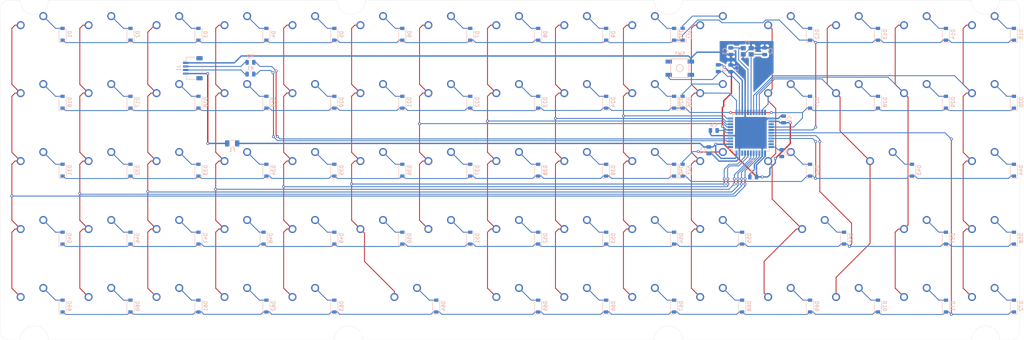
<source format=kicad_pcb>
(kicad_pcb (version 20171130) (host pcbnew "(5.1.4)-1")
  (layers (0 F.Cu signal) (31 B.Cu signal) (34 B.Paste user) (35 F.Paste user) (36 B.SilkS user) (37 F.SilkS user) (38 B.Mask user) (39 F.Mask user) (44 Edge.Cuts user))
  (net 0 "")
  (net 1 GND)
  (net 2 +5V)
  (net 3 "Net-(C2-Pad1)")
  (net 4 "Net-(C3-Pad1)")
  (net 5 "Net-(C6-Pad1)")
  (net 6 "Net-(D1-Pad2)")
  (net 7 ROW0)
  (net 8 "Net-(D2-Pad2)")
  (net 9 "Net-(D3-Pad2)")
  (net 10 "Net-(D4-Pad2)")
  (net 11 "Net-(D5-Pad2)")
  (net 12 "Net-(D6-Pad2)")
  (net 13 "Net-(D7-Pad2)")
  (net 14 "Net-(D8-Pad2)")
  (net 15 "Net-(D9-Pad2)")
  (net 16 "Net-(D10-Pad2)")
  (net 17 "Net-(D11-Pad2)")
  (net 18 "Net-(D12-Pad2)")
  (net 19 "Net-(D13-Pad2)")
  (net 20 "Net-(D14-Pad2)")
  (net 21 "Net-(D15-Pad2)")
  (net 22 "Net-(D16-Pad2)")
  (net 23 ROW1)
  (net 24 "Net-(D17-Pad2)")
  (net 25 "Net-(D18-Pad2)")
  (net 26 "Net-(D19-Pad2)")
  (net 27 "Net-(D20-Pad2)")
  (net 28 "Net-(D21-Pad2)")
  (net 29 "Net-(D22-Pad2)")
  (net 30 "Net-(D23-Pad2)")
  (net 31 "Net-(D24-Pad2)")
  (net 32 "Net-(D25-Pad2)")
  (net 33 "Net-(D26-Pad2)")
  (net 34 "Net-(D27-Pad2)")
  (net 35 "Net-(D28-Pad2)")
  (net 36 "Net-(D29-Pad2)")
  (net 37 "Net-(D30-Pad2)")
  (net 38 "Net-(D31-Pad2)")
  (net 39 ROW2)
  (net 40 "Net-(D32-Pad2)")
  (net 41 "Net-(D33-Pad2)")
  (net 42 "Net-(D34-Pad2)")
  (net 43 "Net-(D35-Pad2)")
  (net 44 "Net-(D36-Pad2)")
  (net 45 "Net-(D37-Pad2)")
  (net 46 "Net-(D38-Pad2)")
  (net 47 "Net-(D39-Pad2)")
  (net 48 "Net-(D40-Pad2)")
  (net 49 "Net-(D41-Pad2)")
  (net 50 "Net-(D42-Pad2)")
  (net 51 "Net-(D43-Pad2)")
  (net 52 "Net-(D44-Pad2)")
  (net 53 "Net-(D45-Pad2)")
  (net 54 ROW3)
  (net 55 "Net-(D46-Pad2)")
  (net 56 "Net-(D47-Pad2)")
  (net 57 "Net-(D48-Pad2)")
  (net 58 "Net-(D49-Pad2)")
  (net 59 "Net-(D50-Pad2)")
  (net 60 "Net-(D51-Pad2)")
  (net 61 "Net-(D52-Pad2)")
  (net 62 "Net-(D53-Pad2)")
  (net 63 "Net-(D54-Pad2)")
  (net 64 "Net-(D55-Pad2)")
  (net 65 "Net-(D56-Pad2)")
  (net 66 "Net-(D57-Pad2)")
  (net 67 "Net-(D58-Pad2)")
  (net 68 "Net-(D59-Pad2)")
  (net 69 ROW4)
  (net 70 "Net-(D60-Pad2)")
  (net 71 "Net-(D61-Pad2)")
  (net 72 "Net-(D62-Pad2)")
  (net 73 "Net-(D63-Pad2)")
  (net 74 "Net-(D64-Pad2)")
  (net 75 "Net-(D65-Pad2)")
  (net 76 "Net-(D66-Pad2)")
  (net 77 "Net-(D67-Pad2)")
  (net 78 "Net-(D68-Pad2)")
  (net 79 "Net-(D69-Pad2)")
  (net 80 "Net-(D70-Pad2)")
  (net 81 "Net-(D71-Pad2)")
  (net 82 "Net-(D72-Pad2)")
  (net 83 VCC)
  (net 84 D+)
  (net 85 D-)
  (net 86 COL0)
  (net 87 COL1)
  (net 88 COL2)
  (net 89 COL3)
  (net 90 COL4)
  (net 91 COL5)
  (net 92 COL6)
  (net 93 COL7)
  (net 94 COL8)
  (net 95 COL9)
  (net 96 COL10)
  (net 97 COL11)
  (net 98 COL12)
  (net 99 COL13)
  (net 100 COL14)
  (net 101 "Net-(R1-Pad1)")
  (net 102 "Net-(R2-Pad1)")
  (net 103 "Net-(R3-Pad1)")
  (net 104 "Net-(R4-Pad2)")
  (net 105 "Net-(U1-Pad42)")
  (net 106 "Net-(U1-Pad32)")
  (net 107 "Net-(U1-Pad31)")
  (net 108 "Net-(U1-Pad25)")
  (net 109 "Net-(U1-Pad22)")
  (net 110 "Net-(U1-Pad1)")
  (module Connector_JST:JST_SH_SM04B-SRSS-TB_1x04-1MP_P1.00mm_Horizontal (layer B.Cu) (at 66.675 31.75 270)
    (fp_text reference J1 (at 0 3.98 90) (layer B.SilkS) (effects (justify mirror)))
    (fp_text value Conn_01x04)
    (pad MP smd roundrect (at 2.8 -1.875 270) (size 1.2 1.8) (layers B.Cu B.Paste B.Mask) (roundrect_rratio 0.208333))
    (pad MP smd roundrect (at -2.8 -1.875 270) (size 1.2 1.8) (layers B.Cu B.Paste B.Mask) (roundrect_rratio 0.208333))
    (pad 4 smd roundrect (at 1.5 2 270) (size 0.6 1.55) (layers B.Cu B.Paste B.Mask) (net 83 VCC))
    (pad 3 smd roundrect (at 0.5 2 270) (size 0.6 1.55) (layers B.Cu B.Paste B.Mask) (net 85 D-))
    (pad 2 smd roundrect (at -0.5 2 270) (size 0.6 1.55) (layers B.Cu B.Paste B.Mask) (net 84 D+))
    (pad 1 smd roundrect (at -1.5 2 270) (size 0.6 1.55) (layers B.Cu B.Paste B.Mask) (net 1 GND))
  )
  (module MX_Only:MXOnly-1U-NoLED (layer F.Cu) (at 22.225 22.225)
    (fp_text reference MX1)
    (fp_text value MX-NoLED)
    (pad 2 thru_hole circle (at 2.54 -5.08) (size 2.25 2.25) (drill 1.47) (layers *.Cu B.Mask) (net 6 "Net-(D1-Pad2)"))
    (pad "" np_thru_hole circle (at 0 0) (size 3.9878 3.9878) (drill 3.9878) (layers *.Cu *.Mask))
    (pad 1 thru_hole circle (at -3.81 -2.54) (size 2.25 2.25) (drill 1.47) (layers *.Cu B.Mask) (net 86 COL0))
    (pad "" np_thru_hole circle (at -5.08 0 48.0996) (size 1.75 1.75) (drill 1.75) (layers *.Cu *.Mask))
    (pad "" np_thru_hole circle (at 5.08 0 48.0996) (size 1.75 1.75) (drill 1.75) (layers *.Cu *.Mask))
  )
  (module Capacitor_SMD:C_0805_2012Metric (layer B.Cu) (at 232.283 46.101 90)
    (fp_text reference C5 (at 0 1.65 90) (layer B.SilkS) (effects (justify mirror)))
    (fp_text value 0.1uF)
    (pad 2 smd roundrect (at 0.9375 0 90) (size 0.975 1.4) (layers B.Cu B.Paste B.Mask) (net 1 GND))
    (pad 1 smd roundrect (at -0.9375 0 90) (size 0.975 1.4) (layers B.Cu B.Paste B.Mask) (net 2 +5V))
  )
  (module Capacitor_SMD:C_0805_2012Metric (layer B.Cu) (at 223.774 62.23 180)
    (fp_text reference C4 (at 0 1.65) (layer B.SilkS) (effects (justify mirror)))
    (fp_text value 0.1uF)
    (pad 1 smd roundrect (at -0.9375 0 180) (size 0.975 1.4) (layers B.Cu B.Paste B.Mask) (net 2 +5V))
    (pad 2 smd roundrect (at 0.9375 0 180) (size 0.975 1.4) (layers B.Cu B.Paste B.Mask) (net 1 GND))
  )
  (module Resistor_SMD:R_0805_2012Metric (layer B.Cu) (at 231.775 55.5625 90)
    (fp_text reference R4 (at 0 1.65 90) (layer B.SilkS) (effects (justify mirror)))
    (fp_text value 10k)
    (pad 2 smd roundrect (at 0.9375 0 90) (size 0.975 1.4) (layers B.Cu B.Paste B.Mask) (net 104 "Net-(R4-Pad2)"))
    (pad 1 smd roundrect (at -0.9375 0 90) (size 0.975 1.4) (layers B.Cu B.Paste B.Mask) (net 1 GND))
  )
  (module Capacitor_SMD:C_0805_2012Metric (layer B.Cu) (at 217.4875 26.9875 270)
    (fp_text reference C3 (at 0 1.65 90) (layer B.SilkS) (effects (justify mirror)))
    (fp_text value 22pF)
    (pad 2 smd roundrect (at 0.9375 0 270) (size 0.975 1.4) (layers B.Cu B.Paste B.Mask) (net 1 GND))
    (pad 1 smd roundrect (at -0.9375 0 270) (size 0.975 1.4) (layers B.Cu B.Paste B.Mask) (net 4 "Net-(C3-Pad1)"))
  )
  (module Package_QFP:TQFP-44_10x10mm_P0.8mm (layer B.Cu) (at 223.10725 49.8475)
    (fp_text reference U1 (at 0 7.45) (layer B.SilkS) (effects (justify mirror)))
    (fp_text value ATmega32U4-AU)
    (pad 44 smd rect (at -4 5.7 270) (size 1.5 0.55) (layers B.Cu B.Paste B.Mask) (net 2 +5V))
    (pad 43 smd rect (at -3.2 5.7 270) (size 1.5 0.55) (layers B.Cu B.Paste B.Mask) (net 1 GND))
    (pad 42 smd rect (at -2.4 5.7 270) (size 1.5 0.55) (layers B.Cu B.Paste B.Mask) (net 105 "Net-(U1-Pad42)"))
    (pad 41 smd rect (at -1.6 5.7 270) (size 1.5 0.55) (layers B.Cu B.Paste B.Mask) (net 91 COL5))
    (pad 40 smd rect (at -0.8 5.7 270) (size 1.5 0.55) (layers B.Cu B.Paste B.Mask) (net 90 COL4))
    (pad 39 smd rect (at 0 5.7 270) (size 1.5 0.55) (layers B.Cu B.Paste B.Mask) (net 89 COL3))
    (pad 38 smd rect (at 0.8 5.7 270) (size 1.5 0.55) (layers B.Cu B.Paste B.Mask) (net 88 COL2))
    (pad 37 smd rect (at 1.6 5.7 270) (size 1.5 0.55) (layers B.Cu B.Paste B.Mask) (net 87 COL1))
    (pad 36 smd rect (at 2.4 5.7 270) (size 1.5 0.55) (layers B.Cu B.Paste B.Mask) (net 86 COL0))
    (pad 35 smd rect (at 3.2 5.7 270) (size 1.5 0.55) (layers B.Cu B.Paste B.Mask) (net 1 GND))
    (pad 34 smd rect (at 4 5.7 270) (size 1.5 0.55) (layers B.Cu B.Paste B.Mask) (net 2 +5V))
    (pad 33 smd rect (at 5.7 4) (size 1.5 0.55) (layers B.Cu B.Paste B.Mask) (net 104 "Net-(R4-Pad2)"))
    (pad 32 smd rect (at 5.7 3.2) (size 1.5 0.55) (layers B.Cu B.Paste B.Mask) (net 106 "Net-(U1-Pad32)"))
    (pad 31 smd rect (at 5.7 2.4) (size 1.5 0.55) (layers B.Cu B.Paste B.Mask) (net 107 "Net-(U1-Pad31)"))
    (pad 30 smd rect (at 5.7 1.6) (size 1.5 0.55) (layers B.Cu B.Paste B.Mask) (net 39 ROW2))
    (pad 29 smd rect (at 5.7 0.8) (size 1.5 0.55) (layers B.Cu B.Paste B.Mask) (net 54 ROW3))
    (pad 28 smd rect (at 5.7 0) (size 1.5 0.55) (layers B.Cu B.Paste B.Mask) (net 69 ROW4))
    (pad 27 smd rect (at 5.7 -0.8) (size 1.5 0.55) (layers B.Cu B.Paste B.Mask) (net 7 ROW0))
    (pad 26 smd rect (at 5.7 -1.6) (size 1.5 0.55) (layers B.Cu B.Paste B.Mask) (net 23 ROW1))
    (pad 25 smd rect (at 5.7 -2.4) (size 1.5 0.55) (layers B.Cu B.Paste B.Mask) (net 108 "Net-(U1-Pad25)"))
    (pad 24 smd rect (at 5.7 -3.2) (size 1.5 0.55) (layers B.Cu B.Paste B.Mask) (net 2 +5V))
    (pad 23 smd rect (at 5.7 -4) (size 1.5 0.55) (layers B.Cu B.Paste B.Mask) (net 1 GND))
    (pad 22 smd rect (at 4 -5.7 270) (size 1.5 0.55) (layers B.Cu B.Paste B.Mask) (net 109 "Net-(U1-Pad22)"))
    (pad 21 smd rect (at 3.2 -5.7 270) (size 1.5 0.55) (layers B.Cu B.Paste B.Mask) (net 97 COL11))
    (pad 20 smd rect (at 2.4 -5.7 270) (size 1.5 0.55) (layers B.Cu B.Paste B.Mask) (net 98 COL12))
    (pad 19 smd rect (at 1.6 -5.7 270) (size 1.5 0.55) (layers B.Cu B.Paste B.Mask) (net 99 COL13))
    (pad 18 smd rect (at 0.8 -5.7 270) (size 1.5 0.55) (layers B.Cu B.Paste B.Mask) (net 100 COL14))
    (pad 17 smd rect (at 0 -5.7 270) (size 1.5 0.55) (layers B.Cu B.Paste B.Mask) (net 3 "Net-(C2-Pad1)"))
    (pad 16 smd rect (at -0.8 -5.7 270) (size 1.5 0.55) (layers B.Cu B.Paste B.Mask) (net 4 "Net-(C3-Pad1)"))
    (pad 15 smd rect (at -1.6 -5.7 270) (size 1.5 0.55) (layers B.Cu B.Paste B.Mask) (net 1 GND))
    (pad 14 smd rect (at -2.4 -5.7 270) (size 1.5 0.55) (layers B.Cu B.Paste B.Mask) (net 2 +5V))
    (pad 13 smd rect (at -3.2 -5.7 270) (size 1.5 0.55) (layers B.Cu B.Paste B.Mask) (net 103 "Net-(R3-Pad1)"))
    (pad 12 smd rect (at -4 -5.7 270) (size 1.5 0.55) (layers B.Cu B.Paste B.Mask) (net 96 COL10))
    (pad 11 smd rect (at -5.7 -4) (size 1.5 0.55) (layers B.Cu B.Paste B.Mask) (net 95 COL9))
    (pad 10 smd rect (at -5.7 -3.2) (size 1.5 0.55) (layers B.Cu B.Paste B.Mask) (net 94 COL8))
    (pad 9 smd rect (at -5.7 -2.4) (size 1.5 0.55) (layers B.Cu B.Paste B.Mask) (net 93 COL7))
    (pad 8 smd rect (at -5.7 -1.6) (size 1.5 0.55) (layers B.Cu B.Paste B.Mask) (net 92 COL6))
    (pad 7 smd rect (at -5.7 -0.8) (size 1.5 0.55) (layers B.Cu B.Paste B.Mask) (net 2 +5V))
    (pad 6 smd rect (at -5.7 0) (size 1.5 0.55) (layers B.Cu B.Paste B.Mask) (net 5 "Net-(C6-Pad1)"))
    (pad 5 smd rect (at -5.7 0.8) (size 1.5 0.55) (layers B.Cu B.Paste B.Mask) (net 1 GND))
    (pad 4 smd rect (at -5.7 1.6) (size 1.5 0.55) (layers B.Cu B.Paste B.Mask) (net 102 "Net-(R2-Pad1)"))
    (pad 3 smd rect (at -5.7 2.4) (size 1.5 0.55) (layers B.Cu B.Paste B.Mask) (net 101 "Net-(R1-Pad1)"))
    (pad 2 smd rect (at -5.7 3.2) (size 1.5 0.55) (layers B.Cu B.Paste B.Mask) (net 2 +5V))
    (pad 1 smd rect (at -5.7 4) (size 1.5 0.55) (layers B.Cu B.Paste B.Mask) (net 110 "Net-(U1-Pad1)"))
  )
  (module MX_Only:MXOnly-1U-NoLED (layer F.Cu) (at 212.725 41.275)
    (fp_text reference MX26)
    (fp_text value MX-NoLED)
    (pad 2 thru_hole circle (at 2.54 -5.08) (size 2.25 2.25) (drill 1.47) (layers *.Cu B.Mask) (net 33 "Net-(D26-Pad2)"))
    (pad "" np_thru_hole circle (at 0 0) (size 3.9878 3.9878) (drill 3.9878) (layers *.Cu *.Mask))
    (pad 1 thru_hole circle (at -3.81 -2.54) (size 2.25 2.25) (drill 1.47) (layers *.Cu B.Mask) (net 96 COL10))
    (pad "" np_thru_hole circle (at -5.08 0 48.0996) (size 1.75 1.75) (drill 1.75) (layers *.Cu *.Mask))
    (pad "" np_thru_hole circle (at 5.08 0 48.0996) (size 1.75 1.75) (drill 1.75) (layers *.Cu *.Mask))
  )
  (module MX_Only:MXOnly-1U-NoLED (layer F.Cu) (at 231.775 41.275)
    (fp_text reference MX27)
    (fp_text value MX-NoLED)
    (pad 2 thru_hole circle (at 2.54 -5.08) (size 2.25 2.25) (drill 1.47) (layers *.Cu B.Mask) (net 34 "Net-(D27-Pad2)"))
    (pad "" np_thru_hole circle (at 0 0) (size 3.9878 3.9878) (drill 3.9878) (layers *.Cu *.Mask))
    (pad 1 thru_hole circle (at -3.81 -2.54) (size 2.25 2.25) (drill 1.47) (layers *.Cu B.Mask) (net 97 COL11))
    (pad "" np_thru_hole circle (at -5.08 0 48.0996) (size 1.75 1.75) (drill 1.75) (layers *.Cu *.Mask))
    (pad "" np_thru_hole circle (at 5.08 0 48.0996) (size 1.75 1.75) (drill 1.75) (layers *.Cu *.Mask))
  )
  (module MX_Only:MXOnly-1U-NoLED (layer F.Cu) (at 79.375 41.275)
    (fp_text reference MX19)
    (fp_text value MX-NoLED)
    (pad 2 thru_hole circle (at 2.54 -5.08) (size 2.25 2.25) (drill 1.47) (layers *.Cu B.Mask) (net 26 "Net-(D19-Pad2)"))
    (pad "" np_thru_hole circle (at 0 0) (size 3.9878 3.9878) (drill 3.9878) (layers *.Cu *.Mask))
    (pad 1 thru_hole circle (at -3.81 -2.54) (size 2.25 2.25) (drill 1.47) (layers *.Cu B.Mask) (net 89 COL3))
    (pad "" np_thru_hole circle (at -5.08 0 48.0996) (size 1.75 1.75) (drill 1.75) (layers *.Cu *.Mask))
    (pad "" np_thru_hole circle (at 5.08 0 48.0996) (size 1.75 1.75) (drill 1.75) (layers *.Cu *.Mask))
  )
  (module Resistor_SMD:R_0805_2012Metric (layer B.Cu) (at 213.995 31.75 90)
    (fp_text reference R3 (at 0 1.65 90) (layer B.SilkS) (effects (justify mirror)))
    (fp_text value 10k)
    (pad 2 smd roundrect (at 0.9375 0 90) (size 0.975 1.4) (layers B.Cu B.Paste B.Mask) (net 2 +5V))
    (pad 1 smd roundrect (at -0.9375 0 90) (size 0.975 1.4) (layers B.Cu B.Paste B.Mask) (net 103 "Net-(R3-Pad1)"))
  )
  (module Resistor_SMD:R_0805_2012Metric (layer B.Cu) (at 82.83575 30.099 180)
    (fp_text reference R2 (at 0 1.65) (layer B.SilkS) (effects (justify mirror)))
    (fp_text value 22)
    (pad 2 smd roundrect (at 0.9375 0 180) (size 0.975 1.4) (layers B.Cu B.Paste B.Mask) (net 84 D+))
    (pad 1 smd roundrect (at -0.9375 0 180) (size 0.975 1.4) (layers B.Cu B.Paste B.Mask) (net 102 "Net-(R2-Pad1)"))
  )
  (module MX_Only:MXOnly-1U-NoLED (layer F.Cu) (at 79.375 22.225)
    (fp_text reference MX4)
    (fp_text value MX-NoLED)
    (pad 2 thru_hole circle (at 2.54 -5.08) (size 2.25 2.25) (drill 1.47) (layers *.Cu B.Mask) (net 10 "Net-(D4-Pad2)"))
    (pad "" np_thru_hole circle (at 0 0) (size 3.9878 3.9878) (drill 3.9878) (layers *.Cu *.Mask))
    (pad 1 thru_hole circle (at -3.81 -2.54) (size 2.25 2.25) (drill 1.47) (layers *.Cu B.Mask) (net 89 COL3))
    (pad "" np_thru_hole circle (at -5.08 0 48.0996) (size 1.75 1.75) (drill 1.75) (layers *.Cu *.Mask))
    (pad "" np_thru_hole circle (at 5.08 0 48.0996) (size 1.75 1.75) (drill 1.75) (layers *.Cu *.Mask))
  )
  (module MX_Only:MXOnly-1U-NoLED (layer F.Cu) (at 79.375 79.375)
    (fp_text reference MX48)
    (fp_text value MX-NoLED)
    (pad 2 thru_hole circle (at 2.54 -5.08) (size 2.25 2.25) (drill 1.47) (layers *.Cu B.Mask) (net 57 "Net-(D48-Pad2)"))
    (pad "" np_thru_hole circle (at 0 0) (size 3.9878 3.9878) (drill 3.9878) (layers *.Cu *.Mask))
    (pad 1 thru_hole circle (at -3.81 -2.54) (size 2.25 2.25) (drill 1.47) (layers *.Cu B.Mask) (net 89 COL3))
    (pad "" np_thru_hole circle (at -5.08 0 48.0996) (size 1.75 1.75) (drill 1.75) (layers *.Cu *.Mask))
    (pad "" np_thru_hole circle (at 5.08 0 48.0996) (size 1.75 1.75) (drill 1.75) (layers *.Cu *.Mask))
  )
  (module MX_Only:MXOnly-2U-ReversedStabilizers-NoLED (layer F.Cu) (at 127 98.425)
    (fp_text reference MX64)
    (fp_text value MX-NoLED)
    (pad 2 thru_hole circle (at 2.54 -5.08) (size 2.25 2.25) (drill 1.47) (layers *.Cu B.Mask) (net 74 "Net-(D64-Pad2)"))
    (pad "" np_thru_hole circle (at 0 0) (size 3.9878 3.9878) (drill 3.9878) (layers *.Cu *.Mask))
    (pad 1 thru_hole circle (at -3.81 -2.54) (size 2.25 2.25) (drill 1.47) (layers *.Cu B.Mask) (net 91 COL5))
    (pad "" np_thru_hole circle (at -5.08 0 48.0996) (size 1.75 1.75) (drill 1.75) (layers *.Cu *.Mask))
    (pad "" np_thru_hole circle (at 5.08 0 48.0996) (size 1.75 1.75) (drill 1.75) (layers *.Cu *.Mask))
    (pad "" np_thru_hole circle (at -11.90625 6.985) (size 3.048 3.048) (drill 3.048) (layers *.Cu *.Mask))
    (pad "" np_thru_hole circle (at 11.90625 6.985) (size 3.048 3.048) (drill 3.048) (layers *.Cu *.Mask))
    (pad "" np_thru_hole circle (at -11.90625 -8.255) (size 3.9878 3.9878) (drill 3.9878) (layers *.Cu *.Mask))
    (pad "" np_thru_hole circle (at 11.90625 -8.255) (size 3.9878 3.9878) (drill 3.9878) (layers *.Cu *.Mask))
  )
  (module Crystal:Crystal_SMD_3225-4Pin_3.2x2.5mm (layer B.Cu) (at 222.09125 26.9875 180)
    (fp_text reference Y1 (at 0 2.45) (layer B.SilkS) (effects (justify mirror)))
    (fp_text value 16MHz)
    (pad 4 smd rect (at -1.1 0.85 180) (size 1.4 1.2) (layers B.Cu B.Paste B.Mask) (net 1 GND))
    (pad 3 smd rect (at 1.1 0.85 180) (size 1.4 1.2) (layers B.Cu B.Paste B.Mask) (net 4 "Net-(C3-Pad1)"))
    (pad 2 smd rect (at 1.1 -0.85 180) (size 1.4 1.2) (layers B.Cu B.Paste B.Mask) (net 1 GND))
    (pad 1 smd rect (at -1.1 -0.85 180) (size 1.4 1.2) (layers B.Cu B.Paste B.Mask) (net 3 "Net-(C2-Pad1)"))
  )
  (module random-keyboard-parts:SKQG-1155865 (layer B.Cu) (at 203.2 31.75)
    (fp_text reference SW1 (at 0 -4.064) (layer B.SilkS) (effects (justify mirror)))
    (fp_text value SW_Push)
    (pad 4 smd rect (at -3.1 -1.85) (size 1.8 1.1) (layers B.Cu B.Paste B.Mask))
    (pad 3 smd rect (at 3.1 1.85) (size 1.8 1.1) (layers B.Cu B.Paste B.Mask))
    (pad 2 smd rect (at -3.1 1.85) (size 1.8 1.1) (layers B.Cu B.Paste B.Mask) (net 103 "Net-(R3-Pad1)"))
    (pad 1 smd rect (at 3.1 -1.85) (size 1.8 1.1) (layers B.Cu B.Paste B.Mask) (net 1 GND))
  )
  (module Resistor_SMD:R_0805_2012Metric (layer B.Cu) (at 82.83575 33.401 180)
    (fp_text reference R1 (at 0 1.65) (layer B.SilkS) (effects (justify mirror)))
    (fp_text value 22)
    (pad 2 smd roundrect (at 0.9375 0 180) (size 0.975 1.4) (layers B.Cu B.Paste B.Mask) (net 85 D-))
    (pad 1 smd roundrect (at -0.9375 0 180) (size 0.975 1.4) (layers B.Cu B.Paste B.Mask) (net 101 "Net-(R1-Pad1)"))
  )
  (module MX_Only:MXOnly-1U-NoLED (layer F.Cu) (at 288.925 98.425)
    (fp_text reference MX72)
    (fp_text value MX-NoLED)
    (pad 2 thru_hole circle (at 2.54 -5.08) (size 2.25 2.25) (drill 1.47) (layers *.Cu B.Mask) (net 82 "Net-(D72-Pad2)"))
    (pad "" np_thru_hole circle (at 0 0) (size 3.9878 3.9878) (drill 3.9878) (layers *.Cu *.Mask))
    (pad 1 thru_hole circle (at -3.81 -2.54) (size 2.25 2.25) (drill 1.47) (layers *.Cu B.Mask) (net 100 COL14))
    (pad "" np_thru_hole circle (at -5.08 0 48.0996) (size 1.75 1.75) (drill 1.75) (layers *.Cu *.Mask))
    (pad "" np_thru_hole circle (at 5.08 0 48.0996) (size 1.75 1.75) (drill 1.75) (layers *.Cu *.Mask))
  )
  (module MX_Only:MXOnly-1U-NoLED (layer F.Cu) (at 269.875 98.425)
    (fp_text reference MX71)
    (fp_text value MX-NoLED)
    (pad 2 thru_hole circle (at 2.54 -5.08) (size 2.25 2.25) (drill 1.47) (layers *.Cu B.Mask) (net 81 "Net-(D71-Pad2)"))
    (pad "" np_thru_hole circle (at 0 0) (size 3.9878 3.9878) (drill 3.9878) (layers *.Cu *.Mask))
    (pad 1 thru_hole circle (at -3.81 -2.54) (size 2.25 2.25) (drill 1.47) (layers *.Cu B.Mask) (net 99 COL13))
    (pad "" np_thru_hole circle (at -5.08 0 48.0996) (size 1.75 1.75) (drill 1.75) (layers *.Cu *.Mask))
    (pad "" np_thru_hole circle (at 5.08 0 48.0996) (size 1.75 1.75) (drill 1.75) (layers *.Cu *.Mask))
  )
  (module MX_Only:MXOnly-1U-NoLED (layer F.Cu) (at 250.825 98.425)
    (fp_text reference MX70)
    (fp_text value MX-NoLED)
    (pad 2 thru_hole circle (at 2.54 -5.08) (size 2.25 2.25) (drill 1.47) (layers *.Cu B.Mask) (net 80 "Net-(D70-Pad2)"))
    (pad "" np_thru_hole circle (at 0 0) (size 3.9878 3.9878) (drill 3.9878) (layers *.Cu *.Mask))
    (pad 1 thru_hole circle (at -3.81 -2.54) (size 2.25 2.25) (drill 1.47) (layers *.Cu B.Mask) (net 98 COL12))
    (pad "" np_thru_hole circle (at -5.08 0 48.0996) (size 1.75 1.75) (drill 1.75) (layers *.Cu *.Mask))
    (pad "" np_thru_hole circle (at 5.08 0 48.0996) (size 1.75 1.75) (drill 1.75) (layers *.Cu *.Mask))
  )
  (module MX_Only:MXOnly-1U-NoLED (layer F.Cu) (at 231.775 98.425)
    (fp_text reference MX69)
    (fp_text value MX-NoLED)
    (pad 2 thru_hole circle (at 2.54 -5.08) (size 2.25 2.25) (drill 1.47) (layers *.Cu B.Mask) (net 79 "Net-(D69-Pad2)"))
    (pad "" np_thru_hole circle (at 0 0) (size 3.9878 3.9878) (drill 3.9878) (layers *.Cu *.Mask))
    (pad 1 thru_hole circle (at -3.81 -2.54) (size 2.25 2.25) (drill 1.47) (layers *.Cu B.Mask) (net 97 COL11))
    (pad "" np_thru_hole circle (at -5.08 0 48.0996) (size 1.75 1.75) (drill 1.75) (layers *.Cu *.Mask))
    (pad "" np_thru_hole circle (at 5.08 0 48.0996) (size 1.75 1.75) (drill 1.75) (layers *.Cu *.Mask))
  )
  (module MX_Only:MXOnly-1U-NoLED (layer F.Cu) (at 212.725 98.425)
    (fp_text reference MX68)
    (fp_text value MX-NoLED)
    (pad 2 thru_hole circle (at 2.54 -5.08) (size 2.25 2.25) (drill 1.47) (layers *.Cu B.Mask) (net 78 "Net-(D68-Pad2)"))
    (pad "" np_thru_hole circle (at 0 0) (size 3.9878 3.9878) (drill 3.9878) (layers *.Cu *.Mask))
    (pad 1 thru_hole circle (at -3.81 -2.54) (size 2.25 2.25) (drill 1.47) (layers *.Cu B.Mask) (net 96 COL10))
    (pad "" np_thru_hole circle (at -5.08 0 48.0996) (size 1.75 1.75) (drill 1.75) (layers *.Cu *.Mask))
    (pad "" np_thru_hole circle (at 5.08 0 48.0996) (size 1.75 1.75) (drill 1.75) (layers *.Cu *.Mask))
  )
  (module MX_Only:MXOnly-1U-NoLED (layer F.Cu) (at 193.675 98.425)
    (fp_text reference MX67)
    (fp_text value MX-NoLED)
    (pad 2 thru_hole circle (at 2.54 -5.08) (size 2.25 2.25) (drill 1.47) (layers *.Cu B.Mask) (net 77 "Net-(D67-Pad2)"))
    (pad "" np_thru_hole circle (at 0 0) (size 3.9878 3.9878) (drill 3.9878) (layers *.Cu *.Mask))
    (pad 1 thru_hole circle (at -3.81 -2.54) (size 2.25 2.25) (drill 1.47) (layers *.Cu B.Mask) (net 95 COL9))
    (pad "" np_thru_hole circle (at -5.08 0 48.0996) (size 1.75 1.75) (drill 1.75) (layers *.Cu *.Mask))
    (pad "" np_thru_hole circle (at 5.08 0 48.0996) (size 1.75 1.75) (drill 1.75) (layers *.Cu *.Mask))
  )
  (module MX_Only:MXOnly-1U-NoLED (layer F.Cu) (at 174.625 98.425)
    (fp_text reference MX66)
    (fp_text value MX-NoLED)
    (pad 2 thru_hole circle (at 2.54 -5.08) (size 2.25 2.25) (drill 1.47) (layers *.Cu B.Mask) (net 76 "Net-(D66-Pad2)"))
    (pad "" np_thru_hole circle (at 0 0) (size 3.9878 3.9878) (drill 3.9878) (layers *.Cu *.Mask))
    (pad 1 thru_hole circle (at -3.81 -2.54) (size 2.25 2.25) (drill 1.47) (layers *.Cu B.Mask) (net 94 COL8))
    (pad "" np_thru_hole circle (at -5.08 0 48.0996) (size 1.75 1.75) (drill 1.75) (layers *.Cu *.Mask))
    (pad "" np_thru_hole circle (at 5.08 0 48.0996) (size 1.75 1.75) (drill 1.75) (layers *.Cu *.Mask))
  )
  (module MX_Only:MXOnly-1U-NoLED (layer F.Cu) (at 155.575 98.425)
    (fp_text reference MX65)
    (fp_text value MX-NoLED)
    (pad 2 thru_hole circle (at 2.54 -5.08) (size 2.25 2.25) (drill 1.47) (layers *.Cu B.Mask) (net 75 "Net-(D65-Pad2)"))
    (pad "" np_thru_hole circle (at 0 0) (size 3.9878 3.9878) (drill 3.9878) (layers *.Cu *.Mask))
    (pad 1 thru_hole circle (at -3.81 -2.54) (size 2.25 2.25) (drill 1.47) (layers *.Cu B.Mask) (net 93 COL7))
    (pad "" np_thru_hole circle (at -5.08 0 48.0996) (size 1.75 1.75) (drill 1.75) (layers *.Cu *.Mask))
    (pad "" np_thru_hole circle (at 5.08 0 48.0996) (size 1.75 1.75) (drill 1.75) (layers *.Cu *.Mask))
  )
  (module MX_Only:MXOnly-1U-NoLED (layer F.Cu) (at 98.425 98.425)
    (fp_text reference MX63)
    (fp_text value MX-NoLED)
    (pad 2 thru_hole circle (at 2.54 -5.08) (size 2.25 2.25) (drill 1.47) (layers *.Cu B.Mask) (net 73 "Net-(D63-Pad2)"))
    (pad "" np_thru_hole circle (at 0 0) (size 3.9878 3.9878) (drill 3.9878) (layers *.Cu *.Mask))
    (pad 1 thru_hole circle (at -3.81 -2.54) (size 2.25 2.25) (drill 1.47) (layers *.Cu B.Mask) (net 90 COL4))
    (pad "" np_thru_hole circle (at -5.08 0 48.0996) (size 1.75 1.75) (drill 1.75) (layers *.Cu *.Mask))
    (pad "" np_thru_hole circle (at 5.08 0 48.0996) (size 1.75 1.75) (drill 1.75) (layers *.Cu *.Mask))
  )
  (module MX_Only:MXOnly-1U-NoLED (layer F.Cu) (at 79.375 98.425)
    (fp_text reference MX62)
    (fp_text value MX-NoLED)
    (pad 2 thru_hole circle (at 2.54 -5.08) (size 2.25 2.25) (drill 1.47) (layers *.Cu B.Mask) (net 72 "Net-(D62-Pad2)"))
    (pad "" np_thru_hole circle (at 0 0) (size 3.9878 3.9878) (drill 3.9878) (layers *.Cu *.Mask))
    (pad 1 thru_hole circle (at -3.81 -2.54) (size 2.25 2.25) (drill 1.47) (layers *.Cu B.Mask) (net 89 COL3))
    (pad "" np_thru_hole circle (at -5.08 0 48.0996) (size 1.75 1.75) (drill 1.75) (layers *.Cu *.Mask))
    (pad "" np_thru_hole circle (at 5.08 0 48.0996) (size 1.75 1.75) (drill 1.75) (layers *.Cu *.Mask))
  )
  (module MX_Only:MXOnly-1U-NoLED (layer F.Cu) (at 60.325 98.425)
    (fp_text reference MX61)
    (fp_text value MX-NoLED)
    (pad 2 thru_hole circle (at 2.54 -5.08) (size 2.25 2.25) (drill 1.47) (layers *.Cu B.Mask) (net 71 "Net-(D61-Pad2)"))
    (pad "" np_thru_hole circle (at 0 0) (size 3.9878 3.9878) (drill 3.9878) (layers *.Cu *.Mask))
    (pad 1 thru_hole circle (at -3.81 -2.54) (size 2.25 2.25) (drill 1.47) (layers *.Cu B.Mask) (net 88 COL2))
    (pad "" np_thru_hole circle (at -5.08 0 48.0996) (size 1.75 1.75) (drill 1.75) (layers *.Cu *.Mask))
    (pad "" np_thru_hole circle (at 5.08 0 48.0996) (size 1.75 1.75) (drill 1.75) (layers *.Cu *.Mask))
  )
  (module MX_Only:MXOnly-1U-NoLED (layer F.Cu) (at 41.275 98.425)
    (fp_text reference MX60)
    (fp_text value MX-NoLED)
    (pad 2 thru_hole circle (at 2.54 -5.08) (size 2.25 2.25) (drill 1.47) (layers *.Cu B.Mask) (net 70 "Net-(D60-Pad2)"))
    (pad "" np_thru_hole circle (at 0 0) (size 3.9878 3.9878) (drill 3.9878) (layers *.Cu *.Mask))
    (pad 1 thru_hole circle (at -3.81 -2.54) (size 2.25 2.25) (drill 1.47) (layers *.Cu B.Mask) (net 87 COL1))
    (pad "" np_thru_hole circle (at -5.08 0 48.0996) (size 1.75 1.75) (drill 1.75) (layers *.Cu *.Mask))
    (pad "" np_thru_hole circle (at 5.08 0 48.0996) (size 1.75 1.75) (drill 1.75) (layers *.Cu *.Mask))
  )
  (module MX_Only:MXOnly-1U-NoLED (layer F.Cu) (at 22.225 98.425)
    (fp_text reference MX59)
    (fp_text value MX-NoLED)
    (pad 2 thru_hole circle (at 2.54 -5.08) (size 2.25 2.25) (drill 1.47) (layers *.Cu B.Mask) (net 68 "Net-(D59-Pad2)"))
    (pad "" np_thru_hole circle (at 0 0) (size 3.9878 3.9878) (drill 3.9878) (layers *.Cu *.Mask))
    (pad 1 thru_hole circle (at -3.81 -2.54) (size 2.25 2.25) (drill 1.47) (layers *.Cu B.Mask) (net 86 COL0))
    (pad "" np_thru_hole circle (at -5.08 0 48.0996) (size 1.75 1.75) (drill 1.75) (layers *.Cu *.Mask))
    (pad "" np_thru_hole circle (at 5.08 0 48.0996) (size 1.75 1.75) (drill 1.75) (layers *.Cu *.Mask))
  )
  (module MX_Only:MXOnly-1U-NoLED (layer F.Cu) (at 288.925 79.375)
    (fp_text reference MX58)
    (fp_text value MX-NoLED)
    (pad 2 thru_hole circle (at 2.54 -5.08) (size 2.25 2.25) (drill 1.47) (layers *.Cu B.Mask) (net 67 "Net-(D58-Pad2)"))
    (pad "" np_thru_hole circle (at 0 0) (size 3.9878 3.9878) (drill 3.9878) (layers *.Cu *.Mask))
    (pad 1 thru_hole circle (at -3.81 -2.54) (size 2.25 2.25) (drill 1.47) (layers *.Cu B.Mask) (net 100 COL14))
    (pad "" np_thru_hole circle (at -5.08 0 48.0996) (size 1.75 1.75) (drill 1.75) (layers *.Cu *.Mask))
    (pad "" np_thru_hole circle (at 5.08 0 48.0996) (size 1.75 1.75) (drill 1.75) (layers *.Cu *.Mask))
  )
  (module MX_Only:MXOnly-1U-NoLED (layer F.Cu) (at 269.875 79.375)
    (fp_text reference MX57)
    (fp_text value MX-NoLED)
    (pad 2 thru_hole circle (at 2.54 -5.08) (size 2.25 2.25) (drill 1.47) (layers *.Cu B.Mask) (net 66 "Net-(D57-Pad2)"))
    (pad "" np_thru_hole circle (at 0 0) (size 3.9878 3.9878) (drill 3.9878) (layers *.Cu *.Mask))
    (pad 1 thru_hole circle (at -3.81 -2.54) (size 2.25 2.25) (drill 1.47) (layers *.Cu B.Mask) (net 99 COL13))
    (pad "" np_thru_hole circle (at -5.08 0 48.0996) (size 1.75 1.75) (drill 1.75) (layers *.Cu *.Mask))
    (pad "" np_thru_hole circle (at 5.08 0 48.0996) (size 1.75 1.75) (drill 1.75) (layers *.Cu *.Mask))
  )
  (module MX_Only:MXOnly-2U-NoLED (layer F.Cu) (at 241.3 79.375)
    (fp_text reference MX56)
    (fp_text value MX-NoLED)
    (pad 2 thru_hole circle (at 2.54 -5.08) (size 2.25 2.25) (drill 1.47) (layers *.Cu B.Mask) (net 65 "Net-(D56-Pad2)"))
    (pad "" np_thru_hole circle (at 0 0) (size 3.9878 3.9878) (drill 3.9878) (layers *.Cu *.Mask))
    (pad 1 thru_hole circle (at -3.81 -2.54) (size 2.25 2.25) (drill 1.47) (layers *.Cu B.Mask) (net 97 COL11))
    (pad "" np_thru_hole circle (at -5.08 0 48.0996) (size 1.75 1.75) (drill 1.75) (layers *.Cu *.Mask))
    (pad "" np_thru_hole circle (at 5.08 0 48.0996) (size 1.75 1.75) (drill 1.75) (layers *.Cu *.Mask))
    (pad "" np_thru_hole circle (at -11.90625 -6.985) (size 3.048 3.048) (drill 3.048) (layers *.Cu *.Mask))
    (pad "" np_thru_hole circle (at 11.90625 -6.985) (size 3.048 3.048) (drill 3.048) (layers *.Cu *.Mask))
    (pad "" np_thru_hole circle (at -11.90625 8.255) (size 3.9878 3.9878) (drill 3.9878) (layers *.Cu *.Mask))
    (pad "" np_thru_hole circle (at 11.90625 8.255) (size 3.9878 3.9878) (drill 3.9878) (layers *.Cu *.Mask))
  )
  (module MX_Only:MXOnly-1U-NoLED (layer F.Cu) (at 212.725 79.375)
    (fp_text reference MX55)
    (fp_text value MX-NoLED)
    (pad 2 thru_hole circle (at 2.54 -5.08) (size 2.25 2.25) (drill 1.47) (layers *.Cu B.Mask) (net 64 "Net-(D55-Pad2)"))
    (pad "" np_thru_hole circle (at 0 0) (size 3.9878 3.9878) (drill 3.9878) (layers *.Cu *.Mask))
    (pad 1 thru_hole circle (at -3.81 -2.54) (size 2.25 2.25) (drill 1.47) (layers *.Cu B.Mask) (net 96 COL10))
    (pad "" np_thru_hole circle (at -5.08 0 48.0996) (size 1.75 1.75) (drill 1.75) (layers *.Cu *.Mask))
    (pad "" np_thru_hole circle (at 5.08 0 48.0996) (size 1.75 1.75) (drill 1.75) (layers *.Cu *.Mask))
  )
  (module MX_Only:MXOnly-1U-NoLED (layer F.Cu) (at 193.675 79.375)
    (fp_text reference MX54)
    (fp_text value MX-NoLED)
    (pad 2 thru_hole circle (at 2.54 -5.08) (size 2.25 2.25) (drill 1.47) (layers *.Cu B.Mask) (net 63 "Net-(D54-Pad2)"))
    (pad "" np_thru_hole circle (at 0 0) (size 3.9878 3.9878) (drill 3.9878) (layers *.Cu *.Mask))
    (pad 1 thru_hole circle (at -3.81 -2.54) (size 2.25 2.25) (drill 1.47) (layers *.Cu B.Mask) (net 95 COL9))
    (pad "" np_thru_hole circle (at -5.08 0 48.0996) (size 1.75 1.75) (drill 1.75) (layers *.Cu *.Mask))
    (pad "" np_thru_hole circle (at 5.08 0 48.0996) (size 1.75 1.75) (drill 1.75) (layers *.Cu *.Mask))
  )
  (module MX_Only:MXOnly-1U-NoLED (layer F.Cu) (at 174.625 79.375)
    (fp_text reference MX53)
    (fp_text value MX-NoLED)
    (pad 2 thru_hole circle (at 2.54 -5.08) (size 2.25 2.25) (drill 1.47) (layers *.Cu B.Mask) (net 62 "Net-(D53-Pad2)"))
    (pad "" np_thru_hole circle (at 0 0) (size 3.9878 3.9878) (drill 3.9878) (layers *.Cu *.Mask))
    (pad 1 thru_hole circle (at -3.81 -2.54) (size 2.25 2.25) (drill 1.47) (layers *.Cu B.Mask) (net 94 COL8))
    (pad "" np_thru_hole circle (at -5.08 0 48.0996) (size 1.75 1.75) (drill 1.75) (layers *.Cu *.Mask))
    (pad "" np_thru_hole circle (at 5.08 0 48.0996) (size 1.75 1.75) (drill 1.75) (layers *.Cu *.Mask))
  )
  (module MX_Only:MXOnly-1U-NoLED (layer F.Cu) (at 155.575 79.375)
    (fp_text reference MX52)
    (fp_text value MX-NoLED)
    (pad 2 thru_hole circle (at 2.54 -5.08) (size 2.25 2.25) (drill 1.47) (layers *.Cu B.Mask) (net 61 "Net-(D52-Pad2)"))
    (pad "" np_thru_hole circle (at 0 0) (size 3.9878 3.9878) (drill 3.9878) (layers *.Cu *.Mask))
    (pad 1 thru_hole circle (at -3.81 -2.54) (size 2.25 2.25) (drill 1.47) (layers *.Cu B.Mask) (net 93 COL7))
    (pad "" np_thru_hole circle (at -5.08 0 48.0996) (size 1.75 1.75) (drill 1.75) (layers *.Cu *.Mask))
    (pad "" np_thru_hole circle (at 5.08 0 48.0996) (size 1.75 1.75) (drill 1.75) (layers *.Cu *.Mask))
  )
  (module MX_Only:MXOnly-1U-NoLED (layer F.Cu) (at 136.525 79.375)
    (fp_text reference MX51)
    (fp_text value MX-NoLED)
    (pad 2 thru_hole circle (at 2.54 -5.08) (size 2.25 2.25) (drill 1.47) (layers *.Cu B.Mask) (net 60 "Net-(D51-Pad2)"))
    (pad "" np_thru_hole circle (at 0 0) (size 3.9878 3.9878) (drill 3.9878) (layers *.Cu *.Mask))
    (pad 1 thru_hole circle (at -3.81 -2.54) (size 2.25 2.25) (drill 1.47) (layers *.Cu B.Mask) (net 92 COL6))
    (pad "" np_thru_hole circle (at -5.08 0 48.0996) (size 1.75 1.75) (drill 1.75) (layers *.Cu *.Mask))
    (pad "" np_thru_hole circle (at 5.08 0 48.0996) (size 1.75 1.75) (drill 1.75) (layers *.Cu *.Mask))
  )
  (module MX_Only:MXOnly-1U-NoLED (layer F.Cu) (at 117.475 79.375)
    (fp_text reference MX50)
    (fp_text value MX-NoLED)
    (pad 2 thru_hole circle (at 2.54 -5.08) (size 2.25 2.25) (drill 1.47) (layers *.Cu B.Mask) (net 59 "Net-(D50-Pad2)"))
    (pad "" np_thru_hole circle (at 0 0) (size 3.9878 3.9878) (drill 3.9878) (layers *.Cu *.Mask))
    (pad 1 thru_hole circle (at -3.81 -2.54) (size 2.25 2.25) (drill 1.47) (layers *.Cu B.Mask) (net 91 COL5))
    (pad "" np_thru_hole circle (at -5.08 0 48.0996) (size 1.75 1.75) (drill 1.75) (layers *.Cu *.Mask))
    (pad "" np_thru_hole circle (at 5.08 0 48.0996) (size 1.75 1.75) (drill 1.75) (layers *.Cu *.Mask))
  )
  (module MX_Only:MXOnly-1U-NoLED (layer F.Cu) (at 98.425 79.375)
    (fp_text reference MX49)
    (fp_text value MX-NoLED)
    (pad 2 thru_hole circle (at 2.54 -5.08) (size 2.25 2.25) (drill 1.47) (layers *.Cu B.Mask) (net 58 "Net-(D49-Pad2)"))
    (pad "" np_thru_hole circle (at 0 0) (size 3.9878 3.9878) (drill 3.9878) (layers *.Cu *.Mask))
    (pad 1 thru_hole circle (at -3.81 -2.54) (size 2.25 2.25) (drill 1.47) (layers *.Cu B.Mask) (net 90 COL4))
    (pad "" np_thru_hole circle (at -5.08 0 48.0996) (size 1.75 1.75) (drill 1.75) (layers *.Cu *.Mask))
    (pad "" np_thru_hole circle (at 5.08 0 48.0996) (size 1.75 1.75) (drill 1.75) (layers *.Cu *.Mask))
  )
  (module MX_Only:MXOnly-1U-NoLED (layer F.Cu) (at 60.325 79.375)
    (fp_text reference MX47)
    (fp_text value MX-NoLED)
    (pad 2 thru_hole circle (at 2.54 -5.08) (size 2.25 2.25) (drill 1.47) (layers *.Cu B.Mask) (net 56 "Net-(D47-Pad2)"))
    (pad "" np_thru_hole circle (at 0 0) (size 3.9878 3.9878) (drill 3.9878) (layers *.Cu *.Mask))
    (pad 1 thru_hole circle (at -3.81 -2.54) (size 2.25 2.25) (drill 1.47) (layers *.Cu B.Mask) (net 88 COL2))
    (pad "" np_thru_hole circle (at -5.08 0 48.0996) (size 1.75 1.75) (drill 1.75) (layers *.Cu *.Mask))
    (pad "" np_thru_hole circle (at 5.08 0 48.0996) (size 1.75 1.75) (drill 1.75) (layers *.Cu *.Mask))
  )
  (module MX_Only:MXOnly-1U-NoLED (layer F.Cu) (at 41.275 79.375)
    (fp_text reference MX46)
    (fp_text value MX-NoLED)
    (pad 2 thru_hole circle (at 2.54 -5.08) (size 2.25 2.25) (drill 1.47) (layers *.Cu B.Mask) (net 55 "Net-(D46-Pad2)"))
    (pad "" np_thru_hole circle (at 0 0) (size 3.9878 3.9878) (drill 3.9878) (layers *.Cu *.Mask))
    (pad 1 thru_hole circle (at -3.81 -2.54) (size 2.25 2.25) (drill 1.47) (layers *.Cu B.Mask) (net 87 COL1))
    (pad "" np_thru_hole circle (at -5.08 0 48.0996) (size 1.75 1.75) (drill 1.75) (layers *.Cu *.Mask))
    (pad "" np_thru_hole circle (at 5.08 0 48.0996) (size 1.75 1.75) (drill 1.75) (layers *.Cu *.Mask))
  )
  (module MX_Only:MXOnly-1U-NoLED (layer F.Cu) (at 22.225 79.375)
    (fp_text reference MX45)
    (fp_text value MX-NoLED)
    (pad 2 thru_hole circle (at 2.54 -5.08) (size 2.25 2.25) (drill 1.47) (layers *.Cu B.Mask) (net 53 "Net-(D45-Pad2)"))
    (pad "" np_thru_hole circle (at 0 0) (size 3.9878 3.9878) (drill 3.9878) (layers *.Cu *.Mask))
    (pad 1 thru_hole circle (at -3.81 -2.54) (size 2.25 2.25) (drill 1.47) (layers *.Cu B.Mask) (net 86 COL0))
    (pad "" np_thru_hole circle (at -5.08 0 48.0996) (size 1.75 1.75) (drill 1.75) (layers *.Cu *.Mask))
    (pad "" np_thru_hole circle (at 5.08 0 48.0996) (size 1.75 1.75) (drill 1.75) (layers *.Cu *.Mask))
  )
  (module MX_Only:MXOnly-1U-NoLED (layer F.Cu) (at 288.925 60.325)
    (fp_text reference MX44)
    (fp_text value MX-NoLED)
    (pad 2 thru_hole circle (at 2.54 -5.08) (size 2.25 2.25) (drill 1.47) (layers *.Cu B.Mask) (net 52 "Net-(D44-Pad2)"))
    (pad "" np_thru_hole circle (at 0 0) (size 3.9878 3.9878) (drill 3.9878) (layers *.Cu *.Mask))
    (pad 1 thru_hole circle (at -3.81 -2.54) (size 2.25 2.25) (drill 1.47) (layers *.Cu B.Mask) (net 100 COL14))
    (pad "" np_thru_hole circle (at -5.08 0 48.0996) (size 1.75 1.75) (drill 1.75) (layers *.Cu *.Mask))
    (pad "" np_thru_hole circle (at 5.08 0 48.0996) (size 1.75 1.75) (drill 1.75) (layers *.Cu *.Mask))
  )
  (module MX_Only:MXOnly-2U-NoLED (layer F.Cu) (at 260.35 60.325)
    (fp_text reference MX43)
    (fp_text value MX-NoLED)
    (pad 2 thru_hole circle (at 2.54 -5.08) (size 2.25 2.25) (drill 1.47) (layers *.Cu B.Mask) (net 51 "Net-(D43-Pad2)"))
    (pad "" np_thru_hole circle (at 0 0) (size 3.9878 3.9878) (drill 3.9878) (layers *.Cu *.Mask))
    (pad 1 thru_hole circle (at -3.81 -2.54) (size 2.25 2.25) (drill 1.47) (layers *.Cu B.Mask) (net 98 COL12))
    (pad "" np_thru_hole circle (at -5.08 0 48.0996) (size 1.75 1.75) (drill 1.75) (layers *.Cu *.Mask))
    (pad "" np_thru_hole circle (at 5.08 0 48.0996) (size 1.75 1.75) (drill 1.75) (layers *.Cu *.Mask))
    (pad "" np_thru_hole circle (at -11.90625 -6.985) (size 3.048 3.048) (drill 3.048) (layers *.Cu *.Mask))
    (pad "" np_thru_hole circle (at 11.90625 -6.985) (size 3.048 3.048) (drill 3.048) (layers *.Cu *.Mask))
    (pad "" np_thru_hole circle (at -11.90625 8.255) (size 3.9878 3.9878) (drill 3.9878) (layers *.Cu *.Mask))
    (pad "" np_thru_hole circle (at 11.90625 8.255) (size 3.9878 3.9878) (drill 3.9878) (layers *.Cu *.Mask))
  )
  (module MX_Only:MXOnly-1U-NoLED (layer F.Cu) (at 231.775 60.325)
    (fp_text reference MX42)
    (fp_text value MX-NoLED)
    (pad 2 thru_hole circle (at 2.54 -5.08) (size 2.25 2.25) (drill 1.47) (layers *.Cu B.Mask) (net 50 "Net-(D42-Pad2)"))
    (pad "" np_thru_hole circle (at 0 0) (size 3.9878 3.9878) (drill 3.9878) (layers *.Cu *.Mask))
    (pad 1 thru_hole circle (at -3.81 -2.54) (size 2.25 2.25) (drill 1.47) (layers *.Cu B.Mask) (net 97 COL11))
    (pad "" np_thru_hole circle (at -5.08 0 48.0996) (size 1.75 1.75) (drill 1.75) (layers *.Cu *.Mask))
    (pad "" np_thru_hole circle (at 5.08 0 48.0996) (size 1.75 1.75) (drill 1.75) (layers *.Cu *.Mask))
  )
  (module MX_Only:MXOnly-1U-NoLED (layer F.Cu) (at 212.725 60.325)
    (fp_text reference MX41)
    (fp_text value MX-NoLED)
    (pad 2 thru_hole circle (at 2.54 -5.08) (size 2.25 2.25) (drill 1.47) (layers *.Cu B.Mask) (net 49 "Net-(D41-Pad2)"))
    (pad "" np_thru_hole circle (at 0 0) (size 3.9878 3.9878) (drill 3.9878) (layers *.Cu *.Mask))
    (pad 1 thru_hole circle (at -3.81 -2.54) (size 2.25 2.25) (drill 1.47) (layers *.Cu B.Mask) (net 96 COL10))
    (pad "" np_thru_hole circle (at -5.08 0 48.0996) (size 1.75 1.75) (drill 1.75) (layers *.Cu *.Mask))
    (pad "" np_thru_hole circle (at 5.08 0 48.0996) (size 1.75 1.75) (drill 1.75) (layers *.Cu *.Mask))
  )
  (module MX_Only:MXOnly-1U-NoLED (layer F.Cu) (at 193.675 60.325)
    (fp_text reference MX40)
    (fp_text value MX-NoLED)
    (pad 2 thru_hole circle (at 2.54 -5.08) (size 2.25 2.25) (drill 1.47) (layers *.Cu B.Mask) (net 48 "Net-(D40-Pad2)"))
    (pad "" np_thru_hole circle (at 0 0) (size 3.9878 3.9878) (drill 3.9878) (layers *.Cu *.Mask))
    (pad 1 thru_hole circle (at -3.81 -2.54) (size 2.25 2.25) (drill 1.47) (layers *.Cu B.Mask) (net 95 COL9))
    (pad "" np_thru_hole circle (at -5.08 0 48.0996) (size 1.75 1.75) (drill 1.75) (layers *.Cu *.Mask))
    (pad "" np_thru_hole circle (at 5.08 0 48.0996) (size 1.75 1.75) (drill 1.75) (layers *.Cu *.Mask))
  )
  (module MX_Only:MXOnly-1U-NoLED (layer F.Cu) (at 174.625 60.325)
    (fp_text reference MX39)
    (fp_text value MX-NoLED)
    (pad 2 thru_hole circle (at 2.54 -5.08) (size 2.25 2.25) (drill 1.47) (layers *.Cu B.Mask) (net 47 "Net-(D39-Pad2)"))
    (pad "" np_thru_hole circle (at 0 0) (size 3.9878 3.9878) (drill 3.9878) (layers *.Cu *.Mask))
    (pad 1 thru_hole circle (at -3.81 -2.54) (size 2.25 2.25) (drill 1.47) (layers *.Cu B.Mask) (net 94 COL8))
    (pad "" np_thru_hole circle (at -5.08 0 48.0996) (size 1.75 1.75) (drill 1.75) (layers *.Cu *.Mask))
    (pad "" np_thru_hole circle (at 5.08 0 48.0996) (size 1.75 1.75) (drill 1.75) (layers *.Cu *.Mask))
  )
  (module MX_Only:MXOnly-1U-NoLED (layer F.Cu) (at 155.575 60.325)
    (fp_text reference MX38)
    (fp_text value MX-NoLED)
    (pad 2 thru_hole circle (at 2.54 -5.08) (size 2.25 2.25) (drill 1.47) (layers *.Cu B.Mask) (net 46 "Net-(D38-Pad2)"))
    (pad "" np_thru_hole circle (at 0 0) (size 3.9878 3.9878) (drill 3.9878) (layers *.Cu *.Mask))
    (pad 1 thru_hole circle (at -3.81 -2.54) (size 2.25 2.25) (drill 1.47) (layers *.Cu B.Mask) (net 93 COL7))
    (pad "" np_thru_hole circle (at -5.08 0 48.0996) (size 1.75 1.75) (drill 1.75) (layers *.Cu *.Mask))
    (pad "" np_thru_hole circle (at 5.08 0 48.0996) (size 1.75 1.75) (drill 1.75) (layers *.Cu *.Mask))
  )
  (module MX_Only:MXOnly-1U-NoLED (layer F.Cu) (at 136.525 60.325)
    (fp_text reference MX37)
    (fp_text value MX-NoLED)
    (pad 2 thru_hole circle (at 2.54 -5.08) (size 2.25 2.25) (drill 1.47) (layers *.Cu B.Mask) (net 45 "Net-(D37-Pad2)"))
    (pad "" np_thru_hole circle (at 0 0) (size 3.9878 3.9878) (drill 3.9878) (layers *.Cu *.Mask))
    (pad 1 thru_hole circle (at -3.81 -2.54) (size 2.25 2.25) (drill 1.47) (layers *.Cu B.Mask) (net 92 COL6))
    (pad "" np_thru_hole circle (at -5.08 0 48.0996) (size 1.75 1.75) (drill 1.75) (layers *.Cu *.Mask))
    (pad "" np_thru_hole circle (at 5.08 0 48.0996) (size 1.75 1.75) (drill 1.75) (layers *.Cu *.Mask))
  )
  (module MX_Only:MXOnly-1U-NoLED (layer F.Cu) (at 117.475 60.325)
    (fp_text reference MX36)
    (fp_text value MX-NoLED)
    (pad 2 thru_hole circle (at 2.54 -5.08) (size 2.25 2.25) (drill 1.47) (layers *.Cu B.Mask) (net 44 "Net-(D36-Pad2)"))
    (pad "" np_thru_hole circle (at 0 0) (size 3.9878 3.9878) (drill 3.9878) (layers *.Cu *.Mask))
    (pad 1 thru_hole circle (at -3.81 -2.54) (size 2.25 2.25) (drill 1.47) (layers *.Cu B.Mask) (net 91 COL5))
    (pad "" np_thru_hole circle (at -5.08 0 48.0996) (size 1.75 1.75) (drill 1.75) (layers *.Cu *.Mask))
    (pad "" np_thru_hole circle (at 5.08 0 48.0996) (size 1.75 1.75) (drill 1.75) (layers *.Cu *.Mask))
  )
  (module MX_Only:MXOnly-1U-NoLED (layer F.Cu) (at 98.425 60.325)
    (fp_text reference MX35)
    (fp_text value MX-NoLED)
    (pad 2 thru_hole circle (at 2.54 -5.08) (size 2.25 2.25) (drill 1.47) (layers *.Cu B.Mask) (net 43 "Net-(D35-Pad2)"))
    (pad "" np_thru_hole circle (at 0 0) (size 3.9878 3.9878) (drill 3.9878) (layers *.Cu *.Mask))
    (pad 1 thru_hole circle (at -3.81 -2.54) (size 2.25 2.25) (drill 1.47) (layers *.Cu B.Mask) (net 90 COL4))
    (pad "" np_thru_hole circle (at -5.08 0 48.0996) (size 1.75 1.75) (drill 1.75) (layers *.Cu *.Mask))
    (pad "" np_thru_hole circle (at 5.08 0 48.0996) (size 1.75 1.75) (drill 1.75) (layers *.Cu *.Mask))
  )
  (module MX_Only:MXOnly-1U-NoLED (layer F.Cu) (at 79.375 60.325)
    (fp_text reference MX34)
    (fp_text value MX-NoLED)
    (pad 2 thru_hole circle (at 2.54 -5.08) (size 2.25 2.25) (drill 1.47) (layers *.Cu B.Mask) (net 42 "Net-(D34-Pad2)"))
    (pad "" np_thru_hole circle (at 0 0) (size 3.9878 3.9878) (drill 3.9878) (layers *.Cu *.Mask))
    (pad 1 thru_hole circle (at -3.81 -2.54) (size 2.25 2.25) (drill 1.47) (layers *.Cu B.Mask) (net 89 COL3))
    (pad "" np_thru_hole circle (at -5.08 0 48.0996) (size 1.75 1.75) (drill 1.75) (layers *.Cu *.Mask))
    (pad "" np_thru_hole circle (at 5.08 0 48.0996) (size 1.75 1.75) (drill 1.75) (layers *.Cu *.Mask))
  )
  (module MX_Only:MXOnly-1U-NoLED (layer F.Cu) (at 60.325 60.325)
    (fp_text reference MX33)
    (fp_text value MX-NoLED)
    (pad 2 thru_hole circle (at 2.54 -5.08) (size 2.25 2.25) (drill 1.47) (layers *.Cu B.Mask) (net 41 "Net-(D33-Pad2)"))
    (pad "" np_thru_hole circle (at 0 0) (size 3.9878 3.9878) (drill 3.9878) (layers *.Cu *.Mask))
    (pad 1 thru_hole circle (at -3.81 -2.54) (size 2.25 2.25) (drill 1.47) (layers *.Cu B.Mask) (net 88 COL2))
    (pad "" np_thru_hole circle (at -5.08 0 48.0996) (size 1.75 1.75) (drill 1.75) (layers *.Cu *.Mask))
    (pad "" np_thru_hole circle (at 5.08 0 48.0996) (size 1.75 1.75) (drill 1.75) (layers *.Cu *.Mask))
  )
  (module MX_Only:MXOnly-1U-NoLED (layer F.Cu) (at 41.275 60.325)
    (fp_text reference MX32)
    (fp_text value MX-NoLED)
    (pad 2 thru_hole circle (at 2.54 -5.08) (size 2.25 2.25) (drill 1.47) (layers *.Cu B.Mask) (net 40 "Net-(D32-Pad2)"))
    (pad "" np_thru_hole circle (at 0 0) (size 3.9878 3.9878) (drill 3.9878) (layers *.Cu *.Mask))
    (pad 1 thru_hole circle (at -3.81 -2.54) (size 2.25 2.25) (drill 1.47) (layers *.Cu B.Mask) (net 87 COL1))
    (pad "" np_thru_hole circle (at -5.08 0 48.0996) (size 1.75 1.75) (drill 1.75) (layers *.Cu *.Mask))
    (pad "" np_thru_hole circle (at 5.08 0 48.0996) (size 1.75 1.75) (drill 1.75) (layers *.Cu *.Mask))
  )
  (module MX_Only:MXOnly-1U-NoLED (layer F.Cu) (at 22.225 60.325)
    (fp_text reference MX31)
    (fp_text value MX-NoLED)
    (pad 2 thru_hole circle (at 2.54 -5.08) (size 2.25 2.25) (drill 1.47) (layers *.Cu B.Mask) (net 38 "Net-(D31-Pad2)"))
    (pad "" np_thru_hole circle (at 0 0) (size 3.9878 3.9878) (drill 3.9878) (layers *.Cu *.Mask))
    (pad 1 thru_hole circle (at -3.81 -2.54) (size 2.25 2.25) (drill 1.47) (layers *.Cu B.Mask) (net 86 COL0))
    (pad "" np_thru_hole circle (at -5.08 0 48.0996) (size 1.75 1.75) (drill 1.75) (layers *.Cu *.Mask))
    (pad "" np_thru_hole circle (at 5.08 0 48.0996) (size 1.75 1.75) (drill 1.75) (layers *.Cu *.Mask))
  )
  (module MX_Only:MXOnly-1U-NoLED (layer F.Cu) (at 288.925 41.275)
    (fp_text reference MX30)
    (fp_text value MX-NoLED)
    (pad 2 thru_hole circle (at 2.54 -5.08) (size 2.25 2.25) (drill 1.47) (layers *.Cu B.Mask) (net 37 "Net-(D30-Pad2)"))
    (pad "" np_thru_hole circle (at 0 0) (size 3.9878 3.9878) (drill 3.9878) (layers *.Cu *.Mask))
    (pad 1 thru_hole circle (at -3.81 -2.54) (size 2.25 2.25) (drill 1.47) (layers *.Cu B.Mask) (net 100 COL14))
    (pad "" np_thru_hole circle (at -5.08 0 48.0996) (size 1.75 1.75) (drill 1.75) (layers *.Cu *.Mask))
    (pad "" np_thru_hole circle (at 5.08 0 48.0996) (size 1.75 1.75) (drill 1.75) (layers *.Cu *.Mask))
  )
  (module MX_Only:MXOnly-1U-NoLED (layer F.Cu) (at 269.875 41.275)
    (fp_text reference MX29)
    (fp_text value MX-NoLED)
    (pad 2 thru_hole circle (at 2.54 -5.08) (size 2.25 2.25) (drill 1.47) (layers *.Cu B.Mask) (net 36 "Net-(D29-Pad2)"))
    (pad "" np_thru_hole circle (at 0 0) (size 3.9878 3.9878) (drill 3.9878) (layers *.Cu *.Mask))
    (pad 1 thru_hole circle (at -3.81 -2.54) (size 2.25 2.25) (drill 1.47) (layers *.Cu B.Mask) (net 99 COL13))
    (pad "" np_thru_hole circle (at -5.08 0 48.0996) (size 1.75 1.75) (drill 1.75) (layers *.Cu *.Mask))
    (pad "" np_thru_hole circle (at 5.08 0 48.0996) (size 1.75 1.75) (drill 1.75) (layers *.Cu *.Mask))
  )
  (module MX_Only:MXOnly-1U-NoLED (layer F.Cu) (at 250.825 41.275)
    (fp_text reference MX28)
    (fp_text value MX-NoLED)
    (pad 2 thru_hole circle (at 2.54 -5.08) (size 2.25 2.25) (drill 1.47) (layers *.Cu B.Mask) (net 35 "Net-(D28-Pad2)"))
    (pad "" np_thru_hole circle (at 0 0) (size 3.9878 3.9878) (drill 3.9878) (layers *.Cu *.Mask))
    (pad 1 thru_hole circle (at -3.81 -2.54) (size 2.25 2.25) (drill 1.47) (layers *.Cu B.Mask) (net 98 COL12))
    (pad "" np_thru_hole circle (at -5.08 0 48.0996) (size 1.75 1.75) (drill 1.75) (layers *.Cu *.Mask))
    (pad "" np_thru_hole circle (at 5.08 0 48.0996) (size 1.75 1.75) (drill 1.75) (layers *.Cu *.Mask))
  )
  (module MX_Only:MXOnly-1U-NoLED (layer F.Cu) (at 193.675 41.275)
    (fp_text reference MX25)
    (fp_text value MX-NoLED)
    (pad 2 thru_hole circle (at 2.54 -5.08) (size 2.25 2.25) (drill 1.47) (layers *.Cu B.Mask) (net 32 "Net-(D25-Pad2)"))
    (pad "" np_thru_hole circle (at 0 0) (size 3.9878 3.9878) (drill 3.9878) (layers *.Cu *.Mask))
    (pad 1 thru_hole circle (at -3.81 -2.54) (size 2.25 2.25) (drill 1.47) (layers *.Cu B.Mask) (net 95 COL9))
    (pad "" np_thru_hole circle (at -5.08 0 48.0996) (size 1.75 1.75) (drill 1.75) (layers *.Cu *.Mask))
    (pad "" np_thru_hole circle (at 5.08 0 48.0996) (size 1.75 1.75) (drill 1.75) (layers *.Cu *.Mask))
  )
  (module MX_Only:MXOnly-1U-NoLED (layer F.Cu) (at 174.625 41.275)
    (fp_text reference MX24)
    (fp_text value MX-NoLED)
    (pad 2 thru_hole circle (at 2.54 -5.08) (size 2.25 2.25) (drill 1.47) (layers *.Cu B.Mask) (net 31 "Net-(D24-Pad2)"))
    (pad "" np_thru_hole circle (at 0 0) (size 3.9878 3.9878) (drill 3.9878) (layers *.Cu *.Mask))
    (pad 1 thru_hole circle (at -3.81 -2.54) (size 2.25 2.25) (drill 1.47) (layers *.Cu B.Mask) (net 94 COL8))
    (pad "" np_thru_hole circle (at -5.08 0 48.0996) (size 1.75 1.75) (drill 1.75) (layers *.Cu *.Mask))
    (pad "" np_thru_hole circle (at 5.08 0 48.0996) (size 1.75 1.75) (drill 1.75) (layers *.Cu *.Mask))
  )
  (module MX_Only:MXOnly-1U-NoLED (layer F.Cu) (at 155.575 41.275)
    (fp_text reference MX23)
    (fp_text value MX-NoLED)
    (pad 2 thru_hole circle (at 2.54 -5.08) (size 2.25 2.25) (drill 1.47) (layers *.Cu B.Mask) (net 30 "Net-(D23-Pad2)"))
    (pad "" np_thru_hole circle (at 0 0) (size 3.9878 3.9878) (drill 3.9878) (layers *.Cu *.Mask))
    (pad 1 thru_hole circle (at -3.81 -2.54) (size 2.25 2.25) (drill 1.47) (layers *.Cu B.Mask) (net 93 COL7))
    (pad "" np_thru_hole circle (at -5.08 0 48.0996) (size 1.75 1.75) (drill 1.75) (layers *.Cu *.Mask))
    (pad "" np_thru_hole circle (at 5.08 0 48.0996) (size 1.75 1.75) (drill 1.75) (layers *.Cu *.Mask))
  )
  (module MX_Only:MXOnly-1U-NoLED (layer F.Cu) (at 136.525 41.275)
    (fp_text reference MX22)
    (fp_text value MX-NoLED)
    (pad 2 thru_hole circle (at 2.54 -5.08) (size 2.25 2.25) (drill 1.47) (layers *.Cu B.Mask) (net 29 "Net-(D22-Pad2)"))
    (pad "" np_thru_hole circle (at 0 0) (size 3.9878 3.9878) (drill 3.9878) (layers *.Cu *.Mask))
    (pad 1 thru_hole circle (at -3.81 -2.54) (size 2.25 2.25) (drill 1.47) (layers *.Cu B.Mask) (net 92 COL6))
    (pad "" np_thru_hole circle (at -5.08 0 48.0996) (size 1.75 1.75) (drill 1.75) (layers *.Cu *.Mask))
    (pad "" np_thru_hole circle (at 5.08 0 48.0996) (size 1.75 1.75) (drill 1.75) (layers *.Cu *.Mask))
  )
  (module MX_Only:MXOnly-1U-NoLED (layer F.Cu) (at 117.475 41.275)
    (fp_text reference MX21)
    (fp_text value MX-NoLED)
    (pad 2 thru_hole circle (at 2.54 -5.08) (size 2.25 2.25) (drill 1.47) (layers *.Cu B.Mask) (net 28 "Net-(D21-Pad2)"))
    (pad "" np_thru_hole circle (at 0 0) (size 3.9878 3.9878) (drill 3.9878) (layers *.Cu *.Mask))
    (pad 1 thru_hole circle (at -3.81 -2.54) (size 2.25 2.25) (drill 1.47) (layers *.Cu B.Mask) (net 91 COL5))
    (pad "" np_thru_hole circle (at -5.08 0 48.0996) (size 1.75 1.75) (drill 1.75) (layers *.Cu *.Mask))
    (pad "" np_thru_hole circle (at 5.08 0 48.0996) (size 1.75 1.75) (drill 1.75) (layers *.Cu *.Mask))
  )
  (module MX_Only:MXOnly-1U-NoLED (layer F.Cu) (at 98.425 41.275)
    (fp_text reference MX20)
    (fp_text value MX-NoLED)
    (pad 2 thru_hole circle (at 2.54 -5.08) (size 2.25 2.25) (drill 1.47) (layers *.Cu B.Mask) (net 27 "Net-(D20-Pad2)"))
    (pad "" np_thru_hole circle (at 0 0) (size 3.9878 3.9878) (drill 3.9878) (layers *.Cu *.Mask))
    (pad 1 thru_hole circle (at -3.81 -2.54) (size 2.25 2.25) (drill 1.47) (layers *.Cu B.Mask) (net 90 COL4))
    (pad "" np_thru_hole circle (at -5.08 0 48.0996) (size 1.75 1.75) (drill 1.75) (layers *.Cu *.Mask))
    (pad "" np_thru_hole circle (at 5.08 0 48.0996) (size 1.75 1.75) (drill 1.75) (layers *.Cu *.Mask))
  )
  (module MX_Only:MXOnly-1U-NoLED (layer F.Cu) (at 60.325 41.275)
    (fp_text reference MX18)
    (fp_text value MX-NoLED)
    (pad 2 thru_hole circle (at 2.54 -5.08) (size 2.25 2.25) (drill 1.47) (layers *.Cu B.Mask) (net 25 "Net-(D18-Pad2)"))
    (pad "" np_thru_hole circle (at 0 0) (size 3.9878 3.9878) (drill 3.9878) (layers *.Cu *.Mask))
    (pad 1 thru_hole circle (at -3.81 -2.54) (size 2.25 2.25) (drill 1.47) (layers *.Cu B.Mask) (net 88 COL2))
    (pad "" np_thru_hole circle (at -5.08 0 48.0996) (size 1.75 1.75) (drill 1.75) (layers *.Cu *.Mask))
    (pad "" np_thru_hole circle (at 5.08 0 48.0996) (size 1.75 1.75) (drill 1.75) (layers *.Cu *.Mask))
  )
  (module MX_Only:MXOnly-1U-NoLED (layer F.Cu) (at 41.275 41.275)
    (fp_text reference MX17)
    (fp_text value MX-NoLED)
    (pad 2 thru_hole circle (at 2.54 -5.08) (size 2.25 2.25) (drill 1.47) (layers *.Cu B.Mask) (net 24 "Net-(D17-Pad2)"))
    (pad "" np_thru_hole circle (at 0 0) (size 3.9878 3.9878) (drill 3.9878) (layers *.Cu *.Mask))
    (pad 1 thru_hole circle (at -3.81 -2.54) (size 2.25 2.25) (drill 1.47) (layers *.Cu B.Mask) (net 87 COL1))
    (pad "" np_thru_hole circle (at -5.08 0 48.0996) (size 1.75 1.75) (drill 1.75) (layers *.Cu *.Mask))
    (pad "" np_thru_hole circle (at 5.08 0 48.0996) (size 1.75 1.75) (drill 1.75) (layers *.Cu *.Mask))
  )
  (module MX_Only:MXOnly-1U-NoLED (layer F.Cu) (at 22.225 41.275)
    (fp_text reference MX16)
    (fp_text value MX-NoLED)
    (pad 2 thru_hole circle (at 2.54 -5.08) (size 2.25 2.25) (drill 1.47) (layers *.Cu B.Mask) (net 22 "Net-(D16-Pad2)"))
    (pad "" np_thru_hole circle (at 0 0) (size 3.9878 3.9878) (drill 3.9878) (layers *.Cu *.Mask))
    (pad 1 thru_hole circle (at -3.81 -2.54) (size 2.25 2.25) (drill 1.47) (layers *.Cu B.Mask) (net 86 COL0))
    (pad "" np_thru_hole circle (at -5.08 0 48.0996) (size 1.75 1.75) (drill 1.75) (layers *.Cu *.Mask))
    (pad "" np_thru_hole circle (at 5.08 0 48.0996) (size 1.75 1.75) (drill 1.75) (layers *.Cu *.Mask))
  )
  (module MX_Only:MXOnly-1U-NoLED (layer F.Cu) (at 288.925 22.225)
    (fp_text reference MX15)
    (fp_text value MX-NoLED)
    (pad 2 thru_hole circle (at 2.54 -5.08) (size 2.25 2.25) (drill 1.47) (layers *.Cu B.Mask) (net 21 "Net-(D15-Pad2)"))
    (pad "" np_thru_hole circle (at 0 0) (size 3.9878 3.9878) (drill 3.9878) (layers *.Cu *.Mask))
    (pad 1 thru_hole circle (at -3.81 -2.54) (size 2.25 2.25) (drill 1.47) (layers *.Cu B.Mask) (net 100 COL14))
    (pad "" np_thru_hole circle (at -5.08 0 48.0996) (size 1.75 1.75) (drill 1.75) (layers *.Cu *.Mask))
    (pad "" np_thru_hole circle (at 5.08 0 48.0996) (size 1.75 1.75) (drill 1.75) (layers *.Cu *.Mask))
  )
  (module MX_Only:MXOnly-1U-NoLED (layer F.Cu) (at 269.875 22.225)
    (fp_text reference MX14)
    (fp_text value MX-NoLED)
    (pad 2 thru_hole circle (at 2.54 -5.08) (size 2.25 2.25) (drill 1.47) (layers *.Cu B.Mask) (net 20 "Net-(D14-Pad2)"))
    (pad "" np_thru_hole circle (at 0 0) (size 3.9878 3.9878) (drill 3.9878) (layers *.Cu *.Mask))
    (pad 1 thru_hole circle (at -3.81 -2.54) (size 2.25 2.25) (drill 1.47) (layers *.Cu B.Mask) (net 99 COL13))
    (pad "" np_thru_hole circle (at -5.08 0 48.0996) (size 1.75 1.75) (drill 1.75) (layers *.Cu *.Mask))
    (pad "" np_thru_hole circle (at 5.08 0 48.0996) (size 1.75 1.75) (drill 1.75) (layers *.Cu *.Mask))
  )
  (module MX_Only:MXOnly-1U-NoLED (layer F.Cu) (at 250.825 22.225)
    (fp_text reference MX13)
    (fp_text value MX-NoLED)
    (pad 2 thru_hole circle (at 2.54 -5.08) (size 2.25 2.25) (drill 1.47) (layers *.Cu B.Mask) (net 19 "Net-(D13-Pad2)"))
    (pad "" np_thru_hole circle (at 0 0) (size 3.9878 3.9878) (drill 3.9878) (layers *.Cu *.Mask))
    (pad 1 thru_hole circle (at -3.81 -2.54) (size 2.25 2.25) (drill 1.47) (layers *.Cu B.Mask) (net 98 COL12))
    (pad "" np_thru_hole circle (at -5.08 0 48.0996) (size 1.75 1.75) (drill 1.75) (layers *.Cu *.Mask))
    (pad "" np_thru_hole circle (at 5.08 0 48.0996) (size 1.75 1.75) (drill 1.75) (layers *.Cu *.Mask))
  )
  (module MX_Only:MXOnly-1U-NoLED (layer F.Cu) (at 231.775 22.225)
    (fp_text reference MX12)
    (fp_text value MX-NoLED)
    (pad 2 thru_hole circle (at 2.54 -5.08) (size 2.25 2.25) (drill 1.47) (layers *.Cu B.Mask) (net 18 "Net-(D12-Pad2)"))
    (pad "" np_thru_hole circle (at 0 0) (size 3.9878 3.9878) (drill 3.9878) (layers *.Cu *.Mask))
    (pad 1 thru_hole circle (at -3.81 -2.54) (size 2.25 2.25) (drill 1.47) (layers *.Cu B.Mask) (net 97 COL11))
    (pad "" np_thru_hole circle (at -5.08 0 48.0996) (size 1.75 1.75) (drill 1.75) (layers *.Cu *.Mask))
    (pad "" np_thru_hole circle (at 5.08 0 48.0996) (size 1.75 1.75) (drill 1.75) (layers *.Cu *.Mask))
  )
  (module MX_Only:MXOnly-1U-NoLED (layer F.Cu) (at 212.725 22.225)
    (fp_text reference MX11)
    (fp_text value MX-NoLED)
    (pad 2 thru_hole circle (at 2.54 -5.08) (size 2.25 2.25) (drill 1.47) (layers *.Cu B.Mask) (net 17 "Net-(D11-Pad2)"))
    (pad "" np_thru_hole circle (at 0 0) (size 3.9878 3.9878) (drill 3.9878) (layers *.Cu *.Mask))
    (pad 1 thru_hole circle (at -3.81 -2.54) (size 2.25 2.25) (drill 1.47) (layers *.Cu B.Mask) (net 96 COL10))
    (pad "" np_thru_hole circle (at -5.08 0 48.0996) (size 1.75 1.75) (drill 1.75) (layers *.Cu *.Mask))
    (pad "" np_thru_hole circle (at 5.08 0 48.0996) (size 1.75 1.75) (drill 1.75) (layers *.Cu *.Mask))
  )
  (module MX_Only:MXOnly-1U-NoLED (layer F.Cu) (at 193.675 22.225)
    (fp_text reference MX10)
    (fp_text value MX-NoLED)
    (pad 2 thru_hole circle (at 2.54 -5.08) (size 2.25 2.25) (drill 1.47) (layers *.Cu B.Mask) (net 16 "Net-(D10-Pad2)"))
    (pad "" np_thru_hole circle (at 0 0) (size 3.9878 3.9878) (drill 3.9878) (layers *.Cu *.Mask))
    (pad 1 thru_hole circle (at -3.81 -2.54) (size 2.25 2.25) (drill 1.47) (layers *.Cu B.Mask) (net 95 COL9))
    (pad "" np_thru_hole circle (at -5.08 0 48.0996) (size 1.75 1.75) (drill 1.75) (layers *.Cu *.Mask))
    (pad "" np_thru_hole circle (at 5.08 0 48.0996) (size 1.75 1.75) (drill 1.75) (layers *.Cu *.Mask))
  )
  (module MX_Only:MXOnly-1U-NoLED (layer F.Cu) (at 174.625 22.225)
    (fp_text reference MX9)
    (fp_text value MX-NoLED)
    (pad 2 thru_hole circle (at 2.54 -5.08) (size 2.25 2.25) (drill 1.47) (layers *.Cu B.Mask) (net 15 "Net-(D9-Pad2)"))
    (pad "" np_thru_hole circle (at 0 0) (size 3.9878 3.9878) (drill 3.9878) (layers *.Cu *.Mask))
    (pad 1 thru_hole circle (at -3.81 -2.54) (size 2.25 2.25) (drill 1.47) (layers *.Cu B.Mask) (net 94 COL8))
    (pad "" np_thru_hole circle (at -5.08 0 48.0996) (size 1.75 1.75) (drill 1.75) (layers *.Cu *.Mask))
    (pad "" np_thru_hole circle (at 5.08 0 48.0996) (size 1.75 1.75) (drill 1.75) (layers *.Cu *.Mask))
  )
  (module MX_Only:MXOnly-1U-NoLED (layer F.Cu) (at 155.575 22.225)
    (fp_text reference MX8)
    (fp_text value MX-NoLED)
    (pad 2 thru_hole circle (at 2.54 -5.08) (size 2.25 2.25) (drill 1.47) (layers *.Cu B.Mask) (net 14 "Net-(D8-Pad2)"))
    (pad "" np_thru_hole circle (at 0 0) (size 3.9878 3.9878) (drill 3.9878) (layers *.Cu *.Mask))
    (pad 1 thru_hole circle (at -3.81 -2.54) (size 2.25 2.25) (drill 1.47) (layers *.Cu B.Mask) (net 93 COL7))
    (pad "" np_thru_hole circle (at -5.08 0 48.0996) (size 1.75 1.75) (drill 1.75) (layers *.Cu *.Mask))
    (pad "" np_thru_hole circle (at 5.08 0 48.0996) (size 1.75 1.75) (drill 1.75) (layers *.Cu *.Mask))
  )
  (module MX_Only:MXOnly-1U-NoLED (layer F.Cu) (at 136.525 22.225)
    (fp_text reference MX7)
    (fp_text value MX-NoLED)
    (pad 2 thru_hole circle (at 2.54 -5.08) (size 2.25 2.25) (drill 1.47) (layers *.Cu B.Mask) (net 13 "Net-(D7-Pad2)"))
    (pad "" np_thru_hole circle (at 0 0) (size 3.9878 3.9878) (drill 3.9878) (layers *.Cu *.Mask))
    (pad 1 thru_hole circle (at -3.81 -2.54) (size 2.25 2.25) (drill 1.47) (layers *.Cu B.Mask) (net 92 COL6))
    (pad "" np_thru_hole circle (at -5.08 0 48.0996) (size 1.75 1.75) (drill 1.75) (layers *.Cu *.Mask))
    (pad "" np_thru_hole circle (at 5.08 0 48.0996) (size 1.75 1.75) (drill 1.75) (layers *.Cu *.Mask))
  )
  (module MX_Only:MXOnly-1U-NoLED (layer F.Cu) (at 117.475 22.225)
    (fp_text reference MX6)
    (fp_text value MX-NoLED)
    (pad 2 thru_hole circle (at 2.54 -5.08) (size 2.25 2.25) (drill 1.47) (layers *.Cu B.Mask) (net 12 "Net-(D6-Pad2)"))
    (pad "" np_thru_hole circle (at 0 0) (size 3.9878 3.9878) (drill 3.9878) (layers *.Cu *.Mask))
    (pad 1 thru_hole circle (at -3.81 -2.54) (size 2.25 2.25) (drill 1.47) (layers *.Cu B.Mask) (net 91 COL5))
    (pad "" np_thru_hole circle (at -5.08 0 48.0996) (size 1.75 1.75) (drill 1.75) (layers *.Cu *.Mask))
    (pad "" np_thru_hole circle (at 5.08 0 48.0996) (size 1.75 1.75) (drill 1.75) (layers *.Cu *.Mask))
  )
  (module MX_Only:MXOnly-1U-NoLED (layer F.Cu) (at 98.425 22.225)
    (fp_text reference MX5)
    (fp_text value MX-NoLED)
    (pad 2 thru_hole circle (at 2.54 -5.08) (size 2.25 2.25) (drill 1.47) (layers *.Cu B.Mask) (net 11 "Net-(D5-Pad2)"))
    (pad "" np_thru_hole circle (at 0 0) (size 3.9878 3.9878) (drill 3.9878) (layers *.Cu *.Mask))
    (pad 1 thru_hole circle (at -3.81 -2.54) (size 2.25 2.25) (drill 1.47) (layers *.Cu B.Mask) (net 90 COL4))
    (pad "" np_thru_hole circle (at -5.08 0 48.0996) (size 1.75 1.75) (drill 1.75) (layers *.Cu *.Mask))
    (pad "" np_thru_hole circle (at 5.08 0 48.0996) (size 1.75 1.75) (drill 1.75) (layers *.Cu *.Mask))
  )
  (module MX_Only:MXOnly-1U-NoLED (layer F.Cu) (at 60.325 22.225)
    (fp_text reference MX3)
    (fp_text value MX-NoLED)
    (pad 2 thru_hole circle (at 2.54 -5.08) (size 2.25 2.25) (drill 1.47) (layers *.Cu B.Mask) (net 9 "Net-(D3-Pad2)"))
    (pad "" np_thru_hole circle (at 0 0) (size 3.9878 3.9878) (drill 3.9878) (layers *.Cu *.Mask))
    (pad 1 thru_hole circle (at -3.81 -2.54) (size 2.25 2.25) (drill 1.47) (layers *.Cu B.Mask) (net 88 COL2))
    (pad "" np_thru_hole circle (at -5.08 0 48.0996) (size 1.75 1.75) (drill 1.75) (layers *.Cu *.Mask))
    (pad "" np_thru_hole circle (at 5.08 0 48.0996) (size 1.75 1.75) (drill 1.75) (layers *.Cu *.Mask))
  )
  (module MX_Only:MXOnly-1U-NoLED (layer F.Cu) (at 41.275 22.225)
    (fp_text reference MX2)
    (fp_text value MX-NoLED)
    (pad 2 thru_hole circle (at 2.54 -5.08) (size 2.25 2.25) (drill 1.47) (layers *.Cu B.Mask) (net 8 "Net-(D2-Pad2)"))
    (pad "" np_thru_hole circle (at 0 0) (size 3.9878 3.9878) (drill 3.9878) (layers *.Cu *.Mask))
    (pad 1 thru_hole circle (at -3.81 -2.54) (size 2.25 2.25) (drill 1.47) (layers *.Cu B.Mask) (net 87 COL1))
    (pad "" np_thru_hole circle (at -5.08 0 48.0996) (size 1.75 1.75) (drill 1.75) (layers *.Cu *.Mask))
    (pad "" np_thru_hole circle (at 5.08 0 48.0996) (size 1.75 1.75) (drill 1.75) (layers *.Cu *.Mask))
  )
  (module Fuse:Fuse_1206_3216Metric (layer B.Cu) (at 77.724 52.832)
    (fp_text reference F1 (at 0 1.82) (layer B.SilkS) (effects (justify mirror)))
    (fp_text value 500mA)
    (pad 2 smd roundrect (at 1.4 0) (size 1.25 1.75) (layers B.Cu B.Paste B.Mask) (roundrect_rratio 0.2) (net 2 +5V))
    (pad 1 smd roundrect (at -1.4 0) (size 1.25 1.75) (layers B.Cu B.Paste B.Mask) (roundrect_rratio 0.2) (net 83 VCC))
  )
  (module Diode_SMD:D_SOD-123 (layer B.Cu) (at 296.8625 98.425 90)
    (fp_text reference D72 (at 0 2 270) (layer B.SilkS) (effects (justify mirror)))
    (fp_text value SOD-123)
    (pad 2 smd rect (at 1.65 0 90) (size 0.9 1.2) (layers B.Cu B.Paste B.Mask) (net 82 "Net-(D72-Pad2)"))
    (pad 1 smd rect (at -1.65 0 90) (size 0.9 1.2) (layers B.Cu B.Paste B.Mask) (net 69 ROW4))
  )
  (module Diode_SMD:D_SOD-123 (layer B.Cu) (at 277.8125 98.425 90)
    (fp_text reference D71 (at 0 2 270) (layer B.SilkS) (effects (justify mirror)))
    (fp_text value SOD-123)
    (pad 2 smd rect (at 1.65 0 90) (size 0.9 1.2) (layers B.Cu B.Paste B.Mask) (net 81 "Net-(D71-Pad2)"))
    (pad 1 smd rect (at -1.65 0 90) (size 0.9 1.2) (layers B.Cu B.Paste B.Mask) (net 69 ROW4))
  )
  (module Diode_SMD:D_SOD-123 (layer B.Cu) (at 258.7625 98.425 90)
    (fp_text reference D70 (at 0 2 270) (layer B.SilkS) (effects (justify mirror)))
    (fp_text value SOD-123)
    (pad 2 smd rect (at 1.65 0 90) (size 0.9 1.2) (layers B.Cu B.Paste B.Mask) (net 80 "Net-(D70-Pad2)"))
    (pad 1 smd rect (at -1.65 0 90) (size 0.9 1.2) (layers B.Cu B.Paste B.Mask) (net 69 ROW4))
  )
  (module Diode_SMD:D_SOD-123 (layer B.Cu) (at 239.7125 98.425 90)
    (fp_text reference D69 (at 0 2 270) (layer B.SilkS) (effects (justify mirror)))
    (fp_text value SOD-123)
    (pad 2 smd rect (at 1.65 0 90) (size 0.9 1.2) (layers B.Cu B.Paste B.Mask) (net 79 "Net-(D69-Pad2)"))
    (pad 1 smd rect (at -1.65 0 90) (size 0.9 1.2) (layers B.Cu B.Paste B.Mask) (net 69 ROW4))
  )
  (module Diode_SMD:D_SOD-123 (layer B.Cu) (at 220.6625 98.425 90)
    (fp_text reference D68 (at 0 2 270) (layer B.SilkS) (effects (justify mirror)))
    (fp_text value SOD-123)
    (pad 2 smd rect (at 1.65 0 90) (size 0.9 1.2) (layers B.Cu B.Paste B.Mask) (net 78 "Net-(D68-Pad2)"))
    (pad 1 smd rect (at -1.65 0 90) (size 0.9 1.2) (layers B.Cu B.Paste B.Mask) (net 69 ROW4))
  )
  (module Diode_SMD:D_SOD-123 (layer B.Cu) (at 201.6125 98.425 90)
    (fp_text reference D67 (at 0 2 270) (layer B.SilkS) (effects (justify mirror)))
    (fp_text value SOD-123)
    (pad 2 smd rect (at 1.65 0 90) (size 0.9 1.2) (layers B.Cu B.Paste B.Mask) (net 77 "Net-(D67-Pad2)"))
    (pad 1 smd rect (at -1.65 0 90) (size 0.9 1.2) (layers B.Cu B.Paste B.Mask) (net 69 ROW4))
  )
  (module Diode_SMD:D_SOD-123 (layer B.Cu) (at 182.5625 98.425 90)
    (fp_text reference D66 (at 0 2 270) (layer B.SilkS) (effects (justify mirror)))
    (fp_text value SOD-123)
    (pad 2 smd rect (at 1.65 0 90) (size 0.9 1.2) (layers B.Cu B.Paste B.Mask) (net 76 "Net-(D66-Pad2)"))
    (pad 1 smd rect (at -1.65 0 90) (size 0.9 1.2) (layers B.Cu B.Paste B.Mask) (net 69 ROW4))
  )
  (module Diode_SMD:D_SOD-123 (layer B.Cu) (at 163.5125 98.425 90)
    (fp_text reference D65 (at 0 2 270) (layer B.SilkS) (effects (justify mirror)))
    (fp_text value SOD-123)
    (pad 2 smd rect (at 1.65 0 90) (size 0.9 1.2) (layers B.Cu B.Paste B.Mask) (net 75 "Net-(D65-Pad2)"))
    (pad 1 smd rect (at -1.65 0 90) (size 0.9 1.2) (layers B.Cu B.Paste B.Mask) (net 69 ROW4))
  )
  (module Diode_SMD:D_SOD-123 (layer B.Cu) (at 134.9375 98.425 90)
    (fp_text reference D64 (at 0 2 270) (layer B.SilkS) (effects (justify mirror)))
    (fp_text value SOD-123)
    (pad 2 smd rect (at 1.65 0 90) (size 0.9 1.2) (layers B.Cu B.Paste B.Mask) (net 74 "Net-(D64-Pad2)"))
    (pad 1 smd rect (at -1.65 0 90) (size 0.9 1.2) (layers B.Cu B.Paste B.Mask) (net 69 ROW4))
  )
  (module Diode_SMD:D_SOD-123 (layer B.Cu) (at 106.3625 98.425 90)
    (fp_text reference D63 (at 0 2 270) (layer B.SilkS) (effects (justify mirror)))
    (fp_text value SOD-123)
    (pad 2 smd rect (at 1.65 0 90) (size 0.9 1.2) (layers B.Cu B.Paste B.Mask) (net 73 "Net-(D63-Pad2)"))
    (pad 1 smd rect (at -1.65 0 90) (size 0.9 1.2) (layers B.Cu B.Paste B.Mask) (net 69 ROW4))
  )
  (module Diode_SMD:D_SOD-123 (layer B.Cu) (at 87.3125 98.425 90)
    (fp_text reference D62 (at 0 2 270) (layer B.SilkS) (effects (justify mirror)))
    (fp_text value SOD-123)
    (pad 2 smd rect (at 1.65 0 90) (size 0.9 1.2) (layers B.Cu B.Paste B.Mask) (net 72 "Net-(D62-Pad2)"))
    (pad 1 smd rect (at -1.65 0 90) (size 0.9 1.2) (layers B.Cu B.Paste B.Mask) (net 69 ROW4))
  )
  (module Diode_SMD:D_SOD-123 (layer B.Cu) (at 68.2625 98.425 90)
    (fp_text reference D61 (at 0 2 270) (layer B.SilkS) (effects (justify mirror)))
    (fp_text value SOD-123)
    (pad 2 smd rect (at 1.65 0 90) (size 0.9 1.2) (layers B.Cu B.Paste B.Mask) (net 71 "Net-(D61-Pad2)"))
    (pad 1 smd rect (at -1.65 0 90) (size 0.9 1.2) (layers B.Cu B.Paste B.Mask) (net 69 ROW4))
  )
  (module Diode_SMD:D_SOD-123 (layer B.Cu) (at 49.2125 98.425 90)
    (fp_text reference D60 (at 0 2 270) (layer B.SilkS) (effects (justify mirror)))
    (fp_text value SOD-123)
    (pad 2 smd rect (at 1.65 0 90) (size 0.9 1.2) (layers B.Cu B.Paste B.Mask) (net 70 "Net-(D60-Pad2)"))
    (pad 1 smd rect (at -1.65 0 90) (size 0.9 1.2) (layers B.Cu B.Paste B.Mask) (net 69 ROW4))
  )
  (module Diode_SMD:D_SOD-123 (layer B.Cu) (at 30.1625 98.425 90)
    (fp_text reference D59 (at 0 2 270) (layer B.SilkS) (effects (justify mirror)))
    (fp_text value SOD-123)
    (pad 2 smd rect (at 1.65 0 90) (size 0.9 1.2) (layers B.Cu B.Paste B.Mask) (net 68 "Net-(D59-Pad2)"))
    (pad 1 smd rect (at -1.65 0 90) (size 0.9 1.2) (layers B.Cu B.Paste B.Mask) (net 69 ROW4))
  )
  (module Diode_SMD:D_SOD-123 (layer B.Cu) (at 296.8625 79.375 90)
    (fp_text reference D58 (at 0 2 270) (layer B.SilkS) (effects (justify mirror)))
    (fp_text value SOD-123)
    (pad 2 smd rect (at 1.65 0 90) (size 0.9 1.2) (layers B.Cu B.Paste B.Mask) (net 67 "Net-(D58-Pad2)"))
    (pad 1 smd rect (at -1.65 0 90) (size 0.9 1.2) (layers B.Cu B.Paste B.Mask) (net 54 ROW3))
  )
  (module Diode_SMD:D_SOD-123 (layer B.Cu) (at 277.8125 79.375 90)
    (fp_text reference D57 (at 0 2 270) (layer B.SilkS) (effects (justify mirror)))
    (fp_text value SOD-123)
    (pad 2 smd rect (at 1.65 0 90) (size 0.9 1.2) (layers B.Cu B.Paste B.Mask) (net 66 "Net-(D57-Pad2)"))
    (pad 1 smd rect (at -1.65 0 90) (size 0.9 1.2) (layers B.Cu B.Paste B.Mask) (net 54 ROW3))
  )
  (module Diode_SMD:D_SOD-123 (layer B.Cu) (at 249.2375 79.375 90)
    (fp_text reference D56 (at 0 2 270) (layer B.SilkS) (effects (justify mirror)))
    (fp_text value SOD-123)
    (pad 2 smd rect (at 1.65 0 90) (size 0.9 1.2) (layers B.Cu B.Paste B.Mask) (net 65 "Net-(D56-Pad2)"))
    (pad 1 smd rect (at -1.65 0 90) (size 0.9 1.2) (layers B.Cu B.Paste B.Mask) (net 54 ROW3))
  )
  (module Diode_SMD:D_SOD-123 (layer B.Cu) (at 220.6625 79.375 90)
    (fp_text reference D55 (at 0 2 270) (layer B.SilkS) (effects (justify mirror)))
    (fp_text value SOD-123)
    (pad 2 smd rect (at 1.65 0 90) (size 0.9 1.2) (layers B.Cu B.Paste B.Mask) (net 64 "Net-(D55-Pad2)"))
    (pad 1 smd rect (at -1.65 0 90) (size 0.9 1.2) (layers B.Cu B.Paste B.Mask) (net 54 ROW3))
  )
  (module Diode_SMD:D_SOD-123 (layer B.Cu) (at 201.6125 79.375 90)
    (fp_text reference D54 (at 0 2 270) (layer B.SilkS) (effects (justify mirror)))
    (fp_text value SOD-123)
    (pad 2 smd rect (at 1.65 0 90) (size 0.9 1.2) (layers B.Cu B.Paste B.Mask) (net 63 "Net-(D54-Pad2)"))
    (pad 1 smd rect (at -1.65 0 90) (size 0.9 1.2) (layers B.Cu B.Paste B.Mask) (net 54 ROW3))
  )
  (module Diode_SMD:D_SOD-123 (layer B.Cu) (at 182.5625 79.375 90)
    (fp_text reference D53 (at 0 2 270) (layer B.SilkS) (effects (justify mirror)))
    (fp_text value SOD-123)
    (pad 2 smd rect (at 1.65 0 90) (size 0.9 1.2) (layers B.Cu B.Paste B.Mask) (net 62 "Net-(D53-Pad2)"))
    (pad 1 smd rect (at -1.65 0 90) (size 0.9 1.2) (layers B.Cu B.Paste B.Mask) (net 54 ROW3))
  )
  (module Diode_SMD:D_SOD-123 (layer B.Cu) (at 163.5125 79.375 90)
    (fp_text reference D52 (at 0 2 270) (layer B.SilkS) (effects (justify mirror)))
    (fp_text value SOD-123)
    (pad 2 smd rect (at 1.65 0 90) (size 0.9 1.2) (layers B.Cu B.Paste B.Mask) (net 61 "Net-(D52-Pad2)"))
    (pad 1 smd rect (at -1.65 0 90) (size 0.9 1.2) (layers B.Cu B.Paste B.Mask) (net 54 ROW3))
  )
  (module Diode_SMD:D_SOD-123 (layer B.Cu) (at 144.4625 79.375 90)
    (fp_text reference D51 (at 0 2 270) (layer B.SilkS) (effects (justify mirror)))
    (fp_text value SOD-123)
    (pad 2 smd rect (at 1.65 0 90) (size 0.9 1.2) (layers B.Cu B.Paste B.Mask) (net 60 "Net-(D51-Pad2)"))
    (pad 1 smd rect (at -1.65 0 90) (size 0.9 1.2) (layers B.Cu B.Paste B.Mask) (net 54 ROW3))
  )
  (module Diode_SMD:D_SOD-123 (layer B.Cu) (at 125.4125 79.375 90)
    (fp_text reference D50 (at 0 2 270) (layer B.SilkS) (effects (justify mirror)))
    (fp_text value SOD-123)
    (pad 2 smd rect (at 1.65 0 90) (size 0.9 1.2) (layers B.Cu B.Paste B.Mask) (net 59 "Net-(D50-Pad2)"))
    (pad 1 smd rect (at -1.65 0 90) (size 0.9 1.2) (layers B.Cu B.Paste B.Mask) (net 54 ROW3))
  )
  (module Diode_SMD:D_SOD-123 (layer B.Cu) (at 106.3625 79.375 90)
    (fp_text reference D49 (at 0 2 270) (layer B.SilkS) (effects (justify mirror)))
    (fp_text value SOD-123)
    (pad 2 smd rect (at 1.65 0 90) (size 0.9 1.2) (layers B.Cu B.Paste B.Mask) (net 58 "Net-(D49-Pad2)"))
    (pad 1 smd rect (at -1.65 0 90) (size 0.9 1.2) (layers B.Cu B.Paste B.Mask) (net 54 ROW3))
  )
  (module Diode_SMD:D_SOD-123 (layer B.Cu) (at 86.51875 79.375 90)
    (fp_text reference D48 (at 0 2 270) (layer B.SilkS) (effects (justify mirror)))
    (fp_text value SOD-123)
    (pad 2 smd rect (at 1.65 0 90) (size 0.9 1.2) (layers B.Cu B.Paste B.Mask) (net 57 "Net-(D48-Pad2)"))
    (pad 1 smd rect (at -1.65 0 90) (size 0.9 1.2) (layers B.Cu B.Paste B.Mask) (net 54 ROW3))
  )
  (module Diode_SMD:D_SOD-123 (layer B.Cu) (at 68.2625 79.375 90)
    (fp_text reference D47 (at 0 2 270) (layer B.SilkS) (effects (justify mirror)))
    (fp_text value SOD-123)
    (pad 2 smd rect (at 1.65 0 90) (size 0.9 1.2) (layers B.Cu B.Paste B.Mask) (net 56 "Net-(D47-Pad2)"))
    (pad 1 smd rect (at -1.65 0 90) (size 0.9 1.2) (layers B.Cu B.Paste B.Mask) (net 54 ROW3))
  )
  (module Diode_SMD:D_SOD-123 (layer B.Cu) (at 49.2125 79.375 90)
    (fp_text reference D46 (at 0 2 270) (layer B.SilkS) (effects (justify mirror)))
    (fp_text value SOD-123)
    (pad 2 smd rect (at 1.65 0 90) (size 0.9 1.2) (layers B.Cu B.Paste B.Mask) (net 55 "Net-(D46-Pad2)"))
    (pad 1 smd rect (at -1.65 0 90) (size 0.9 1.2) (layers B.Cu B.Paste B.Mask) (net 54 ROW3))
  )
  (module Diode_SMD:D_SOD-123 (layer B.Cu) (at 30.1625 79.375 90)
    (fp_text reference D45 (at 0 2 270) (layer B.SilkS) (effects (justify mirror)))
    (fp_text value SOD-123)
    (pad 2 smd rect (at 1.65 0 90) (size 0.9 1.2) (layers B.Cu B.Paste B.Mask) (net 53 "Net-(D45-Pad2)"))
    (pad 1 smd rect (at -1.65 0 90) (size 0.9 1.2) (layers B.Cu B.Paste B.Mask) (net 54 ROW3))
  )
  (module Diode_SMD:D_SOD-123 (layer B.Cu) (at 296.8625 60.325 90)
    (fp_text reference D44 (at 0 2 270) (layer B.SilkS) (effects (justify mirror)))
    (fp_text value SOD-123)
    (pad 2 smd rect (at 1.65 0 90) (size 0.9 1.2) (layers B.Cu B.Paste B.Mask) (net 52 "Net-(D44-Pad2)"))
    (pad 1 smd rect (at -1.65 0 90) (size 0.9 1.2) (layers B.Cu B.Paste B.Mask) (net 39 ROW2))
  )
  (module Diode_SMD:D_SOD-123 (layer B.Cu) (at 268.2875 60.325 90)
    (fp_text reference D43 (at 0 2 270) (layer B.SilkS) (effects (justify mirror)))
    (fp_text value SOD-123)
    (pad 2 smd rect (at 1.65 0 90) (size 0.9 1.2) (layers B.Cu B.Paste B.Mask) (net 51 "Net-(D43-Pad2)"))
    (pad 1 smd rect (at -1.65 0 90) (size 0.9 1.2) (layers B.Cu B.Paste B.Mask) (net 39 ROW2))
  )
  (module Diode_SMD:D_SOD-123 (layer B.Cu) (at 239.7125 60.325 90)
    (fp_text reference D42 (at 0 2 270) (layer B.SilkS) (effects (justify mirror)))
    (fp_text value SOD-123)
    (pad 2 smd rect (at 1.65 0 90) (size 0.9 1.2) (layers B.Cu B.Paste B.Mask) (net 50 "Net-(D42-Pad2)"))
    (pad 1 smd rect (at -1.65 0 90) (size 0.9 1.2) (layers B.Cu B.Paste B.Mask) (net 39 ROW2))
  )
  (module Diode_SMD:D_SOD-123 (layer B.Cu) (at 203.99375 60.325 90)
    (fp_text reference D41 (at 0 2 270) (layer B.SilkS) (effects (justify mirror)))
    (fp_text value SOD-123)
    (pad 2 smd rect (at 1.65 0 90) (size 0.9 1.2) (layers B.Cu B.Paste B.Mask) (net 49 "Net-(D41-Pad2)"))
    (pad 1 smd rect (at -1.65 0 90) (size 0.9 1.2) (layers B.Cu B.Paste B.Mask) (net 39 ROW2))
  )
  (module Diode_SMD:D_SOD-123 (layer B.Cu) (at 201.6125 60.325 90)
    (fp_text reference D40 (at 0 2 270) (layer B.SilkS) (effects (justify mirror)))
    (fp_text value SOD-123)
    (pad 2 smd rect (at 1.65 0 90) (size 0.9 1.2) (layers B.Cu B.Paste B.Mask) (net 48 "Net-(D40-Pad2)"))
    (pad 1 smd rect (at -1.65 0 90) (size 0.9 1.2) (layers B.Cu B.Paste B.Mask) (net 39 ROW2))
  )
  (module Diode_SMD:D_SOD-123 (layer B.Cu) (at 182.5625 60.325 90)
    (fp_text reference D39 (at 0 2 270) (layer B.SilkS) (effects (justify mirror)))
    (fp_text value SOD-123)
    (pad 2 smd rect (at 1.65 0 90) (size 0.9 1.2) (layers B.Cu B.Paste B.Mask) (net 47 "Net-(D39-Pad2)"))
    (pad 1 smd rect (at -1.65 0 90) (size 0.9 1.2) (layers B.Cu B.Paste B.Mask) (net 39 ROW2))
  )
  (module Diode_SMD:D_SOD-123 (layer B.Cu) (at 163.5125 60.325 90)
    (fp_text reference D38 (at 0 2 270) (layer B.SilkS) (effects (justify mirror)))
    (fp_text value SOD-123)
    (pad 2 smd rect (at 1.65 0 90) (size 0.9 1.2) (layers B.Cu B.Paste B.Mask) (net 46 "Net-(D38-Pad2)"))
    (pad 1 smd rect (at -1.65 0 90) (size 0.9 1.2) (layers B.Cu B.Paste B.Mask) (net 39 ROW2))
  )
  (module Diode_SMD:D_SOD-123 (layer B.Cu) (at 144.4625 60.325 90)
    (fp_text reference D37 (at 0 2 270) (layer B.SilkS) (effects (justify mirror)))
    (fp_text value SOD-123)
    (pad 2 smd rect (at 1.65 0 90) (size 0.9 1.2) (layers B.Cu B.Paste B.Mask) (net 45 "Net-(D37-Pad2)"))
    (pad 1 smd rect (at -1.65 0 90) (size 0.9 1.2) (layers B.Cu B.Paste B.Mask) (net 39 ROW2))
  )
  (module Diode_SMD:D_SOD-123 (layer B.Cu) (at 125.4125 60.325 90)
    (fp_text reference D36 (at 0 2 270) (layer B.SilkS) (effects (justify mirror)))
    (fp_text value SOD-123)
    (pad 2 smd rect (at 1.65 0 90) (size 0.9 1.2) (layers B.Cu B.Paste B.Mask) (net 44 "Net-(D36-Pad2)"))
    (pad 1 smd rect (at -1.65 0 90) (size 0.9 1.2) (layers B.Cu B.Paste B.Mask) (net 39 ROW2))
  )
  (module Diode_SMD:D_SOD-123 (layer B.Cu) (at 106.3625 60.325 90)
    (fp_text reference D35 (at 0 2 270) (layer B.SilkS) (effects (justify mirror)))
    (fp_text value SOD-123)
    (pad 2 smd rect (at 1.65 0 90) (size 0.9 1.2) (layers B.Cu B.Paste B.Mask) (net 43 "Net-(D35-Pad2)"))
    (pad 1 smd rect (at -1.65 0 90) (size 0.9 1.2) (layers B.Cu B.Paste B.Mask) (net 39 ROW2))
  )
  (module Diode_SMD:D_SOD-123 (layer B.Cu) (at 87.3125 60.325 90)
    (fp_text reference D34 (at 0 2 270) (layer B.SilkS) (effects (justify mirror)))
    (fp_text value SOD-123)
    (pad 2 smd rect (at 1.65 0 90) (size 0.9 1.2) (layers B.Cu B.Paste B.Mask) (net 42 "Net-(D34-Pad2)"))
    (pad 1 smd rect (at -1.65 0 90) (size 0.9 1.2) (layers B.Cu B.Paste B.Mask) (net 39 ROW2))
  )
  (module Diode_SMD:D_SOD-123 (layer B.Cu) (at 68.2625 60.325 90)
    (fp_text reference D33 (at 0 2 270) (layer B.SilkS) (effects (justify mirror)))
    (fp_text value SOD-123)
    (pad 2 smd rect (at 1.65 0 90) (size 0.9 1.2) (layers B.Cu B.Paste B.Mask) (net 41 "Net-(D33-Pad2)"))
    (pad 1 smd rect (at -1.65 0 90) (size 0.9 1.2) (layers B.Cu B.Paste B.Mask) (net 39 ROW2))
  )
  (module Diode_SMD:D_SOD-123 (layer B.Cu) (at 49.2125 60.325 90)
    (fp_text reference D32 (at 0 2 270) (layer B.SilkS) (effects (justify mirror)))
    (fp_text value SOD-123)
    (pad 2 smd rect (at 1.65 0 90) (size 0.9 1.2) (layers B.Cu B.Paste B.Mask) (net 40 "Net-(D32-Pad2)"))
    (pad 1 smd rect (at -1.65 0 90) (size 0.9 1.2) (layers B.Cu B.Paste B.Mask) (net 39 ROW2))
  )
  (module Diode_SMD:D_SOD-123 (layer B.Cu) (at 30.1625 60.325 90)
    (fp_text reference D31 (at 0 2 270) (layer B.SilkS) (effects (justify mirror)))
    (fp_text value SOD-123)
    (pad 2 smd rect (at 1.65 0 90) (size 0.9 1.2) (layers B.Cu B.Paste B.Mask) (net 38 "Net-(D31-Pad2)"))
    (pad 1 smd rect (at -1.65 0 90) (size 0.9 1.2) (layers B.Cu B.Paste B.Mask) (net 39 ROW2))
  )
  (module Diode_SMD:D_SOD-123 (layer B.Cu) (at 296.8625 41.275 90)
    (fp_text reference D30 (at 0 2 270) (layer B.SilkS) (effects (justify mirror)))
    (fp_text value SOD-123)
    (pad 2 smd rect (at 1.65 0 90) (size 0.9 1.2) (layers B.Cu B.Paste B.Mask) (net 37 "Net-(D30-Pad2)"))
    (pad 1 smd rect (at -1.65 0 90) (size 0.9 1.2) (layers B.Cu B.Paste B.Mask) (net 23 ROW1))
  )
  (module Diode_SMD:D_SOD-123 (layer B.Cu) (at 277.8125 41.275 90)
    (fp_text reference D29 (at 0 2 270) (layer B.SilkS) (effects (justify mirror)))
    (fp_text value SOD-123)
    (pad 2 smd rect (at 1.65 0 90) (size 0.9 1.2) (layers B.Cu B.Paste B.Mask) (net 36 "Net-(D29-Pad2)"))
    (pad 1 smd rect (at -1.65 0 90) (size 0.9 1.2) (layers B.Cu B.Paste B.Mask) (net 23 ROW1))
  )
  (module Diode_SMD:D_SOD-123 (layer B.Cu) (at 258.7625 41.275 90)
    (fp_text reference D28 (at 0 2 270) (layer B.SilkS) (effects (justify mirror)))
    (fp_text value SOD-123)
    (pad 2 smd rect (at 1.65 0 90) (size 0.9 1.2) (layers B.Cu B.Paste B.Mask) (net 35 "Net-(D28-Pad2)"))
    (pad 1 smd rect (at -1.65 0 90) (size 0.9 1.2) (layers B.Cu B.Paste B.Mask) (net 23 ROW1))
  )
  (module Diode_SMD:D_SOD-123 (layer B.Cu) (at 239.7125 41.275 90)
    (fp_text reference D27 (at 0 2 270) (layer B.SilkS) (effects (justify mirror)))
    (fp_text value SOD-123)
    (pad 2 smd rect (at 1.65 0 90) (size 0.9 1.2) (layers B.Cu B.Paste B.Mask) (net 34 "Net-(D27-Pad2)"))
    (pad 1 smd rect (at -1.65 0 90) (size 0.9 1.2) (layers B.Cu B.Paste B.Mask) (net 23 ROW1))
  )
  (module Diode_SMD:D_SOD-123 (layer B.Cu) (at 203.99375 41.275 90)
    (fp_text reference D26 (at 0 2 270) (layer B.SilkS) (effects (justify mirror)))
    (fp_text value SOD-123)
    (pad 2 smd rect (at 1.65 0 90) (size 0.9 1.2) (layers B.Cu B.Paste B.Mask) (net 33 "Net-(D26-Pad2)"))
    (pad 1 smd rect (at -1.65 0 90) (size 0.9 1.2) (layers B.Cu B.Paste B.Mask) (net 23 ROW1))
  )
  (module Diode_SMD:D_SOD-123 (layer B.Cu) (at 201.6125 41.275 90)
    (fp_text reference D25 (at 0 2 270) (layer B.SilkS) (effects (justify mirror)))
    (fp_text value SOD-123)
    (pad 2 smd rect (at 1.65 0 90) (size 0.9 1.2) (layers B.Cu B.Paste B.Mask) (net 32 "Net-(D25-Pad2)"))
    (pad 1 smd rect (at -1.65 0 90) (size 0.9 1.2) (layers B.Cu B.Paste B.Mask) (net 23 ROW1))
  )
  (module Diode_SMD:D_SOD-123 (layer B.Cu) (at 182.5625 41.275 90)
    (fp_text reference D24 (at 0 2 270) (layer B.SilkS) (effects (justify mirror)))
    (fp_text value SOD-123)
    (pad 2 smd rect (at 1.65 0 90) (size 0.9 1.2) (layers B.Cu B.Paste B.Mask) (net 31 "Net-(D24-Pad2)"))
    (pad 1 smd rect (at -1.65 0 90) (size 0.9 1.2) (layers B.Cu B.Paste B.Mask) (net 23 ROW1))
  )
  (module Diode_SMD:D_SOD-123 (layer B.Cu) (at 163.5125 41.275 90)
    (fp_text reference D23 (at 0 2 270) (layer B.SilkS) (effects (justify mirror)))
    (fp_text value SOD-123)
    (pad 2 smd rect (at 1.65 0 90) (size 0.9 1.2) (layers B.Cu B.Paste B.Mask) (net 30 "Net-(D23-Pad2)"))
    (pad 1 smd rect (at -1.65 0 90) (size 0.9 1.2) (layers B.Cu B.Paste B.Mask) (net 23 ROW1))
  )
  (module Diode_SMD:D_SOD-123 (layer B.Cu) (at 144.4625 41.275 90)
    (fp_text reference D22 (at 0 2 270) (layer B.SilkS) (effects (justify mirror)))
    (fp_text value SOD-123)
    (pad 2 smd rect (at 1.65 0 90) (size 0.9 1.2) (layers B.Cu B.Paste B.Mask) (net 29 "Net-(D22-Pad2)"))
    (pad 1 smd rect (at -1.65 0 90) (size 0.9 1.2) (layers B.Cu B.Paste B.Mask) (net 23 ROW1))
  )
  (module Diode_SMD:D_SOD-123 (layer B.Cu) (at 125.4125 41.275 90)
    (fp_text reference D21 (at 0 2 270) (layer B.SilkS) (effects (justify mirror)))
    (fp_text value SOD-123)
    (pad 2 smd rect (at 1.65 0 90) (size 0.9 1.2) (layers B.Cu B.Paste B.Mask) (net 28 "Net-(D21-Pad2)"))
    (pad 1 smd rect (at -1.65 0 90) (size 0.9 1.2) (layers B.Cu B.Paste B.Mask) (net 23 ROW1))
  )
  (module Diode_SMD:D_SOD-123 (layer B.Cu) (at 106.3625 41.275 90)
    (fp_text reference D20 (at 0 2 270) (layer B.SilkS) (effects (justify mirror)))
    (fp_text value SOD-123)
    (pad 2 smd rect (at 1.65 0 90) (size 0.9 1.2) (layers B.Cu B.Paste B.Mask) (net 27 "Net-(D20-Pad2)"))
    (pad 1 smd rect (at -1.65 0 90) (size 0.9 1.2) (layers B.Cu B.Paste B.Mask) (net 23 ROW1))
  )
  (module Diode_SMD:D_SOD-123 (layer B.Cu) (at 87.3125 41.275 90)
    (fp_text reference D19 (at 0 2 270) (layer B.SilkS) (effects (justify mirror)))
    (fp_text value SOD-123)
    (pad 2 smd rect (at 1.65 0 90) (size 0.9 1.2) (layers B.Cu B.Paste B.Mask) (net 26 "Net-(D19-Pad2)"))
    (pad 1 smd rect (at -1.65 0 90) (size 0.9 1.2) (layers B.Cu B.Paste B.Mask) (net 23 ROW1))
  )
  (module Diode_SMD:D_SOD-123 (layer B.Cu) (at 68.2625 41.275 90)
    (fp_text reference D18 (at 0 2 270) (layer B.SilkS) (effects (justify mirror)))
    (fp_text value SOD-123)
    (pad 2 smd rect (at 1.65 0 90) (size 0.9 1.2) (layers B.Cu B.Paste B.Mask) (net 25 "Net-(D18-Pad2)"))
    (pad 1 smd rect (at -1.65 0 90) (size 0.9 1.2) (layers B.Cu B.Paste B.Mask) (net 23 ROW1))
  )
  (module Diode_SMD:D_SOD-123 (layer B.Cu) (at 49.2125 41.275 90)
    (fp_text reference D17 (at 0 2 270) (layer B.SilkS) (effects (justify mirror)))
    (fp_text value SOD-123)
    (pad 2 smd rect (at 1.65 0 90) (size 0.9 1.2) (layers B.Cu B.Paste B.Mask) (net 24 "Net-(D17-Pad2)"))
    (pad 1 smd rect (at -1.65 0 90) (size 0.9 1.2) (layers B.Cu B.Paste B.Mask) (net 23 ROW1))
  )
  (module Diode_SMD:D_SOD-123 (layer B.Cu) (at 30.1625 41.275 90)
    (fp_text reference D16 (at 0 2 270) (layer B.SilkS) (effects (justify mirror)))
    (fp_text value SOD-123)
    (pad 2 smd rect (at 1.65 0 90) (size 0.9 1.2) (layers B.Cu B.Paste B.Mask) (net 22 "Net-(D16-Pad2)"))
    (pad 1 smd rect (at -1.65 0 90) (size 0.9 1.2) (layers B.Cu B.Paste B.Mask) (net 23 ROW1))
  )
  (module Diode_SMD:D_SOD-123 (layer B.Cu) (at 296.8625 22.225 90)
    (fp_text reference D15 (at 0 2 270) (layer B.SilkS) (effects (justify mirror)))
    (fp_text value SOD-123)
    (pad 2 smd rect (at 1.65 0 90) (size 0.9 1.2) (layers B.Cu B.Paste B.Mask) (net 21 "Net-(D15-Pad2)"))
    (pad 1 smd rect (at -1.65 0 90) (size 0.9 1.2) (layers B.Cu B.Paste B.Mask) (net 7 ROW0))
  )
  (module Diode_SMD:D_SOD-123 (layer B.Cu) (at 277.8125 22.225 90)
    (fp_text reference D14 (at 0 2 270) (layer B.SilkS) (effects (justify mirror)))
    (fp_text value SOD-123)
    (pad 2 smd rect (at 1.65 0 90) (size 0.9 1.2) (layers B.Cu B.Paste B.Mask) (net 20 "Net-(D14-Pad2)"))
    (pad 1 smd rect (at -1.65 0 90) (size 0.9 1.2) (layers B.Cu B.Paste B.Mask) (net 7 ROW0))
  )
  (module Diode_SMD:D_SOD-123 (layer B.Cu) (at 258.7625 22.225 90)
    (fp_text reference D13 (at 0 2 270) (layer B.SilkS) (effects (justify mirror)))
    (fp_text value SOD-123)
    (pad 2 smd rect (at 1.65 0 90) (size 0.9 1.2) (layers B.Cu B.Paste B.Mask) (net 19 "Net-(D13-Pad2)"))
    (pad 1 smd rect (at -1.65 0 90) (size 0.9 1.2) (layers B.Cu B.Paste B.Mask) (net 7 ROW0))
  )
  (module Diode_SMD:D_SOD-123 (layer B.Cu) (at 239.7125 22.225 90)
    (fp_text reference D12 (at 0 2 270) (layer B.SilkS) (effects (justify mirror)))
    (fp_text value SOD-123)
    (pad 2 smd rect (at 1.65 0 90) (size 0.9 1.2) (layers B.Cu B.Paste B.Mask) (net 18 "Net-(D12-Pad2)"))
    (pad 1 smd rect (at -1.65 0 90) (size 0.9 1.2) (layers B.Cu B.Paste B.Mask) (net 7 ROW0))
  )
  (module Diode_SMD:D_SOD-123 (layer B.Cu) (at 203.99375 22.225 90)
    (fp_text reference D11 (at 0 2 270) (layer B.SilkS) (effects (justify mirror)))
    (fp_text value SOD-123)
    (pad 2 smd rect (at 1.65 0 90) (size 0.9 1.2) (layers B.Cu B.Paste B.Mask) (net 17 "Net-(D11-Pad2)"))
    (pad 1 smd rect (at -1.65 0 90) (size 0.9 1.2) (layers B.Cu B.Paste B.Mask) (net 7 ROW0))
  )
  (module Diode_SMD:D_SOD-123 (layer B.Cu) (at 201.6125 22.225 90)
    (fp_text reference D10 (at 0 2 270) (layer B.SilkS) (effects (justify mirror)))
    (fp_text value SOD-123)
    (pad 2 smd rect (at 1.65 0 90) (size 0.9 1.2) (layers B.Cu B.Paste B.Mask) (net 16 "Net-(D10-Pad2)"))
    (pad 1 smd rect (at -1.65 0 90) (size 0.9 1.2) (layers B.Cu B.Paste B.Mask) (net 7 ROW0))
  )
  (module Diode_SMD:D_SOD-123 (layer B.Cu) (at 182.5625 22.225 90)
    (fp_text reference D9 (at 0 2 270) (layer B.SilkS) (effects (justify mirror)))
    (fp_text value SOD-123)
    (pad 2 smd rect (at 1.65 0 90) (size 0.9 1.2) (layers B.Cu B.Paste B.Mask) (net 15 "Net-(D9-Pad2)"))
    (pad 1 smd rect (at -1.65 0 90) (size 0.9 1.2) (layers B.Cu B.Paste B.Mask) (net 7 ROW0))
  )
  (module Diode_SMD:D_SOD-123 (layer B.Cu) (at 163.5125 22.225 90)
    (fp_text reference D8 (at 0 2 270) (layer B.SilkS) (effects (justify mirror)))
    (fp_text value SOD-123)
    (pad 2 smd rect (at 1.65 0 90) (size 0.9 1.2) (layers B.Cu B.Paste B.Mask) (net 14 "Net-(D8-Pad2)"))
    (pad 1 smd rect (at -1.65 0 90) (size 0.9 1.2) (layers B.Cu B.Paste B.Mask) (net 7 ROW0))
  )
  (module Diode_SMD:D_SOD-123 (layer B.Cu) (at 144.4625 22.225 90)
    (fp_text reference D7 (at 0 2 270) (layer B.SilkS) (effects (justify mirror)))
    (fp_text value SOD-123)
    (pad 2 smd rect (at 1.65 0 90) (size 0.9 1.2) (layers B.Cu B.Paste B.Mask) (net 13 "Net-(D7-Pad2)"))
    (pad 1 smd rect (at -1.65 0 90) (size 0.9 1.2) (layers B.Cu B.Paste B.Mask) (net 7 ROW0))
  )
  (module Diode_SMD:D_SOD-123 (layer B.Cu) (at 125.4125 22.225 90)
    (fp_text reference D6 (at 0 2 270) (layer B.SilkS) (effects (justify mirror)))
    (fp_text value SOD-123)
    (pad 2 smd rect (at 1.65 0 90) (size 0.9 1.2) (layers B.Cu B.Paste B.Mask) (net 12 "Net-(D6-Pad2)"))
    (pad 1 smd rect (at -1.65 0 90) (size 0.9 1.2) (layers B.Cu B.Paste B.Mask) (net 7 ROW0))
  )
  (module Diode_SMD:D_SOD-123 (layer B.Cu) (at 106.3625 22.225 90)
    (fp_text reference D5 (at 0 2 270) (layer B.SilkS) (effects (justify mirror)))
    (fp_text value SOD-123)
    (pad 2 smd rect (at 1.65 0 90) (size 0.9 1.2) (layers B.Cu B.Paste B.Mask) (net 11 "Net-(D5-Pad2)"))
    (pad 1 smd rect (at -1.65 0 90) (size 0.9 1.2) (layers B.Cu B.Paste B.Mask) (net 7 ROW0))
  )
  (module Diode_SMD:D_SOD-123 (layer B.Cu) (at 87.3125 22.225 90)
    (fp_text reference D4 (at 0 2 270) (layer B.SilkS) (effects (justify mirror)))
    (fp_text value SOD-123)
    (pad 2 smd rect (at 1.65 0 90) (size 0.9 1.2) (layers B.Cu B.Paste B.Mask) (net 10 "Net-(D4-Pad2)"))
    (pad 1 smd rect (at -1.65 0 90) (size 0.9 1.2) (layers B.Cu B.Paste B.Mask) (net 7 ROW0))
  )
  (module Diode_SMD:D_SOD-123 (layer B.Cu) (at 68.2625 22.225 90)
    (fp_text reference D3 (at 0 2 270) (layer B.SilkS) (effects (justify mirror)))
    (fp_text value SOD-123)
    (pad 2 smd rect (at 1.65 0 90) (size 0.9 1.2) (layers B.Cu B.Paste B.Mask) (net 9 "Net-(D3-Pad2)"))
    (pad 1 smd rect (at -1.65 0 90) (size 0.9 1.2) (layers B.Cu B.Paste B.Mask) (net 7 ROW0))
  )
  (module Diode_SMD:D_SOD-123 (layer B.Cu) (at 49.2125 22.225 90)
    (fp_text reference D2 (at 0 2 270) (layer B.SilkS) (effects (justify mirror)))
    (fp_text value SOD-123)
    (pad 2 smd rect (at 1.65 0 90) (size 0.9 1.2) (layers B.Cu B.Paste B.Mask) (net 8 "Net-(D2-Pad2)"))
    (pad 1 smd rect (at -1.65 0 90) (size 0.9 1.2) (layers B.Cu B.Paste B.Mask) (net 7 ROW0))
  )
  (module Diode_SMD:D_SOD-123 (layer B.Cu) (at 30.1625 22.225 90)
    (fp_text reference D1 (at 0 2 270) (layer B.SilkS) (effects (justify mirror)))
    (fp_text value SOD-123)
    (pad 2 smd rect (at 1.65 0 90) (size 0.9 1.2) (layers B.Cu B.Paste B.Mask) (net 6 "Net-(D1-Pad2)"))
    (pad 1 smd rect (at -1.65 0 90) (size 0.9 1.2) (layers B.Cu B.Paste B.Mask) (net 7 ROW0))
  )
  (module Capacitor_SMD:C_0805_2012Metric (layer B.Cu) (at 211.328 54.76875 270)
    (fp_text reference C7 (at 0 1.65 90) (layer B.SilkS) (effects (justify mirror)))
    (fp_text value 10uF)
    (pad 2 smd roundrect (at 0.9375 0 270) (size 0.975 1.4) (layers B.Cu B.Paste B.Mask) (net 1 GND))
    (pad 1 smd roundrect (at -0.9375 0 270) (size 0.975 1.4) (layers B.Cu B.Paste B.Mask) (net 2 +5V))
  )
  (module Capacitor_SMD:C_0805_2012Metric (layer B.Cu) (at 212.725 49.2125 180)
    (fp_text reference C6 (at 0 1.65) (layer B.SilkS) (effects (justify mirror)))
    (fp_text value 1uF)
    (pad 2 smd roundrect (at 0.9375 0 180) (size 0.975 1.4) (layers B.Cu B.Paste B.Mask) (net 1 GND))
    (pad 1 smd roundrect (at -0.9375 0 180) (size 0.975 1.4) (layers B.Cu B.Paste B.Mask) (net 5 "Net-(C6-Pad1)"))
  )
  (module Capacitor_SMD:C_0805_2012Metric (layer B.Cu) (at 227.0125 26.9875 90)
    (fp_text reference C2 (at 0 1.65 90) (layer B.SilkS) (effects (justify mirror)))
    (fp_text value 22pF)
    (pad 2 smd roundrect (at 0.9375 0 90) (size 0.975 1.4) (layers B.Cu B.Paste B.Mask) (net 1 GND))
    (pad 1 smd roundrect (at -0.9375 0 90) (size 0.975 1.4) (layers B.Cu B.Paste B.Mask) (net 3 "Net-(C2-Pad1)"))
  )
  (module Capacitor_SMD:C_0805_2012Metric (layer B.Cu) (at 217.4875 31.78175 90)
    (fp_text reference C1 (at 0 1.65 90) (layer B.SilkS) (effects (justify mirror)))
    (fp_text value 0.1uF)
    (pad 2 smd roundrect (at 0.9375 0 90) (size 0.975 1.4) (layers B.Cu B.Paste B.Mask) (net 1 GND))
    (pad 1 smd roundrect (at -0.9375 0 90) (size 0.975 1.4) (layers B.Cu B.Paste B.Mask) (net 2 +5V))
  )
  (gr_line (start 12.7 15.08125) (end 12.7 105.56875) (layer Edge.Cuts) (width 0.05))
  (gr_line (start 18.25625 12.7) (end 15.08125 12.7) (layer Edge.Cuts) (width 0.05))
  (gr_line (start 107.15625 12.7) (end 26.19375 12.7) (layer Edge.Cuts) (width 0.05))
  (gr_line (start 196.05625 12.7) (end 115.09375 12.7) (layer Edge.Cuts) (width 0.05))
  (gr_line (start 284.95625 12.7) (end 203.99375 12.7) (layer Edge.Cuts) (width 0.05))
  (gr_line (start 296.06875 12.7) (end 292.89375 12.7) (layer Edge.Cuts) (width 0.05))
  (gr_line (start 298.45 105.56875) (end 298.45 15.08125) (layer Edge.Cuts) (width 0.05))
  (gr_line (start 292.89375 107.95) (end 296.06875 107.95) (layer Edge.Cuts) (width 0.05))
  (gr_line (start 203.99375 107.95) (end 284.95625 107.95) (layer Edge.Cuts) (width 0.05))
  (gr_line (start 114.3 107.95) (end 196.05625 107.95) (layer Edge.Cuts) (width 0.05))
  (gr_line (start 26.19375 107.95) (end 106.3625 107.95) (layer Edge.Cuts) (width 0.05))
  (gr_line (start 15.08125 107.95) (end 18.25625 107.95) (layer Edge.Cuts) (width 0.05))
  (gr_arc (start 200.025 107.95) (end 203.99375 107.95) (angle -180) (layer Edge.Cuts) (width 0.05))
  (gr_arc (start 288.925 107.95) (end 292.89375 107.95) (angle -180) (layer Edge.Cuts) (width 0.05))
  (gr_arc (start 110.33125 107.95) (end 114.3 107.95) (angle -180) (layer Edge.Cuts) (width 0.05))
  (gr_arc (start 22.225 107.95) (end 26.19375 107.95) (angle -180) (layer Edge.Cuts) (width 0.05))
  (gr_arc (start 288.925 12.7) (end 284.95625 12.7) (angle -180) (layer Edge.Cuts) (width 0.05))
  (gr_arc (start 200.025 12.7) (end 196.05625 12.7) (angle -180) (layer Edge.Cuts) (width 0.05))
  (gr_arc (start 111.125 12.7) (end 107.15625 12.7) (angle -180) (layer Edge.Cuts) (width 0.05))
  (gr_arc (start 22.225 12.7) (end 18.25625 12.7) (angle -180) (layer Edge.Cuts) (width 0.05))
  (gr_arc (start 296.06875 15.08125) (end 298.45 15.08125) (angle -90) (layer Edge.Cuts) (width 0.05))
  (gr_arc (start 296.06875 105.56875) (end 296.06875 107.95) (angle -90) (layer Edge.Cuts) (width 0.05))
  (gr_arc (start 15.08125 105.56875) (end 12.7 105.56875) (angle -90) (layer Edge.Cuts) (width 0.05))
  (gr_arc (start 15.08125 15.08125) (end 15.08125 12.7) (angle -90) (layer Edge.Cuts) (width 0.05))
  (segment (start 221.50725 44.1475) (end 221.50725 45.2785) (width 0.381) (layer B.Cu) (net 1))
  (segment (start 221.50725 45.2785) (end 222.07625 45.8475) (width 0.381) (layer B.Cu) (net 1))
  (segment (start 227.67625 45.8475) (end 228.80725 45.8475) (width 0.381) (layer B.Cu) (net 1))
  (segment (start 222.07625 45.8475) (end 227.67625 45.8475) (width 0.381) (layer B.Cu) (net 1))
  (segment (start 219.90725 52.0165) (end 219.90725 54.4165) (width 0.381) (layer B.Cu) (net 1))
  (segment (start 218.53825 50.6475) (end 219.90725 52.0165) (width 0.381) (layer B.Cu) (net 1))
  (segment (start 219.90725 54.4165) (end 219.90725 55.5475) (width 0.381) (layer B.Cu) (net 1))
  (segment (start 217.40725 50.6475) (end 218.53825 50.6475) (width 0.381) (layer B.Cu) (net 1))
  (segment (start 218.53825 50.6475) (end 221.50725 47.6785) (width 0.381) (layer B.Cu) (net 1))
  (segment (start 221.50725 47.6785) (end 221.50725 45.2785) (width 0.381) (layer B.Cu) (net 1))
  (segment (start 226.30725 54.4165) (end 226.30725 55.5475) (width 0.381) (layer B.Cu) (net 1))
  (segment (start 227.879348 45.8475) (end 226.30725 47.419598) (width 0.381) (layer B.Cu) (net 1))
  (segment (start 228.80725 45.8475) (end 227.879348 45.8475) (width 0.381) (layer B.Cu) (net 1))
  (segment (start 226.30725 54.0635) (end 226.30725 54.4165) (width 0.381) (layer B.Cu) (net 1))
  (segment (start 226.30725 47.419598) (end 226.30725 54.0635) (width 0.381) (layer B.Cu) (net 1))
  (segment (start 222.888348 26.1375) (end 223.19125 26.1375) (width 0.381) (layer B.Cu) (net 1))
  (segment (start 221.188348 27.8375) (end 222.888348 26.1375) (width 0.2032) (layer B.Cu) (net 1))
  (segment (start 220.99125 27.8375) (end 221.188348 27.8375) (width 0.381) (layer B.Cu) (net 1))
  (segment (start 223.27875 26.05) (end 223.19125 26.1375) (width 0.381) (layer B.Cu) (net 1))
  (segment (start 227.0125 26.05) (end 223.27875 26.05) (width 0.381) (layer B.Cu) (net 1))
  (segment (start 223.19125 25.1565) (end 223.19125 26.1375) (width 0.381) (layer B.Cu) (net 1))
  (segment (start 217.4875 27.925) (end 216.6875 27.925) (width 0.381) (layer B.Cu) (net 1))
  (segment (start 216.6875 27.925) (end 216.154 27.3915) (width 0.381) (layer B.Cu) (net 1))
  (segment (start 216.154 25.273) (end 216.535 24.892) (width 0.381) (layer B.Cu) (net 1))
  (segment (start 216.535 24.892) (end 222.92675 24.892) (width 0.381) (layer B.Cu) (net 1))
  (segment (start 222.92675 24.892) (end 223.19125 25.1565) (width 0.381) (layer B.Cu) (net 1))
  (segment (start 221.50725 34.864) (end 217.4875 30.84425) (width 0.381) (layer B.Cu) (net 1))
  (segment (start 221.50725 32.53225) (end 221.50725 35.92175) (width 0.381) (layer B.Cu) (net 1))
  (segment (start 217.4875 28.5125) (end 221.50725 32.53225) (width 0.381) (layer B.Cu) (net 1))
  (segment (start 217.4875 27.925) (end 217.4875 28.5125) (width 0.381) (layer B.Cu) (net 1))
  (segment (start 221.50725 44.1475) (end 221.50725 35.92175) (width 0.381) (layer B.Cu) (net 1))
  (segment (start 221.50725 35.92175) (end 221.50725 34.864) (width 0.381) (layer B.Cu) (net 1))
  (segment (start 219.8855 55.56925) (end 219.90725 55.5475) (width 0.381) (layer B.Cu) (net 1))
  (segment (start 217.40725 50.6475) (end 212.1915 50.6475) (width 0.381) (layer B.Cu) (net 1))
  (segment (start 211.7875 50.2435) (end 211.7875 49.2125) (width 0.381) (layer B.Cu) (net 1))
  (segment (start 212.1915 50.6475) (end 211.7875 50.2435) (width 0.381) (layer B.Cu) (net 1))
  (segment (start 208.0275 27.2415) (end 216.154 27.2415) (width 0.381) (layer B.Cu) (net 1))
  (segment (start 206.3 29.9) (end 206.3 28.969) (width 0.381) (layer B.Cu) (net 1))
  (segment (start 216.154 27.3915) (end 216.154 27.2415) (width 0.381) (layer B.Cu) (net 1))
  (segment (start 216.154 27.2415) (end 216.154 25.273) (width 0.381) (layer B.Cu) (net 1))
  (segment (start 206.3 28.969) (end 206.931375 28.337625) (width 0.381) (layer B.Cu) (net 1))
  (segment (start 206.931375 28.337625) (end 208.0275 27.2415) (width 0.381) (layer B.Cu) (net 1))
  (segment (start 230.799 45.8475) (end 228.80725 45.8475) (width 0.381) (layer B.Cu) (net 1))
  (segment (start 232.283 45.1635) (end 231.483 45.1635) (width 0.381) (layer B.Cu) (net 1))
  (segment (start 231.483 45.1635) (end 230.799 45.8475) (width 0.381) (layer B.Cu) (net 1))
  (segment (start 212.128 55.70625) (end 214.20675 57.785) (width 0.381) (layer B.Cu) (net 1))
  (segment (start 211.328 55.70625) (end 212.128 55.70625) (width 0.381) (layer B.Cu) (net 1))
  (segment (start 219.90725 55.5475) (end 219.90725 56.95275) (width 0.381) (layer B.Cu) (net 1))
  (segment (start 219.075 57.785) (end 214.20675 57.785) (width 0.381) (layer B.Cu) (net 1))
  (segment (start 219.90725 56.95275) (end 219.075 57.785) (width 0.381) (layer B.Cu) (net 1))
  (segment (start 226.30725 56.462078) (end 226.30725 55.5475) (width 0.381) (layer B.Cu) (net 1))
  (segment (start 224.13049 58.638838) (end 226.30725 56.462078) (width 0.381) (layer B.Cu) (net 1))
  (segment (start 224.13049 60.13601) (end 224.13049 58.638838) (width 0.381) (layer B.Cu) (net 1))
  (segment (start 222.8365 61.43) (end 224.13049 60.13601) (width 0.381) (layer B.Cu) (net 1))
  (segment (start 222.8365 62.23) (end 222.8365 61.43) (width 0.381) (layer B.Cu) (net 1))
  (segment (start 205.652 28.321) (end 206.3 28.969) (width 0.381) (layer B.Cu) (net 1))
  (segment (start 80.264 28.321) (end 205.652 28.321) (width 0.381) (layer B.Cu) (net 1))
  (segment (start 64.675 30.25) (end 78.335 30.25) (width 0.381) (layer B.Cu) (net 1))
  (segment (start 78.335 30.25) (end 80.264 28.321) (width 0.381) (layer B.Cu) (net 1))
  (segment (start 220.70725 43.0165) (end 220.70725 44.1475) (width 0.381) (layer B.Cu) (net 2))
  (segment (start 220.70725 35.139) (end 220.70725 43.0165) (width 0.381) (layer B.Cu) (net 2))
  (segment (start 218.2875 32.71925) (end 220.70725 35.139) (width 0.381) (layer B.Cu) (net 2))
  (segment (start 217.4875 32.71925) (end 218.2875 32.71925) (width 0.381) (layer B.Cu) (net 2))
  (segment (start 211.328 53.83125) (end 212.48775 53.83125) (width 0.381) (layer B.Cu) (net 2))
  (segment (start 213.2715 53.0475) (end 217.40725 53.0475) (width 0.381) (layer B.Cu) (net 2))
  (segment (start 212.48775 53.83125) (end 213.2715 53.0475) (width 0.381) (layer B.Cu) (net 2))
  (segment (start 79.124 52.832) (end 208.915 52.832) (width 0.381) (layer B.Cu) (net 2))
  (segment (start 209.91425 53.83125) (end 208.915 52.832) (width 0.381) (layer B.Cu) (net 2))
  (segment (start 211.328 53.83125) (end 209.91425 53.83125) (width 0.381) (layer B.Cu) (net 2))
  (via (at 215.773 31.496) (size 0.8) (drill 0.4) (layers F.Cu B.Cu) (net 2))
  (segment (start 213.995 30.8125) (end 215.0895 30.8125) (width 0.381) (layer B.Cu) (net 2))
  (segment (start 215.0895 30.8125) (end 215.773 31.496) (width 0.381) (layer B.Cu) (net 2))
  (segment (start 215.773 31.496) (end 217.678 33.401) (width 0.381) (layer F.Cu) (net 2))
  (segment (start 217.678 33.401) (end 217.678 38.735) (width 0.381) (layer F.Cu) (net 2))
  (segment (start 217.678 38.735) (end 215.519 40.894) (width 0.381) (layer F.Cu) (net 2))
  (segment (start 215.519 40.894) (end 215.519 42.418) (width 0.381) (layer F.Cu) (net 2))
  (via (at 215.138 48.006) (size 0.8) (drill 0.4) (layers F.Cu B.Cu) (net 2))
  (segment (start 215.519 42.418) (end 215.138 42.799) (width 0.381) (layer F.Cu) (net 2))
  (segment (start 215.138 42.799) (end 215.138 48.006) (width 0.381) (layer F.Cu) (net 2))
  (segment (start 216.1795 49.0475) (end 217.40725 49.0475) (width 0.381) (layer B.Cu) (net 2))
  (segment (start 215.138 48.006) (end 216.1795 49.0475) (width 0.381) (layer B.Cu) (net 2))
  (segment (start 216.99625 32.71925) (end 215.773 31.496) (width 0.381) (layer B.Cu) (net 2))
  (segment (start 217.4875 32.71925) (end 216.99625 32.71925) (width 0.381) (layer B.Cu) (net 2))
  (segment (start 228.84575 46.609) (end 228.80725 46.6475) (width 0.381) (layer B.Cu) (net 2))
  (segment (start 213.2715 55.5375) (end 213.2715 53.0475) (width 0.381) (layer B.Cu) (net 2))
  (segment (start 214.757 57.023) (end 213.2715 55.5375) (width 0.381) (layer B.Cu) (net 2))
  (segment (start 218.76275 57.023) (end 214.757 57.023) (width 0.381) (layer B.Cu) (net 2))
  (segment (start 219.10725 55.5475) (end 219.10725 56.6785) (width 0.381) (layer B.Cu) (net 2))
  (segment (start 219.10725 56.6785) (end 218.76275 57.023) (width 0.381) (layer B.Cu) (net 2))
  (via (at 213.2715 53.0475) (size 0.8) (drill 0.4) (layers F.Cu B.Cu) (net 2))
  (segment (start 232.283 47.0385) (end 231.3155 47.0385) (width 0.381) (layer B.Cu) (net 2))
  (segment (start 230.9245 46.6475) (end 228.80725 46.6475) (width 0.381) (layer B.Cu) (net 2))
  (segment (start 231.3155 47.0385) (end 230.9245 46.6475) (width 0.381) (layer B.Cu) (net 2))
  (segment (start 227.10725 56.475402) (end 227.10725 55.5475) (width 0.381) (layer B.Cu) (net 2))
  (segment (start 227.10725 56.48375) (end 227.10725 56.475402) (width 0.381) (layer B.Cu) (net 2))
  (segment (start 224.7115 62.23) (end 224.7115 58.8795) (width 0.381) (layer B.Cu) (net 2))
  (segment (start 224.7115 58.8795) (end 227.10725 56.48375) (width 0.381) (layer B.Cu) (net 2))
  (via (at 226.314 62.23) (size 0.8) (drill 0.4) (layers F.Cu B.Cu) (net 2))
  (segment (start 224.7115 62.23) (end 226.314 62.23) (width 0.381) (layer B.Cu) (net 2))
  (segment (start 213.2715 53.0475) (end 215.6075 53.0475) (width 0.381) (layer F.Cu) (net 2))
  (segment (start 224.79 62.23) (end 226.314 62.23) (width 0.381) (layer F.Cu) (net 2))
  (segment (start 215.6075 53.0475) (end 224.79 62.23) (width 0.381) (layer F.Cu) (net 2))
  (via (at 234.188 46.99) (size 0.8) (drill 0.4) (layers F.Cu B.Cu) (net 2))
  (segment (start 232.283 47.0385) (end 234.1395 47.0385) (width 0.381) (layer B.Cu) (net 2))
  (segment (start 234.1395 47.0385) (end 234.188 46.99) (width 0.381) (layer B.Cu) (net 2))
  (segment (start 234.188 46.99) (end 234.188 52.832) (width 0.381) (layer F.Cu) (net 2))
  (via (at 229.997 57.023) (size 0.8) (drill 0.4) (layers F.Cu B.Cu) (net 2))
  (segment (start 234.188 52.832) (end 229.997 57.023) (width 0.381) (layer F.Cu) (net 2))
  (segment (start 229.997 57.023) (end 229.997 58.293) (width 0.381) (layer B.Cu) (net 2))
  (segment (start 229.997 58.293) (end 228.473 59.817) (width 0.381) (layer B.Cu) (net 2))
  (segment (start 228.473 59.817) (end 228.473 61.595) (width 0.381) (layer B.Cu) (net 2))
  (segment (start 227.838 62.23) (end 226.314 62.23) (width 0.381) (layer B.Cu) (net 2))
  (segment (start 228.473 61.595) (end 227.838 62.23) (width 0.381) (layer B.Cu) (net 2))
  (segment (start 215.6075 48.4755) (end 215.138 48.006) (width 0.381) (layer F.Cu) (net 2))
  (segment (start 215.6075 53.0475) (end 215.6075 48.4755) (width 0.381) (layer F.Cu) (net 2))
  (segment (start 226.925 27.8375) (end 227.0125 27.925) (width 0.25) (layer B.Cu) (net 3))
  (segment (start 223.19125 27.8375) (end 226.925 27.8375) (width 0.25) (layer B.Cu) (net 3))
  (segment (start 223.19125 44.0635) (end 223.10725 44.1475) (width 0.25) (layer B.Cu) (net 3))
  (segment (start 223.19125 27.8375) (end 223.19125 44.0635) (width 0.25) (layer B.Cu) (net 3))
  (segment (start 220.90375 26.05) (end 220.99125 26.1375) (width 0.25) (layer B.Cu) (net 4))
  (segment (start 217.4875 26.05) (end 220.90375 26.05) (width 0.25) (layer B.Cu) (net 4))
  (segment (start 220.04125 26.1375) (end 219.71 26.46875) (width 0.25) (layer B.Cu) (net 4))
  (segment (start 220.99125 26.1375) (end 220.04125 26.1375) (width 0.25) (layer B.Cu) (net 4))
  (segment (start 222.30725 44.1475) (end 222.30725 32.06125) (width 0.25) (layer B.Cu) (net 4))
  (segment (start 219.71 29.464) (end 219.71 26.46875) (width 0.25) (layer B.Cu) (net 4))
  (segment (start 222.30725 32.06125) (end 219.71 29.464) (width 0.25) (layer B.Cu) (net 4))
  (segment (start 215.5825 49.2125) (end 213.6625 49.2125) (width 0.25) (layer B.Cu) (net 5))
  (segment (start 217.40725 49.8475) (end 216.2175 49.8475) (width 0.25) (layer B.Cu) (net 5))
  (segment (start 216.2175 49.8475) (end 215.5825 49.2125) (width 0.25) (layer B.Cu) (net 5))
  (segment (start 28.195 20.575) (end 30.1625 20.575) (width 0.25) (layer B.Cu) (net 6))
  (segment (start 24.765 17.145) (end 28.195 20.575) (width 0.25) (layer B.Cu) (net 6))
  (segment (start 49.0625 23.875) (end 49.2125 23.875) (width 0.25) (layer B.Cu) (net 7))
  (segment (start 48.3625 24.575) (end 49.0625 23.875) (width 0.25) (layer B.Cu) (net 7))
  (segment (start 31.0125 24.575) (end 48.3625 24.575) (width 0.25) (layer B.Cu) (net 7))
  (segment (start 30.3125 23.875) (end 31.0125 24.575) (width 0.25) (layer B.Cu) (net 7))
  (segment (start 30.1625 23.875) (end 30.3125 23.875) (width 0.25) (layer B.Cu) (net 7))
  (segment (start 68.1125 23.875) (end 68.2625 23.875) (width 0.25) (layer B.Cu) (net 7))
  (segment (start 67.4125 24.575) (end 68.1125 23.875) (width 0.25) (layer B.Cu) (net 7))
  (segment (start 50.0625 24.575) (end 67.4125 24.575) (width 0.25) (layer B.Cu) (net 7))
  (segment (start 49.3625 23.875) (end 50.0625 24.575) (width 0.25) (layer B.Cu) (net 7))
  (segment (start 49.2125 23.875) (end 49.3625 23.875) (width 0.25) (layer B.Cu) (net 7))
  (segment (start 87.1625 23.875) (end 87.3125 23.875) (width 0.25) (layer B.Cu) (net 7))
  (segment (start 86.4625 24.575) (end 87.1625 23.875) (width 0.25) (layer B.Cu) (net 7))
  (segment (start 69.1125 24.575) (end 86.4625 24.575) (width 0.25) (layer B.Cu) (net 7))
  (segment (start 68.4125 23.875) (end 69.1125 24.575) (width 0.25) (layer B.Cu) (net 7))
  (segment (start 68.2625 23.875) (end 68.4125 23.875) (width 0.25) (layer B.Cu) (net 7))
  (segment (start 106.2125 23.875) (end 106.3625 23.875) (width 0.25) (layer B.Cu) (net 7))
  (segment (start 105.5125 24.575) (end 106.2125 23.875) (width 0.25) (layer B.Cu) (net 7))
  (segment (start 88.1625 24.575) (end 105.5125 24.575) (width 0.25) (layer B.Cu) (net 7))
  (segment (start 87.4625 23.875) (end 88.1625 24.575) (width 0.25) (layer B.Cu) (net 7))
  (segment (start 87.3125 23.875) (end 87.4625 23.875) (width 0.25) (layer B.Cu) (net 7))
  (segment (start 124.5625 23.875) (end 125.4125 23.875) (width 0.25) (layer B.Cu) (net 7))
  (segment (start 123.893599 24.543901) (end 124.5625 23.875) (width 0.25) (layer B.Cu) (net 7))
  (segment (start 107.881401 24.543901) (end 123.893599 24.543901) (width 0.25) (layer B.Cu) (net 7))
  (segment (start 107.2125 23.875) (end 107.881401 24.543901) (width 0.25) (layer B.Cu) (net 7))
  (segment (start 106.3625 23.875) (end 107.2125 23.875) (width 0.25) (layer B.Cu) (net 7))
  (segment (start 144.3125 23.875) (end 144.4625 23.875) (width 0.25) (layer B.Cu) (net 7))
  (segment (start 143.6125 24.575) (end 144.3125 23.875) (width 0.25) (layer B.Cu) (net 7))
  (segment (start 126.2625 24.575) (end 143.6125 24.575) (width 0.25) (layer B.Cu) (net 7))
  (segment (start 125.5625 23.875) (end 126.2625 24.575) (width 0.25) (layer B.Cu) (net 7))
  (segment (start 125.4125 23.875) (end 125.5625 23.875) (width 0.25) (layer B.Cu) (net 7))
  (segment (start 162.6625 23.875) (end 163.5125 23.875) (width 0.25) (layer B.Cu) (net 7))
  (segment (start 161.993599 24.543901) (end 162.6625 23.875) (width 0.25) (layer B.Cu) (net 7))
  (segment (start 145.981401 24.543901) (end 161.993599 24.543901) (width 0.25) (layer B.Cu) (net 7))
  (segment (start 145.3125 23.875) (end 145.981401 24.543901) (width 0.25) (layer B.Cu) (net 7))
  (segment (start 144.4625 23.875) (end 145.3125 23.875) (width 0.25) (layer B.Cu) (net 7))
  (segment (start 182.4125 23.875) (end 182.5625 23.875) (width 0.25) (layer B.Cu) (net 7))
  (segment (start 181.7125 24.575) (end 182.4125 23.875) (width 0.25) (layer B.Cu) (net 7))
  (segment (start 164.3625 24.575) (end 181.7125 24.575) (width 0.25) (layer B.Cu) (net 7))
  (segment (start 163.6625 23.875) (end 164.3625 24.575) (width 0.25) (layer B.Cu) (net 7))
  (segment (start 163.5125 23.875) (end 163.6625 23.875) (width 0.25) (layer B.Cu) (net 7))
  (segment (start 201.4625 23.875) (end 201.6125 23.875) (width 0.25) (layer B.Cu) (net 7))
  (segment (start 200.7625 24.575) (end 201.4625 23.875) (width 0.25) (layer B.Cu) (net 7))
  (segment (start 183.4125 24.575) (end 200.7625 24.575) (width 0.25) (layer B.Cu) (net 7))
  (segment (start 182.7125 23.875) (end 183.4125 24.575) (width 0.25) (layer B.Cu) (net 7))
  (segment (start 182.5625 23.875) (end 182.7125 23.875) (width 0.25) (layer B.Cu) (net 7))
  (segment (start 201.6125 23.875) (end 203.99375 23.875) (width 0.25) (layer B.Cu) (net 7))
  (segment (start 257.9125 23.875) (end 258.7625 23.875) (width 0.25) (layer B.Cu) (net 7))
  (segment (start 257.243599 24.543901) (end 257.9125 23.875) (width 0.25) (layer B.Cu) (net 7))
  (segment (start 240.5625 23.875) (end 241.231401 24.543901) (width 0.25) (layer B.Cu) (net 7))
  (segment (start 239.7125 23.875) (end 240.5625 23.875) (width 0.25) (layer B.Cu) (net 7))
  (segment (start 276.9625 23.875) (end 277.8125 23.875) (width 0.25) (layer B.Cu) (net 7))
  (segment (start 276.293599 24.543901) (end 276.9625 23.875) (width 0.25) (layer B.Cu) (net 7))
  (segment (start 260.281401 24.543901) (end 276.293599 24.543901) (width 0.25) (layer B.Cu) (net 7))
  (segment (start 259.6125 23.875) (end 260.281401 24.543901) (width 0.25) (layer B.Cu) (net 7))
  (segment (start 258.7625 23.875) (end 259.6125 23.875) (width 0.25) (layer B.Cu) (net 7))
  (segment (start 296.0125 23.875) (end 296.8625 23.875) (width 0.25) (layer B.Cu) (net 7))
  (segment (start 295.343599 24.543901) (end 296.0125 23.875) (width 0.25) (layer B.Cu) (net 7))
  (segment (start 279.331401 24.543901) (end 295.343599 24.543901) (width 0.25) (layer B.Cu) (net 7))
  (segment (start 278.6625 23.875) (end 279.331401 24.543901) (width 0.25) (layer B.Cu) (net 7))
  (segment (start 277.8125 23.875) (end 278.6625 23.875) (width 0.25) (layer B.Cu) (net 7))
  (via (at 241.3 48.26) (size 0.8) (drill 0.4) (layers F.Cu B.Cu) (net 7))
  (segment (start 228.80725 49.0475) (end 240.5125 49.0475) (width 0.25) (layer B.Cu) (net 7))
  (segment (start 240.5125 49.0475) (end 241.3 48.26) (width 0.25) (layer B.Cu) (net 7))
  (via (at 241.332901 24.543901) (size 0.8) (drill 0.4) (layers F.Cu B.Cu) (net 7))
  (segment (start 241.3 24.576802) (end 241.332901 24.543901) (width 0.25) (layer F.Cu) (net 7))
  (segment (start 241.3 48.26) (end 241.3 24.576802) (width 0.25) (layer F.Cu) (net 7))
  (segment (start 241.231401 24.543901) (end 241.332901 24.543901) (width 0.25) (layer B.Cu) (net 7))
  (segment (start 241.332901 24.543901) (end 257.243599 24.543901) (width 0.25) (layer B.Cu) (net 7))
  (segment (start 238.8625 23.875) (end 239.7125 23.875) (width 0.25) (layer B.Cu) (net 7))
  (segment (start 236.728998 23.875) (end 238.8625 23.875) (width 0.25) (layer B.Cu) (net 7))
  (segment (start 231.088997 18.234999) (end 236.728998 23.875) (width 0.25) (layer B.Cu) (net 7))
  (segment (start 227.268999 18.234999) (end 231.088997 18.234999) (width 0.25) (layer B.Cu) (net 7))
  (segment (start 214.962997 18.988999) (end 226.514999 18.988999) (width 0.25) (layer B.Cu) (net 7))
  (segment (start 214.208997 18.234999) (end 214.962997 18.988999) (width 0.25) (layer B.Cu) (net 7))
  (segment (start 208.218999 18.234999) (end 214.208997 18.234999) (width 0.25) (layer B.Cu) (net 7))
  (segment (start 203.99375 22.460248) (end 208.218999 18.234999) (width 0.25) (layer B.Cu) (net 7))
  (segment (start 226.514999 18.988999) (end 227.268999 18.234999) (width 0.25) (layer B.Cu) (net 7))
  (segment (start 203.99375 23.875) (end 203.99375 22.460248) (width 0.25) (layer B.Cu) (net 7))
  (segment (start 47.245 20.575) (end 49.2125 20.575) (width 0.25) (layer B.Cu) (net 8))
  (segment (start 43.815 17.145) (end 47.245 20.575) (width 0.25) (layer B.Cu) (net 8))
  (segment (start 66.295 20.575) (end 62.865 17.145) (width 0.25) (layer B.Cu) (net 9))
  (segment (start 68.2625 20.575) (end 66.295 20.575) (width 0.25) (layer B.Cu) (net 9))
  (segment (start 85.345 20.575) (end 81.915 17.145) (width 0.25) (layer B.Cu) (net 10))
  (segment (start 87.3125 20.575) (end 85.345 20.575) (width 0.25) (layer B.Cu) (net 10))
  (segment (start 104.395 20.575) (end 100.965 17.145) (width 0.25) (layer B.Cu) (net 11))
  (segment (start 106.3625 20.575) (end 104.395 20.575) (width 0.25) (layer B.Cu) (net 11))
  (segment (start 123.445 20.575) (end 120.015 17.145) (width 0.25) (layer B.Cu) (net 12))
  (segment (start 125.4125 20.575) (end 123.445 20.575) (width 0.25) (layer B.Cu) (net 12))
  (segment (start 142.495 20.575) (end 139.065 17.145) (width 0.25) (layer B.Cu) (net 13))
  (segment (start 144.4625 20.575) (end 142.495 20.575) (width 0.25) (layer B.Cu) (net 13))
  (segment (start 161.545 20.575) (end 158.115 17.145) (width 0.25) (layer B.Cu) (net 14))
  (segment (start 163.5125 20.575) (end 161.545 20.575) (width 0.25) (layer B.Cu) (net 14))
  (segment (start 180.595 20.575) (end 177.165 17.145) (width 0.25) (layer B.Cu) (net 15))
  (segment (start 182.5625 20.575) (end 180.595 20.575) (width 0.25) (layer B.Cu) (net 15))
  (segment (start 199.645 20.575) (end 196.215 17.145) (width 0.25) (layer B.Cu) (net 16))
  (segment (start 201.6125 20.575) (end 199.645 20.575) (width 0.25) (layer B.Cu) (net 16))
  (segment (start 213.67401 17.145) (end 215.265 17.145) (width 0.25) (layer B.Cu) (net 17))
  (segment (start 206.72375 17.145) (end 213.67401 17.145) (width 0.25) (layer B.Cu) (net 17))
  (segment (start 203.99375 19.875) (end 206.72375 17.145) (width 0.25) (layer B.Cu) (net 17))
  (segment (start 203.99375 20.575) (end 203.99375 19.875) (width 0.25) (layer B.Cu) (net 17))
  (segment (start 237.745 20.575) (end 234.315 17.145) (width 0.25) (layer B.Cu) (net 18))
  (segment (start 239.7125 20.575) (end 237.745 20.575) (width 0.25) (layer B.Cu) (net 18))
  (segment (start 256.795 20.575) (end 253.365 17.145) (width 0.25) (layer B.Cu) (net 19))
  (segment (start 258.7625 20.575) (end 256.795 20.575) (width 0.25) (layer B.Cu) (net 19))
  (segment (start 275.845 20.575) (end 272.415 17.145) (width 0.25) (layer B.Cu) (net 20))
  (segment (start 277.8125 20.575) (end 275.845 20.575) (width 0.25) (layer B.Cu) (net 20))
  (segment (start 294.895 20.575) (end 291.465 17.145) (width 0.25) (layer B.Cu) (net 21))
  (segment (start 296.8625 20.575) (end 294.895 20.575) (width 0.25) (layer B.Cu) (net 21))
  (segment (start 28.195 39.625) (end 30.1625 39.625) (width 0.25) (layer B.Cu) (net 22))
  (segment (start 24.765 36.195) (end 28.195 39.625) (width 0.25) (layer B.Cu) (net 22))
  (segment (start 277.9625 42.925) (end 277.8125 42.925) (width 0.25) (layer B.Cu) (net 23))
  (segment (start 278.6625 43.625) (end 277.9625 42.925) (width 0.25) (layer B.Cu) (net 23))
  (segment (start 296.0125 43.625) (end 278.6625 43.625) (width 0.25) (layer B.Cu) (net 23))
  (segment (start 296.7125 42.925) (end 296.0125 43.625) (width 0.25) (layer B.Cu) (net 23))
  (segment (start 296.8625 42.925) (end 296.7125 42.925) (width 0.25) (layer B.Cu) (net 23))
  (segment (start 258.9125 42.925) (end 258.7625 42.925) (width 0.25) (layer B.Cu) (net 23))
  (segment (start 259.6125 43.625) (end 258.9125 42.925) (width 0.25) (layer B.Cu) (net 23))
  (segment (start 276.9625 43.625) (end 259.6125 43.625) (width 0.25) (layer B.Cu) (net 23))
  (segment (start 277.6625 42.925) (end 276.9625 43.625) (width 0.25) (layer B.Cu) (net 23))
  (segment (start 277.8125 42.925) (end 277.6625 42.925) (width 0.25) (layer B.Cu) (net 23))
  (segment (start 239.8625 42.925) (end 239.7125 42.925) (width 0.25) (layer B.Cu) (net 23))
  (segment (start 240.5625 43.625) (end 239.8625 42.925) (width 0.25) (layer B.Cu) (net 23))
  (segment (start 257.9125 43.625) (end 240.5625 43.625) (width 0.25) (layer B.Cu) (net 23))
  (segment (start 258.6125 42.925) (end 257.9125 43.625) (width 0.25) (layer B.Cu) (net 23))
  (segment (start 258.7625 42.925) (end 258.6125 42.925) (width 0.25) (layer B.Cu) (net 23))
  (segment (start 203.99375 42.925) (end 201.6125 42.925) (width 0.25) (layer B.Cu) (net 23))
  (segment (start 183.4125 42.925) (end 182.5625 42.925) (width 0.25) (layer B.Cu) (net 23))
  (segment (start 184.081401 43.593901) (end 183.4125 42.925) (width 0.25) (layer B.Cu) (net 23))
  (segment (start 200.093599 43.593901) (end 184.081401 43.593901) (width 0.25) (layer B.Cu) (net 23))
  (segment (start 200.7625 42.925) (end 200.093599 43.593901) (width 0.25) (layer B.Cu) (net 23))
  (segment (start 201.6125 42.925) (end 200.7625 42.925) (width 0.25) (layer B.Cu) (net 23))
  (segment (start 164.3625 42.925) (end 163.5125 42.925) (width 0.25) (layer B.Cu) (net 23))
  (segment (start 165.031401 43.593901) (end 164.3625 42.925) (width 0.25) (layer B.Cu) (net 23))
  (segment (start 181.043599 43.593901) (end 165.031401 43.593901) (width 0.25) (layer B.Cu) (net 23))
  (segment (start 181.7125 42.925) (end 181.043599 43.593901) (width 0.25) (layer B.Cu) (net 23))
  (segment (start 182.5625 42.925) (end 181.7125 42.925) (width 0.25) (layer B.Cu) (net 23))
  (segment (start 144.6125 42.925) (end 144.4625 42.925) (width 0.25) (layer B.Cu) (net 23))
  (segment (start 145.3125 43.625) (end 144.6125 42.925) (width 0.25) (layer B.Cu) (net 23))
  (segment (start 162.6625 43.625) (end 145.3125 43.625) (width 0.25) (layer B.Cu) (net 23))
  (segment (start 163.3625 42.925) (end 162.6625 43.625) (width 0.25) (layer B.Cu) (net 23))
  (segment (start 163.5125 42.925) (end 163.3625 42.925) (width 0.25) (layer B.Cu) (net 23))
  (segment (start 126.2625 42.925) (end 125.4125 42.925) (width 0.25) (layer B.Cu) (net 23))
  (segment (start 126.931401 43.593901) (end 126.2625 42.925) (width 0.25) (layer B.Cu) (net 23))
  (segment (start 142.943599 43.593901) (end 126.931401 43.593901) (width 0.25) (layer B.Cu) (net 23))
  (segment (start 143.6125 42.925) (end 142.943599 43.593901) (width 0.25) (layer B.Cu) (net 23))
  (segment (start 144.4625 42.925) (end 143.6125 42.925) (width 0.25) (layer B.Cu) (net 23))
  (segment (start 107.2125 42.925) (end 106.3625 42.925) (width 0.25) (layer B.Cu) (net 23))
  (segment (start 107.881401 43.593901) (end 107.2125 42.925) (width 0.25) (layer B.Cu) (net 23))
  (segment (start 123.893599 43.593901) (end 107.881401 43.593901) (width 0.25) (layer B.Cu) (net 23))
  (segment (start 124.5625 42.925) (end 123.893599 43.593901) (width 0.25) (layer B.Cu) (net 23))
  (segment (start 125.4125 42.925) (end 124.5625 42.925) (width 0.25) (layer B.Cu) (net 23))
  (segment (start 88.1625 42.925) (end 87.3125 42.925) (width 0.25) (layer B.Cu) (net 23))
  (segment (start 88.831401 43.593901) (end 88.1625 42.925) (width 0.25) (layer B.Cu) (net 23))
  (segment (start 104.843599 43.593901) (end 88.831401 43.593901) (width 0.25) (layer B.Cu) (net 23))
  (segment (start 105.5125 42.925) (end 104.843599 43.593901) (width 0.25) (layer B.Cu) (net 23))
  (segment (start 106.3625 42.925) (end 105.5125 42.925) (width 0.25) (layer B.Cu) (net 23))
  (segment (start 68.4125 42.925) (end 68.2625 42.925) (width 0.25) (layer B.Cu) (net 23))
  (segment (start 69.1125 43.625) (end 68.4125 42.925) (width 0.25) (layer B.Cu) (net 23))
  (segment (start 86.4625 43.625) (end 69.1125 43.625) (width 0.25) (layer B.Cu) (net 23))
  (segment (start 87.1625 42.925) (end 86.4625 43.625) (width 0.25) (layer B.Cu) (net 23))
  (segment (start 87.3125 42.925) (end 87.1625 42.925) (width 0.25) (layer B.Cu) (net 23))
  (segment (start 49.3625 42.925) (end 49.2125 42.925) (width 0.25) (layer B.Cu) (net 23))
  (segment (start 50.0625 43.625) (end 49.3625 42.925) (width 0.25) (layer B.Cu) (net 23))
  (segment (start 67.4125 43.625) (end 50.0625 43.625) (width 0.25) (layer B.Cu) (net 23))
  (segment (start 68.1125 42.925) (end 67.4125 43.625) (width 0.25) (layer B.Cu) (net 23))
  (segment (start 68.2625 42.925) (end 68.1125 42.925) (width 0.25) (layer B.Cu) (net 23))
  (segment (start 30.3125 42.925) (end 30.1625 42.925) (width 0.25) (layer B.Cu) (net 23))
  (segment (start 31.0125 43.625) (end 30.3125 42.925) (width 0.25) (layer B.Cu) (net 23))
  (segment (start 48.3625 43.625) (end 31.0125 43.625) (width 0.25) (layer B.Cu) (net 23))
  (segment (start 49.0625 42.925) (end 48.3625 43.625) (width 0.25) (layer B.Cu) (net 23))
  (segment (start 49.2125 42.925) (end 49.0625 42.925) (width 0.25) (layer B.Cu) (net 23))
  (segment (start 204.84375 42.925) (end 206.06625 44.1475) (width 0.25) (layer B.Cu) (net 23))
  (segment (start 203.99375 42.925) (end 204.84375 42.925) (width 0.25) (layer B.Cu) (net 23))
  (segment (start 206.06625 44.1475) (end 216.4865 44.1475) (width 0.25) (layer B.Cu) (net 23))
  (segment (start 239.7125 42.925) (end 238.8625 42.925) (width 0.25) (layer B.Cu) (net 23))
  (segment (start 237.5915 44.196) (end 238.8625 42.925) (width 0.25) (layer B.Cu) (net 23))
  (segment (start 229.362 44.196) (end 237.5915 44.196) (width 0.25) (layer B.Cu) (net 23))
  (via (at 228.854 44.196) (size 0.8) (drill 0.4) (layers F.Cu B.Cu) (net 23))
  (segment (start 229.362 44.196) (end 228.854 44.196) (width 0.25) (layer B.Cu) (net 23))
  (via (at 217.424 44.196) (size 0.8) (drill 0.4) (layers F.Cu B.Cu) (net 23))
  (segment (start 216.4865 44.1475) (end 217.3755 44.1475) (width 0.25) (layer B.Cu) (net 23))
  (segment (start 217.3755 44.1475) (end 217.424 44.196) (width 0.25) (layer B.Cu) (net 23))
  (segment (start 217.424 44.196) (end 228.854 44.196) (width 0.25) (layer F.Cu) (net 23))
  (segment (start 237.5915 45.746) (end 237.5915 44.196) (width 0.25) (layer B.Cu) (net 23))
  (segment (start 235.09 48.2475) (end 237.5915 45.746) (width 0.25) (layer B.Cu) (net 23))
  (segment (start 228.80725 48.2475) (end 235.09 48.2475) (width 0.25) (layer B.Cu) (net 23))
  (segment (start 47.245 39.625) (end 49.2125 39.625) (width 0.25) (layer B.Cu) (net 24))
  (segment (start 43.815 36.195) (end 47.245 39.625) (width 0.25) (layer B.Cu) (net 24))
  (segment (start 66.295 39.625) (end 68.2625 39.625) (width 0.25) (layer B.Cu) (net 25))
  (segment (start 62.865 36.195) (end 66.295 39.625) (width 0.25) (layer B.Cu) (net 25))
  (segment (start 85.345 39.625) (end 87.3125 39.625) (width 0.25) (layer B.Cu) (net 26))
  (segment (start 81.915 36.195) (end 85.345 39.625) (width 0.25) (layer B.Cu) (net 26))
  (segment (start 104.395 39.625) (end 106.3625 39.625) (width 0.25) (layer B.Cu) (net 27))
  (segment (start 100.965 36.195) (end 104.395 39.625) (width 0.25) (layer B.Cu) (net 27))
  (segment (start 123.445 39.625) (end 125.4125 39.625) (width 0.25) (layer B.Cu) (net 28))
  (segment (start 120.015 36.195) (end 123.445 39.625) (width 0.25) (layer B.Cu) (net 28))
  (segment (start 142.495 39.625) (end 144.4625 39.625) (width 0.25) (layer B.Cu) (net 29))
  (segment (start 139.065 36.195) (end 142.495 39.625) (width 0.25) (layer B.Cu) (net 29))
  (segment (start 161.545 39.625) (end 163.5125 39.625) (width 0.25) (layer B.Cu) (net 30))
  (segment (start 158.115 36.195) (end 161.545 39.625) (width 0.25) (layer B.Cu) (net 30))
  (segment (start 180.595 39.625) (end 182.5625 39.625) (width 0.25) (layer B.Cu) (net 31))
  (segment (start 177.165 36.195) (end 180.595 39.625) (width 0.25) (layer B.Cu) (net 31))
  (segment (start 199.645 39.625) (end 201.6125 39.625) (width 0.25) (layer B.Cu) (net 32))
  (segment (start 196.215 36.195) (end 199.645 39.625) (width 0.25) (layer B.Cu) (net 32))
  (segment (start 213.67401 36.195) (end 215.265 36.195) (width 0.25) (layer B.Cu) (net 33))
  (segment (start 206.72375 36.195) (end 213.67401 36.195) (width 0.25) (layer B.Cu) (net 33))
  (segment (start 203.99375 38.925) (end 206.72375 36.195) (width 0.25) (layer B.Cu) (net 33))
  (segment (start 203.99375 39.625) (end 203.99375 38.925) (width 0.25) (layer B.Cu) (net 33))
  (segment (start 237.745 39.625) (end 239.7125 39.625) (width 0.25) (layer B.Cu) (net 34))
  (segment (start 234.315 36.195) (end 237.745 39.625) (width 0.25) (layer B.Cu) (net 34))
  (segment (start 256.795 39.625) (end 258.7625 39.625) (width 0.25) (layer B.Cu) (net 35))
  (segment (start 253.365 36.195) (end 256.795 39.625) (width 0.25) (layer B.Cu) (net 35))
  (segment (start 275.845 39.625) (end 277.8125 39.625) (width 0.25) (layer B.Cu) (net 36))
  (segment (start 272.415 36.195) (end 275.845 39.625) (width 0.25) (layer B.Cu) (net 36))
  (segment (start 294.895 39.625) (end 296.8625 39.625) (width 0.25) (layer B.Cu) (net 37))
  (segment (start 291.465 36.195) (end 294.895 39.625) (width 0.25) (layer B.Cu) (net 37))
  (segment (start 28.195 58.675) (end 30.1625 58.675) (width 0.25) (layer B.Cu) (net 38))
  (segment (start 24.765 55.245) (end 28.195 58.675) (width 0.25) (layer B.Cu) (net 38))
  (segment (start 49.0625 61.975) (end 49.2125 61.975) (width 0.25) (layer B.Cu) (net 39))
  (segment (start 48.3625 62.675) (end 49.0625 61.975) (width 0.25) (layer B.Cu) (net 39))
  (segment (start 31.0125 62.675) (end 48.3625 62.675) (width 0.25) (layer B.Cu) (net 39))
  (segment (start 30.3125 61.975) (end 31.0125 62.675) (width 0.25) (layer B.Cu) (net 39))
  (segment (start 30.1625 61.975) (end 30.3125 61.975) (width 0.25) (layer B.Cu) (net 39))
  (segment (start 68.1125 61.975) (end 68.2625 61.975) (width 0.25) (layer B.Cu) (net 39))
  (segment (start 67.4125 62.675) (end 68.1125 61.975) (width 0.25) (layer B.Cu) (net 39))
  (segment (start 50.0625 62.675) (end 67.4125 62.675) (width 0.25) (layer B.Cu) (net 39))
  (segment (start 49.3625 61.975) (end 50.0625 62.675) (width 0.25) (layer B.Cu) (net 39))
  (segment (start 49.2125 61.975) (end 49.3625 61.975) (width 0.25) (layer B.Cu) (net 39))
  (segment (start 87.1625 61.975) (end 87.3125 61.975) (width 0.25) (layer B.Cu) (net 39))
  (segment (start 86.4625 62.675) (end 87.1625 61.975) (width 0.25) (layer B.Cu) (net 39))
  (segment (start 69.1125 62.675) (end 86.4625 62.675) (width 0.25) (layer B.Cu) (net 39))
  (segment (start 68.4125 61.975) (end 69.1125 62.675) (width 0.25) (layer B.Cu) (net 39))
  (segment (start 68.2625 61.975) (end 68.4125 61.975) (width 0.25) (layer B.Cu) (net 39))
  (segment (start 105.5125 61.975) (end 106.3625 61.975) (width 0.25) (layer B.Cu) (net 39))
  (segment (start 104.843599 62.643901) (end 105.5125 61.975) (width 0.25) (layer B.Cu) (net 39))
  (segment (start 88.831401 62.643901) (end 104.843599 62.643901) (width 0.25) (layer B.Cu) (net 39))
  (segment (start 88.1625 61.975) (end 88.831401 62.643901) (width 0.25) (layer B.Cu) (net 39))
  (segment (start 87.3125 61.975) (end 88.1625 61.975) (width 0.25) (layer B.Cu) (net 39))
  (segment (start 125.2625 61.975) (end 125.4125 61.975) (width 0.25) (layer B.Cu) (net 39))
  (segment (start 124.5625 62.675) (end 125.2625 61.975) (width 0.25) (layer B.Cu) (net 39))
  (segment (start 107.2125 62.675) (end 124.5625 62.675) (width 0.25) (layer B.Cu) (net 39))
  (segment (start 106.5125 61.975) (end 107.2125 62.675) (width 0.25) (layer B.Cu) (net 39))
  (segment (start 106.3625 61.975) (end 106.5125 61.975) (width 0.25) (layer B.Cu) (net 39))
  (segment (start 144.3125 61.975) (end 144.4625 61.975) (width 0.25) (layer B.Cu) (net 39))
  (segment (start 143.6125 62.675) (end 144.3125 61.975) (width 0.25) (layer B.Cu) (net 39))
  (segment (start 126.2625 62.675) (end 143.6125 62.675) (width 0.25) (layer B.Cu) (net 39))
  (segment (start 125.5625 61.975) (end 126.2625 62.675) (width 0.25) (layer B.Cu) (net 39))
  (segment (start 125.4125 61.975) (end 125.5625 61.975) (width 0.25) (layer B.Cu) (net 39))
  (segment (start 162.6625 61.975) (end 163.5125 61.975) (width 0.25) (layer B.Cu) (net 39))
  (segment (start 161.993599 62.643901) (end 162.6625 61.975) (width 0.25) (layer B.Cu) (net 39))
  (segment (start 145.981401 62.643901) (end 161.993599 62.643901) (width 0.25) (layer B.Cu) (net 39))
  (segment (start 145.3125 61.975) (end 145.981401 62.643901) (width 0.25) (layer B.Cu) (net 39))
  (segment (start 144.4625 61.975) (end 145.3125 61.975) (width 0.25) (layer B.Cu) (net 39))
  (segment (start 181.7125 61.975) (end 182.5625 61.975) (width 0.25) (layer B.Cu) (net 39))
  (segment (start 181.043599 62.643901) (end 181.7125 61.975) (width 0.25) (layer B.Cu) (net 39))
  (segment (start 165.031401 62.643901) (end 181.043599 62.643901) (width 0.25) (layer B.Cu) (net 39))
  (segment (start 164.3625 61.975) (end 165.031401 62.643901) (width 0.25) (layer B.Cu) (net 39))
  (segment (start 163.5125 61.975) (end 164.3625 61.975) (width 0.25) (layer B.Cu) (net 39))
  (segment (start 200.7625 61.975) (end 201.6125 61.975) (width 0.25) (layer B.Cu) (net 39))
  (segment (start 200.093599 62.643901) (end 200.7625 61.975) (width 0.25) (layer B.Cu) (net 39))
  (segment (start 184.081401 62.643901) (end 200.093599 62.643901) (width 0.25) (layer B.Cu) (net 39))
  (segment (start 183.4125 61.975) (end 184.081401 62.643901) (width 0.25) (layer B.Cu) (net 39))
  (segment (start 182.5625 61.975) (end 183.4125 61.975) (width 0.25) (layer B.Cu) (net 39))
  (segment (start 296.0125 61.975) (end 296.8625 61.975) (width 0.25) (layer B.Cu) (net 39))
  (segment (start 295.343599 62.643901) (end 296.0125 61.975) (width 0.25) (layer B.Cu) (net 39))
  (segment (start 269.806401 62.643901) (end 295.343599 62.643901) (width 0.25) (layer B.Cu) (net 39))
  (segment (start 269.1375 61.975) (end 269.806401 62.643901) (width 0.25) (layer B.Cu) (net 39))
  (segment (start 268.2875 61.975) (end 269.1375 61.975) (width 0.25) (layer B.Cu) (net 39))
  (segment (start 204.84375 61.975) (end 206.36875 63.5) (width 0.25) (layer B.Cu) (net 39))
  (segment (start 203.99375 61.975) (end 204.84375 61.975) (width 0.25) (layer B.Cu) (net 39))
  (segment (start 238.8625 61.975) (end 239.7125 61.975) (width 0.25) (layer B.Cu) (net 39))
  (segment (start 237.3375 63.5) (end 238.8625 61.975) (width 0.25) (layer B.Cu) (net 39))
  (segment (start 206.36875 63.5) (end 237.3375 63.5) (width 0.25) (layer B.Cu) (net 39))
  (segment (start 267.4375 61.975) (end 268.2875 61.975) (width 0.25) (layer B.Cu) (net 39))
  (segment (start 266.768599 62.643901) (end 267.4375 61.975) (width 0.25) (layer B.Cu) (net 39))
  (segment (start 241.231401 62.643901) (end 266.768599 62.643901) (width 0.25) (layer B.Cu) (net 39))
  (segment (start 240.5625 61.975) (end 241.231401 62.643901) (width 0.25) (layer B.Cu) (net 39))
  (segment (start 239.7125 61.975) (end 240.5625 61.975) (width 0.25) (layer B.Cu) (net 39))
  (via (at 241.3 52.324) (size 0.8) (drill 0.4) (layers F.Cu B.Cu) (net 39))
  (segment (start 228.80725 51.4475) (end 240.4235 51.4475) (width 0.25) (layer B.Cu) (net 39))
  (segment (start 240.4235 51.4475) (end 241.3 52.324) (width 0.25) (layer B.Cu) (net 39))
  (via (at 241.231401 62.643901) (size 0.8) (drill 0.4) (layers F.Cu B.Cu) (net 39))
  (segment (start 241.3 52.324) (end 241.3 62.575302) (width 0.25) (layer F.Cu) (net 39))
  (segment (start 241.3 62.575302) (end 241.231401 62.643901) (width 0.25) (layer F.Cu) (net 39))
  (segment (start 47.245 58.675) (end 49.2125 58.675) (width 0.25) (layer B.Cu) (net 40))
  (segment (start 43.815 55.245) (end 47.245 58.675) (width 0.25) (layer B.Cu) (net 40))
  (segment (start 66.295 58.675) (end 68.2625 58.675) (width 0.25) (layer B.Cu) (net 41))
  (segment (start 62.865 55.245) (end 66.295 58.675) (width 0.25) (layer B.Cu) (net 41))
  (segment (start 85.345 58.675) (end 87.3125 58.675) (width 0.25) (layer B.Cu) (net 42))
  (segment (start 81.915 55.245) (end 85.345 58.675) (width 0.25) (layer B.Cu) (net 42))
  (segment (start 104.395 58.675) (end 106.3625 58.675) (width 0.25) (layer B.Cu) (net 43))
  (segment (start 100.965 55.245) (end 104.395 58.675) (width 0.25) (layer B.Cu) (net 43))
  (segment (start 123.445 58.675) (end 125.4125 58.675) (width 0.25) (layer B.Cu) (net 44))
  (segment (start 120.015 55.245) (end 123.445 58.675) (width 0.25) (layer B.Cu) (net 44))
  (segment (start 142.495 58.675) (end 144.4625 58.675) (width 0.25) (layer B.Cu) (net 45))
  (segment (start 139.065 55.245) (end 142.495 58.675) (width 0.25) (layer B.Cu) (net 45))
  (segment (start 161.545 58.675) (end 163.5125 58.675) (width 0.25) (layer B.Cu) (net 46))
  (segment (start 158.115 55.245) (end 161.545 58.675) (width 0.25) (layer B.Cu) (net 46))
  (segment (start 180.595 58.675) (end 182.5625 58.675) (width 0.25) (layer B.Cu) (net 47))
  (segment (start 177.165 55.245) (end 180.595 58.675) (width 0.25) (layer B.Cu) (net 47))
  (segment (start 199.645 58.675) (end 201.6125 58.675) (width 0.25) (layer B.Cu) (net 48))
  (segment (start 196.215 55.245) (end 199.645 58.675) (width 0.25) (layer B.Cu) (net 48))
  (via (at 208.407 55.118) (size 0.8) (drill 0.4) (layers F.Cu B.Cu) (net 49))
  (segment (start 215.265 55.245) (end 208.534 55.245) (width 0.25) (layer F.Cu) (net 49))
  (segment (start 208.534 55.245) (end 208.407 55.118) (width 0.25) (layer F.Cu) (net 49))
  (segment (start 203.99375 57.975) (end 203.99375 58.675) (width 0.25) (layer B.Cu) (net 49))
  (segment (start 206.85075 55.118) (end 203.99375 57.975) (width 0.25) (layer B.Cu) (net 49))
  (segment (start 208.407 55.118) (end 206.85075 55.118) (width 0.25) (layer B.Cu) (net 49))
  (segment (start 237.745 58.675) (end 239.7125 58.675) (width 0.25) (layer B.Cu) (net 50))
  (segment (start 234.315 55.245) (end 237.745 58.675) (width 0.25) (layer B.Cu) (net 50))
  (segment (start 266.32 58.675) (end 268.2875 58.675) (width 0.25) (layer B.Cu) (net 51))
  (segment (start 262.89 55.245) (end 266.32 58.675) (width 0.25) (layer B.Cu) (net 51))
  (segment (start 294.895 58.675) (end 296.8625 58.675) (width 0.25) (layer B.Cu) (net 52))
  (segment (start 291.465 55.245) (end 294.895 58.675) (width 0.25) (layer B.Cu) (net 52))
  (segment (start 28.195 77.725) (end 30.1625 77.725) (width 0.25) (layer B.Cu) (net 53))
  (segment (start 24.765 74.295) (end 28.195 77.725) (width 0.25) (layer B.Cu) (net 53))
  (segment (start 278.6625 81.025) (end 277.8125 81.025) (width 0.25) (layer B.Cu) (net 54))
  (segment (start 279.331401 81.693901) (end 278.6625 81.025) (width 0.25) (layer B.Cu) (net 54))
  (segment (start 295.343599 81.693901) (end 279.331401 81.693901) (width 0.25) (layer B.Cu) (net 54))
  (segment (start 296.0125 81.025) (end 295.343599 81.693901) (width 0.25) (layer B.Cu) (net 54))
  (segment (start 296.8625 81.025) (end 296.0125 81.025) (width 0.25) (layer B.Cu) (net 54))
  (segment (start 221.5125 81.025) (end 220.6625 81.025) (width 0.25) (layer B.Cu) (net 54))
  (segment (start 222.181401 81.693901) (end 221.5125 81.025) (width 0.25) (layer B.Cu) (net 54))
  (segment (start 247.718599 81.693901) (end 222.181401 81.693901) (width 0.25) (layer B.Cu) (net 54))
  (segment (start 248.3875 81.025) (end 247.718599 81.693901) (width 0.25) (layer B.Cu) (net 54))
  (segment (start 249.2375 81.025) (end 248.3875 81.025) (width 0.25) (layer B.Cu) (net 54))
  (segment (start 202.4625 81.025) (end 201.6125 81.025) (width 0.25) (layer B.Cu) (net 54))
  (segment (start 203.131401 81.693901) (end 202.4625 81.025) (width 0.25) (layer B.Cu) (net 54))
  (segment (start 219.143599 81.693901) (end 203.131401 81.693901) (width 0.25) (layer B.Cu) (net 54))
  (segment (start 219.8125 81.025) (end 219.143599 81.693901) (width 0.25) (layer B.Cu) (net 54))
  (segment (start 220.6625 81.025) (end 219.8125 81.025) (width 0.25) (layer B.Cu) (net 54))
  (segment (start 182.7125 81.025) (end 182.5625 81.025) (width 0.25) (layer B.Cu) (net 54))
  (segment (start 183.4125 81.725) (end 182.7125 81.025) (width 0.25) (layer B.Cu) (net 54))
  (segment (start 200.7625 81.725) (end 183.4125 81.725) (width 0.25) (layer B.Cu) (net 54))
  (segment (start 201.4625 81.025) (end 200.7625 81.725) (width 0.25) (layer B.Cu) (net 54))
  (segment (start 201.6125 81.025) (end 201.4625 81.025) (width 0.25) (layer B.Cu) (net 54))
  (segment (start 163.6625 81.025) (end 163.5125 81.025) (width 0.25) (layer B.Cu) (net 54))
  (segment (start 164.3625 81.725) (end 163.6625 81.025) (width 0.25) (layer B.Cu) (net 54))
  (segment (start 181.7125 81.725) (end 164.3625 81.725) (width 0.25) (layer B.Cu) (net 54))
  (segment (start 182.4125 81.025) (end 181.7125 81.725) (width 0.25) (layer B.Cu) (net 54))
  (segment (start 182.5625 81.025) (end 182.4125 81.025) (width 0.25) (layer B.Cu) (net 54))
  (segment (start 145.3125 81.025) (end 144.4625 81.025) (width 0.25) (layer B.Cu) (net 54))
  (segment (start 145.981401 81.693901) (end 145.3125 81.025) (width 0.25) (layer B.Cu) (net 54))
  (segment (start 161.993599 81.693901) (end 145.981401 81.693901) (width 0.25) (layer B.Cu) (net 54))
  (segment (start 162.6625 81.025) (end 161.993599 81.693901) (width 0.25) (layer B.Cu) (net 54))
  (segment (start 163.5125 81.025) (end 162.6625 81.025) (width 0.25) (layer B.Cu) (net 54))
  (segment (start 126.2625 81.025) (end 125.4125 81.025) (width 0.25) (layer B.Cu) (net 54))
  (segment (start 126.931401 81.693901) (end 126.2625 81.025) (width 0.25) (layer B.Cu) (net 54))
  (segment (start 142.943599 81.693901) (end 126.931401 81.693901) (width 0.25) (layer B.Cu) (net 54))
  (segment (start 143.6125 81.025) (end 142.943599 81.693901) (width 0.25) (layer B.Cu) (net 54))
  (segment (start 144.4625 81.025) (end 143.6125 81.025) (width 0.25) (layer B.Cu) (net 54))
  (segment (start 106.5125 81.025) (end 106.3625 81.025) (width 0.25) (layer B.Cu) (net 54))
  (segment (start 107.2125 81.725) (end 106.5125 81.025) (width 0.25) (layer B.Cu) (net 54))
  (segment (start 124.5625 81.725) (end 107.2125 81.725) (width 0.25) (layer B.Cu) (net 54))
  (segment (start 125.2625 81.025) (end 124.5625 81.725) (width 0.25) (layer B.Cu) (net 54))
  (segment (start 125.4125 81.025) (end 125.2625 81.025) (width 0.25) (layer B.Cu) (net 54))
  (segment (start 86.66875 81.025) (end 86.51875 81.025) (width 0.25) (layer B.Cu) (net 54))
  (segment (start 87.36875 81.725) (end 86.66875 81.025) (width 0.25) (layer B.Cu) (net 54))
  (segment (start 105.5125 81.725) (end 87.36875 81.725) (width 0.25) (layer B.Cu) (net 54))
  (segment (start 106.2125 81.025) (end 105.5125 81.725) (width 0.25) (layer B.Cu) (net 54))
  (segment (start 106.3625 81.025) (end 106.2125 81.025) (width 0.25) (layer B.Cu) (net 54))
  (segment (start 69.1125 81.025) (end 68.2625 81.025) (width 0.25) (layer B.Cu) (net 54))
  (segment (start 69.781401 81.693901) (end 69.1125 81.025) (width 0.25) (layer B.Cu) (net 54))
  (segment (start 84.999849 81.693901) (end 69.781401 81.693901) (width 0.25) (layer B.Cu) (net 54))
  (segment (start 85.66875 81.025) (end 84.999849 81.693901) (width 0.25) (layer B.Cu) (net 54))
  (segment (start 86.51875 81.025) (end 85.66875 81.025) (width 0.25) (layer B.Cu) (net 54))
  (segment (start 49.3625 81.025) (end 49.2125 81.025) (width 0.25) (layer B.Cu) (net 54))
  (segment (start 50.0625 81.725) (end 49.3625 81.025) (width 0.25) (layer B.Cu) (net 54))
  (segment (start 67.4125 81.725) (end 50.0625 81.725) (width 0.25) (layer B.Cu) (net 54))
  (segment (start 68.1125 81.025) (end 67.4125 81.725) (width 0.25) (layer B.Cu) (net 54))
  (segment (start 68.2625 81.025) (end 68.1125 81.025) (width 0.25) (layer B.Cu) (net 54))
  (segment (start 30.3125 81.025) (end 30.1625 81.025) (width 0.25) (layer B.Cu) (net 54))
  (segment (start 31.0125 81.725) (end 30.3125 81.025) (width 0.25) (layer B.Cu) (net 54))
  (segment (start 48.3625 81.725) (end 31.0125 81.725) (width 0.25) (layer B.Cu) (net 54))
  (segment (start 49.0625 81.025) (end 48.3625 81.725) (width 0.25) (layer B.Cu) (net 54))
  (segment (start 49.2125 81.025) (end 49.0625 81.025) (width 0.25) (layer B.Cu) (net 54))
  (segment (start 250.0875 81.025) (end 249.2375 81.025) (width 0.25) (layer B.Cu) (net 54))
  (segment (start 250.756401 81.693901) (end 250.0875 81.025) (width 0.25) (layer B.Cu) (net 54))
  (segment (start 276.293599 81.693901) (end 250.756401 81.693901) (width 0.25) (layer B.Cu) (net 54))
  (segment (start 276.9625 81.025) (end 276.293599 81.693901) (width 0.25) (layer B.Cu) (net 54))
  (segment (start 277.8125 81.025) (end 276.9625 81.025) (width 0.25) (layer B.Cu) (net 54))
  (via (at 250.756401 81.693901) (size 0.8) (drill 0.4) (layers F.Cu B.Cu) (net 54))
  (segment (start 251.357249 81.093053) (end 251.357249 75.208249) (width 0.25) (layer F.Cu) (net 54))
  (segment (start 250.756401 81.693901) (end 251.357249 81.093053) (width 0.25) (layer F.Cu) (net 54))
  (via (at 242.443 52.324) (size 0.8) (drill 0.4) (layers F.Cu B.Cu) (net 54))
  (segment (start 251.357249 75.208249) (end 242.443 66.294) (width 0.25) (layer F.Cu) (net 54))
  (segment (start 242.443 66.294) (end 242.443 52.324) (width 0.25) (layer F.Cu) (net 54))
  (segment (start 229.80725 50.6475) (end 228.80725 50.6475) (width 0.25) (layer B.Cu) (net 54))
  (segment (start 241.332185 50.6475) (end 229.80725 50.6475) (width 0.25) (layer B.Cu) (net 54))
  (segment (start 242.443 51.758315) (end 241.332185 50.6475) (width 0.25) (layer B.Cu) (net 54))
  (segment (start 242.443 52.324) (end 242.443 51.758315) (width 0.25) (layer B.Cu) (net 54))
  (segment (start 47.245 77.725) (end 49.2125 77.725) (width 0.25) (layer B.Cu) (net 55))
  (segment (start 43.815 74.295) (end 47.245 77.725) (width 0.25) (layer B.Cu) (net 55))
  (segment (start 66.295 77.725) (end 68.2625 77.725) (width 0.25) (layer B.Cu) (net 56))
  (segment (start 62.865 74.295) (end 66.295 77.725) (width 0.25) (layer B.Cu) (net 56))
  (segment (start 85.345 77.725) (end 86.51875 77.725) (width 0.25) (layer B.Cu) (net 57))
  (segment (start 81.915 74.295) (end 85.345 77.725) (width 0.25) (layer B.Cu) (net 57))
  (segment (start 104.395 77.725) (end 106.3625 77.725) (width 0.25) (layer B.Cu) (net 58))
  (segment (start 100.965 74.295) (end 104.395 77.725) (width 0.25) (layer B.Cu) (net 58))
  (segment (start 123.445 77.725) (end 125.4125 77.725) (width 0.25) (layer B.Cu) (net 59))
  (segment (start 120.015 74.295) (end 123.445 77.725) (width 0.25) (layer B.Cu) (net 59))
  (segment (start 142.495 77.725) (end 144.4625 77.725) (width 0.25) (layer B.Cu) (net 60))
  (segment (start 139.065 74.295) (end 142.495 77.725) (width 0.25) (layer B.Cu) (net 60))
  (segment (start 161.545 77.725) (end 163.5125 77.725) (width 0.25) (layer B.Cu) (net 61))
  (segment (start 158.115 74.295) (end 161.545 77.725) (width 0.25) (layer B.Cu) (net 61))
  (segment (start 180.595 77.725) (end 182.5625 77.725) (width 0.25) (layer B.Cu) (net 62))
  (segment (start 177.165 74.295) (end 180.595 77.725) (width 0.25) (layer B.Cu) (net 62))
  (segment (start 199.645 77.725) (end 201.6125 77.725) (width 0.25) (layer B.Cu) (net 63))
  (segment (start 196.215 74.295) (end 199.645 77.725) (width 0.25) (layer B.Cu) (net 63))
  (segment (start 218.695 77.725) (end 220.6625 77.725) (width 0.25) (layer B.Cu) (net 64))
  (segment (start 215.265 74.295) (end 218.695 77.725) (width 0.25) (layer B.Cu) (net 64))
  (segment (start 247.27 77.725) (end 249.2375 77.725) (width 0.25) (layer B.Cu) (net 65))
  (segment (start 243.84 74.295) (end 247.27 77.725) (width 0.25) (layer B.Cu) (net 65))
  (segment (start 275.845 77.725) (end 277.8125 77.725) (width 0.25) (layer B.Cu) (net 66))
  (segment (start 272.415 74.295) (end 275.845 77.725) (width 0.25) (layer B.Cu) (net 66))
  (segment (start 294.895 77.725) (end 296.8625 77.725) (width 0.25) (layer B.Cu) (net 67))
  (segment (start 291.465 74.295) (end 294.895 77.725) (width 0.25) (layer B.Cu) (net 67))
  (segment (start 28.195 96.775) (end 30.1625 96.775) (width 0.25) (layer B.Cu) (net 68))
  (segment (start 24.765 93.345) (end 28.195 96.775) (width 0.25) (layer B.Cu) (net 68))
  (segment (start 49.0625 100.075) (end 49.2125 100.075) (width 0.25) (layer B.Cu) (net 69))
  (segment (start 48.3625 100.775) (end 49.0625 100.075) (width 0.25) (layer B.Cu) (net 69))
  (segment (start 31.0125 100.775) (end 48.3625 100.775) (width 0.25) (layer B.Cu) (net 69))
  (segment (start 30.3125 100.075) (end 31.0125 100.775) (width 0.25) (layer B.Cu) (net 69))
  (segment (start 30.1625 100.075) (end 30.3125 100.075) (width 0.25) (layer B.Cu) (net 69))
  (segment (start 67.4125 100.075) (end 68.2625 100.075) (width 0.25) (layer B.Cu) (net 69))
  (segment (start 66.743599 100.743901) (end 67.4125 100.075) (width 0.25) (layer B.Cu) (net 69))
  (segment (start 50.031401 100.743901) (end 66.743599 100.743901) (width 0.25) (layer B.Cu) (net 69))
  (segment (start 49.3625 100.075) (end 50.031401 100.743901) (width 0.25) (layer B.Cu) (net 69))
  (segment (start 49.2125 100.075) (end 49.3625 100.075) (width 0.25) (layer B.Cu) (net 69))
  (segment (start 86.4625 100.075) (end 87.3125 100.075) (width 0.25) (layer B.Cu) (net 69))
  (segment (start 85.793599 100.743901) (end 86.4625 100.075) (width 0.25) (layer B.Cu) (net 69))
  (segment (start 69.781401 100.743901) (end 85.793599 100.743901) (width 0.25) (layer B.Cu) (net 69))
  (segment (start 69.1125 100.075) (end 69.781401 100.743901) (width 0.25) (layer B.Cu) (net 69))
  (segment (start 68.2625 100.075) (end 69.1125 100.075) (width 0.25) (layer B.Cu) (net 69))
  (segment (start 105.5125 100.075) (end 106.3625 100.075) (width 0.25) (layer B.Cu) (net 69))
  (segment (start 104.843599 100.743901) (end 105.5125 100.075) (width 0.25) (layer B.Cu) (net 69))
  (segment (start 88.831401 100.743901) (end 104.843599 100.743901) (width 0.25) (layer B.Cu) (net 69))
  (segment (start 88.1625 100.075) (end 88.831401 100.743901) (width 0.25) (layer B.Cu) (net 69))
  (segment (start 87.3125 100.075) (end 88.1625 100.075) (width 0.25) (layer B.Cu) (net 69))
  (segment (start 134.0875 100.075) (end 134.9375 100.075) (width 0.25) (layer B.Cu) (net 69))
  (segment (start 133.418599 100.743901) (end 134.0875 100.075) (width 0.25) (layer B.Cu) (net 69))
  (segment (start 107.881401 100.743901) (end 133.418599 100.743901) (width 0.25) (layer B.Cu) (net 69))
  (segment (start 107.2125 100.075) (end 107.881401 100.743901) (width 0.25) (layer B.Cu) (net 69))
  (segment (start 106.3625 100.075) (end 107.2125 100.075) (width 0.25) (layer B.Cu) (net 69))
  (segment (start 162.6625 100.075) (end 163.5125 100.075) (width 0.25) (layer B.Cu) (net 69))
  (segment (start 161.993599 100.743901) (end 162.6625 100.075) (width 0.25) (layer B.Cu) (net 69))
  (segment (start 136.456401 100.743901) (end 161.993599 100.743901) (width 0.25) (layer B.Cu) (net 69))
  (segment (start 135.7875 100.075) (end 136.456401 100.743901) (width 0.25) (layer B.Cu) (net 69))
  (segment (start 134.9375 100.075) (end 135.7875 100.075) (width 0.25) (layer B.Cu) (net 69))
  (segment (start 181.7125 100.075) (end 182.5625 100.075) (width 0.25) (layer B.Cu) (net 69))
  (segment (start 181.043599 100.743901) (end 181.7125 100.075) (width 0.25) (layer B.Cu) (net 69))
  (segment (start 165.031401 100.743901) (end 181.043599 100.743901) (width 0.25) (layer B.Cu) (net 69))
  (segment (start 164.3625 100.075) (end 165.031401 100.743901) (width 0.25) (layer B.Cu) (net 69))
  (segment (start 163.5125 100.075) (end 164.3625 100.075) (width 0.25) (layer B.Cu) (net 69))
  (segment (start 200.7625 100.075) (end 201.6125 100.075) (width 0.25) (layer B.Cu) (net 69))
  (segment (start 200.093599 100.743901) (end 200.7625 100.075) (width 0.25) (layer B.Cu) (net 69))
  (segment (start 184.081401 100.743901) (end 200.093599 100.743901) (width 0.25) (layer B.Cu) (net 69))
  (segment (start 183.4125 100.075) (end 184.081401 100.743901) (width 0.25) (layer B.Cu) (net 69))
  (segment (start 182.5625 100.075) (end 183.4125 100.075) (width 0.25) (layer B.Cu) (net 69))
  (segment (start 219.8125 100.075) (end 220.6625 100.075) (width 0.25) (layer B.Cu) (net 69))
  (segment (start 219.143599 100.743901) (end 219.8125 100.075) (width 0.25) (layer B.Cu) (net 69))
  (segment (start 203.131401 100.743901) (end 219.143599 100.743901) (width 0.25) (layer B.Cu) (net 69))
  (segment (start 202.4625 100.075) (end 203.131401 100.743901) (width 0.25) (layer B.Cu) (net 69))
  (segment (start 201.6125 100.075) (end 202.4625 100.075) (width 0.25) (layer B.Cu) (net 69))
  (segment (start 239.5625 100.075) (end 239.7125 100.075) (width 0.25) (layer B.Cu) (net 69))
  (segment (start 238.8625 100.775) (end 239.5625 100.075) (width 0.25) (layer B.Cu) (net 69))
  (segment (start 221.5125 100.775) (end 238.8625 100.775) (width 0.25) (layer B.Cu) (net 69))
  (segment (start 220.8125 100.075) (end 221.5125 100.775) (width 0.25) (layer B.Cu) (net 69))
  (segment (start 220.6625 100.075) (end 220.8125 100.075) (width 0.25) (layer B.Cu) (net 69))
  (segment (start 257.9125 100.075) (end 258.7625 100.075) (width 0.25) (layer B.Cu) (net 69))
  (segment (start 257.243599 100.743901) (end 257.9125 100.075) (width 0.25) (layer B.Cu) (net 69))
  (segment (start 241.231401 100.743901) (end 257.243599 100.743901) (width 0.25) (layer B.Cu) (net 69))
  (segment (start 240.5625 100.075) (end 241.231401 100.743901) (width 0.25) (layer B.Cu) (net 69))
  (segment (start 239.7125 100.075) (end 240.5625 100.075) (width 0.25) (layer B.Cu) (net 69))
  (segment (start 277.6625 100.075) (end 277.8125 100.075) (width 0.25) (layer B.Cu) (net 69))
  (segment (start 276.9625 100.775) (end 277.6625 100.075) (width 0.25) (layer B.Cu) (net 69))
  (segment (start 259.6125 100.775) (end 276.9625 100.775) (width 0.25) (layer B.Cu) (net 69))
  (segment (start 258.9125 100.075) (end 259.6125 100.775) (width 0.25) (layer B.Cu) (net 69))
  (segment (start 258.7625 100.075) (end 258.9125 100.075) (width 0.25) (layer B.Cu) (net 69))
  (segment (start 296.0125 100.075) (end 296.8625 100.075) (width 0.25) (layer B.Cu) (net 69))
  (segment (start 295.343599 100.743901) (end 296.0125 100.075) (width 0.25) (layer B.Cu) (net 69))
  (segment (start 279.331401 100.743901) (end 295.343599 100.743901) (width 0.25) (layer B.Cu) (net 69))
  (segment (start 278.6625 100.075) (end 279.331401 100.743901) (width 0.25) (layer B.Cu) (net 69))
  (segment (start 277.8125 100.075) (end 278.6625 100.075) (width 0.25) (layer B.Cu) (net 69))
  (via (at 279.331401 100.743901) (size 0.8) (drill 0.4) (layers F.Cu B.Cu) (net 69))
  (segment (start 279.331401 100.743901) (end 279.331401 52.255401) (width 0.25) (layer F.Cu) (net 69))
  (segment (start 279.331401 52.255401) (end 279.331401 51.620401) (width 0.25) (layer F.Cu) (net 69))
  (segment (start 277.5585 49.8475) (end 279.331401 51.620401) (width 0.25) (layer B.Cu) (net 69))
  (segment (start 228.80725 49.8475) (end 277.5585 49.8475) (width 0.25) (layer B.Cu) (net 69))
  (via (at 279.331401 51.620401) (size 0.8) (drill 0.4) (layers F.Cu B.Cu) (net 69))
  (segment (start 47.245 96.775) (end 49.2125 96.775) (width 0.25) (layer B.Cu) (net 70))
  (segment (start 43.815 93.345) (end 47.245 96.775) (width 0.25) (layer B.Cu) (net 70))
  (segment (start 66.295 96.775) (end 68.2625 96.775) (width 0.25) (layer B.Cu) (net 71))
  (segment (start 62.865 93.345) (end 66.295 96.775) (width 0.25) (layer B.Cu) (net 71))
  (segment (start 85.345 96.775) (end 87.3125 96.775) (width 0.25) (layer B.Cu) (net 72))
  (segment (start 81.915 93.345) (end 85.345 96.775) (width 0.25) (layer B.Cu) (net 72))
  (segment (start 104.395 96.775) (end 106.3625 96.775) (width 0.25) (layer B.Cu) (net 73))
  (segment (start 100.965 93.345) (end 104.395 96.775) (width 0.25) (layer B.Cu) (net 73))
  (segment (start 132.97 96.775) (end 134.9375 96.775) (width 0.25) (layer B.Cu) (net 74))
  (segment (start 129.54 93.345) (end 132.97 96.775) (width 0.25) (layer B.Cu) (net 74))
  (segment (start 161.545 96.775) (end 163.5125 96.775) (width 0.25) (layer B.Cu) (net 75))
  (segment (start 158.115 93.345) (end 161.545 96.775) (width 0.25) (layer B.Cu) (net 75))
  (segment (start 180.595 96.775) (end 182.5625 96.775) (width 0.25) (layer B.Cu) (net 76))
  (segment (start 177.165 93.345) (end 180.595 96.775) (width 0.25) (layer B.Cu) (net 76))
  (segment (start 199.645 96.775) (end 201.6125 96.775) (width 0.25) (layer B.Cu) (net 77))
  (segment (start 196.215 93.345) (end 199.645 96.775) (width 0.25) (layer B.Cu) (net 77))
  (segment (start 218.695 96.775) (end 220.6625 96.775) (width 0.25) (layer B.Cu) (net 78))
  (segment (start 215.265 93.345) (end 218.695 96.775) (width 0.25) (layer B.Cu) (net 78))
  (segment (start 237.745 96.775) (end 239.7125 96.775) (width 0.25) (layer B.Cu) (net 79))
  (segment (start 234.315 93.345) (end 237.745 96.775) (width 0.25) (layer B.Cu) (net 79))
  (segment (start 256.795 96.775) (end 258.7625 96.775) (width 0.25) (layer B.Cu) (net 80))
  (segment (start 253.365 93.345) (end 256.795 96.775) (width 0.25) (layer B.Cu) (net 80))
  (segment (start 275.845 96.775) (end 277.8125 96.775) (width 0.25) (layer B.Cu) (net 81))
  (segment (start 272.415 93.345) (end 275.845 96.775) (width 0.25) (layer B.Cu) (net 81))
  (segment (start 294.895 96.775) (end 296.8625 96.775) (width 0.25) (layer B.Cu) (net 82))
  (segment (start 291.465 93.345) (end 294.895 96.775) (width 0.25) (layer B.Cu) (net 82))
  (via (at 70.866 52.832) (size 0.8) (drill 0.4) (layers F.Cu B.Cu) (net 83))
  (segment (start 70.866 52.832) (end 76.324 52.832) (width 0.381) (layer B.Cu) (net 83))
  (segment (start 64.675 33.25) (end 70.588 33.25) (width 0.381) (layer B.Cu) (net 83))
  (segment (start 70.866 34.093685) (end 70.866 52.832) (width 0.381) (layer F.Cu) (net 83))
  (via (at 70.866 33.274) (size 0.8) (drill 0.4) (layers F.Cu B.Cu) (net 83))
  (segment (start 70.588 33.25) (end 70.842 33.25) (width 0.381) (layer B.Cu) (net 83))
  (segment (start 70.842 33.25) (end 70.866 33.274) (width 0.381) (layer B.Cu) (net 83))
  (segment (start 70.866 33.274) (end 70.866 34.093685) (width 0.381) (layer F.Cu) (net 83))
  (segment (start 65.55 31.25) (end 64.675 31.25) (width 0.25) (layer B.Cu) (net 84))
  (segment (start 80.15975 31.25) (end 65.55 31.25) (width 0.25) (layer B.Cu) (net 84))
  (segment (start 81.31075 30.099) (end 80.15975 31.25) (width 0.25) (layer B.Cu) (net 84))
  (segment (start 81.89825 30.099) (end 81.31075 30.099) (width 0.25) (layer B.Cu) (net 84))
  (segment (start 65.55 32.25) (end 64.675 32.25) (width 0.25) (layer B.Cu) (net 85))
  (segment (start 80.15975 32.25) (end 65.55 32.25) (width 0.25) (layer B.Cu) (net 85))
  (segment (start 81.31075 33.401) (end 80.15975 32.25) (width 0.25) (layer B.Cu) (net 85))
  (segment (start 81.89825 33.401) (end 81.31075 33.401) (width 0.25) (layer B.Cu) (net 85))
  (segment (start 17.290001 37.610001) (end 18.415 38.735) (width 0.25) (layer F.Cu) (net 86))
  (segment (start 15.944999 36.264999) (end 17.290001 37.610001) (width 0.25) (layer F.Cu) (net 86))
  (segment (start 15.944999 20.564011) (end 15.944999 36.264999) (width 0.25) (layer F.Cu) (net 86))
  (segment (start 16.82401 19.685) (end 15.944999 20.564011) (width 0.25) (layer F.Cu) (net 86))
  (segment (start 18.415 19.685) (end 16.82401 19.685) (width 0.25) (layer F.Cu) (net 86))
  (segment (start 17.290001 56.660001) (end 18.415 57.785) (width 0.25) (layer F.Cu) (net 86))
  (segment (start 15.944999 55.314999) (end 17.290001 56.660001) (width 0.25) (layer F.Cu) (net 86))
  (segment (start 15.944999 39.614011) (end 15.944999 55.314999) (width 0.25) (layer F.Cu) (net 86))
  (segment (start 16.82401 38.735) (end 15.944999 39.614011) (width 0.25) (layer F.Cu) (net 86))
  (segment (start 18.415 38.735) (end 16.82401 38.735) (width 0.25) (layer F.Cu) (net 86))
  (segment (start 17.290001 75.710001) (end 18.415 76.835) (width 0.25) (layer F.Cu) (net 86))
  (segment (start 15.944999 74.364999) (end 17.290001 75.710001) (width 0.25) (layer F.Cu) (net 86))
  (segment (start 16.82401 57.785) (end 15.944999 58.664011) (width 0.25) (layer F.Cu) (net 86))
  (segment (start 18.415 57.785) (end 16.82401 57.785) (width 0.25) (layer F.Cu) (net 86))
  (segment (start 17.290001 94.760001) (end 18.415 95.885) (width 0.25) (layer F.Cu) (net 86))
  (segment (start 15.944999 93.414999) (end 17.290001 94.760001) (width 0.25) (layer F.Cu) (net 86))
  (segment (start 15.944999 77.714011) (end 15.944999 93.414999) (width 0.25) (layer F.Cu) (net 86))
  (segment (start 16.82401 76.835) (end 15.944999 77.714011) (width 0.25) (layer F.Cu) (net 86))
  (segment (start 18.415 76.835) (end 16.82401 76.835) (width 0.25) (layer F.Cu) (net 86))
  (via (at 221.488 62.775) (size 0.8) (drill 0.4) (layers F.Cu B.Cu) (net 86))
  (segment (start 221.488 60.552288) (end 221.488 62.775) (width 0.25) (layer B.Cu) (net 86))
  (segment (start 225.50725 55.5475) (end 225.50725 56.533038) (width 0.25) (layer B.Cu) (net 86))
  (segment (start 225.50725 56.533038) (end 221.488 60.552288) (width 0.25) (layer B.Cu) (net 86))
  (via (at 221.488 64.225) (size 0.8) (drill 0.4) (layers F.Cu B.Cu) (net 86))
  (segment (start 221.488 62.775) (end 221.488 64.225) (width 0.25) (layer F.Cu) (net 86))
  (via (at 15.944999 67.506999) (size 0.8) (drill 0.4) (layers F.Cu B.Cu) (net 86))
  (segment (start 15.944999 67.506999) (end 15.944999 74.364999) (width 0.25) (layer F.Cu) (net 86))
  (segment (start 221.488 64.225) (end 221.488 64.790685) (width 0.25) (layer B.Cu) (net 86))
  (segment (start 221.488 64.790685) (end 218.681685 67.597) (width 0.25) (layer B.Cu) (net 86))
  (segment (start 218.681685 67.597) (end 16.035 67.597) (width 0.25) (layer B.Cu) (net 86))
  (segment (start 15.944999 58.664011) (end 15.944999 67.506999) (width 0.25) (layer F.Cu) (net 86))
  (segment (start 16.035 67.597) (end 15.944999 67.506999) (width 0.25) (layer B.Cu) (net 86))
  (segment (start 36.340001 37.610001) (end 37.465 38.735) (width 0.25) (layer F.Cu) (net 87))
  (segment (start 34.994999 36.264999) (end 36.340001 37.610001) (width 0.25) (layer F.Cu) (net 87))
  (segment (start 34.994999 20.564011) (end 34.994999 36.264999) (width 0.25) (layer F.Cu) (net 87))
  (segment (start 35.87401 19.685) (end 34.994999 20.564011) (width 0.25) (layer F.Cu) (net 87))
  (segment (start 37.465 19.685) (end 35.87401 19.685) (width 0.25) (layer F.Cu) (net 87))
  (segment (start 36.340001 56.660001) (end 37.465 57.785) (width 0.25) (layer F.Cu) (net 87))
  (segment (start 34.994999 55.314999) (end 36.340001 56.660001) (width 0.25) (layer F.Cu) (net 87))
  (segment (start 34.994999 39.614011) (end 34.994999 55.314999) (width 0.25) (layer F.Cu) (net 87))
  (segment (start 35.87401 38.735) (end 34.994999 39.614011) (width 0.25) (layer F.Cu) (net 87))
  (segment (start 37.465 38.735) (end 35.87401 38.735) (width 0.25) (layer F.Cu) (net 87))
  (segment (start 36.340001 75.710001) (end 37.465 76.835) (width 0.25) (layer F.Cu) (net 87))
  (segment (start 34.994999 74.364999) (end 36.340001 75.710001) (width 0.25) (layer F.Cu) (net 87))
  (segment (start 35.87401 57.785) (end 34.994999 58.664011) (width 0.25) (layer F.Cu) (net 87))
  (segment (start 37.465 57.785) (end 35.87401 57.785) (width 0.25) (layer F.Cu) (net 87))
  (segment (start 36.340001 94.760001) (end 37.465 95.885) (width 0.25) (layer F.Cu) (net 87))
  (segment (start 34.994999 93.414999) (end 36.340001 94.760001) (width 0.25) (layer F.Cu) (net 87))
  (segment (start 34.994999 77.714011) (end 34.994999 93.414999) (width 0.25) (layer F.Cu) (net 87))
  (segment (start 35.87401 76.835) (end 34.994999 77.714011) (width 0.25) (layer F.Cu) (net 87))
  (segment (start 37.465 76.835) (end 35.87401 76.835) (width 0.25) (layer F.Cu) (net 87))
  (via (at 220.487997 62.775) (size 0.8) (drill 0.4) (layers F.Cu B.Cu) (net 87))
  (segment (start 220.487997 60.915881) (end 220.487997 62.775) (width 0.25) (layer B.Cu) (net 87))
  (segment (start 224.70725 55.5475) (end 224.70725 56.696628) (width 0.25) (layer B.Cu) (net 87))
  (segment (start 224.70725 56.696628) (end 220.487997 60.915881) (width 0.25) (layer B.Cu) (net 87))
  (via (at 220.487997 64.225) (size 0.8) (drill 0.4) (layers F.Cu B.Cu) (net 87))
  (segment (start 220.487997 62.775) (end 220.487997 64.225) (width 0.25) (layer F.Cu) (net 87))
  (via (at 34.994999 66.871999) (size 0.8) (drill 0.4) (layers F.Cu B.Cu) (net 87))
  (segment (start 34.994999 58.664011) (end 34.994999 66.871999) (width 0.25) (layer F.Cu) (net 87))
  (segment (start 220.487997 64.225) (end 220.487997 64.790685) (width 0.25) (layer B.Cu) (net 87))
  (segment (start 220.487997 64.790685) (end 218.20268 67.076002) (width 0.25) (layer B.Cu) (net 87))
  (segment (start 34.994999 66.871999) (end 34.994999 74.364999) (width 0.25) (layer F.Cu) (net 87))
  (segment (start 218.20268 67.076002) (end 35.199002 67.076002) (width 0.25) (layer B.Cu) (net 87))
  (segment (start 35.199002 67.076002) (end 34.994999 66.871999) (width 0.25) (layer B.Cu) (net 87))
  (segment (start 55.390001 37.610001) (end 56.515 38.735) (width 0.25) (layer F.Cu) (net 88))
  (segment (start 54.044999 36.264999) (end 55.390001 37.610001) (width 0.25) (layer F.Cu) (net 88))
  (segment (start 54.044999 21.648999) (end 54.044999 36.264999) (width 0.25) (layer F.Cu) (net 88))
  (segment (start 56.008998 19.685) (end 54.044999 21.648999) (width 0.25) (layer F.Cu) (net 88))
  (segment (start 56.515 19.685) (end 56.008998 19.685) (width 0.25) (layer F.Cu) (net 88))
  (segment (start 55.390001 56.660001) (end 56.515 57.785) (width 0.25) (layer F.Cu) (net 88))
  (segment (start 54.044999 55.314999) (end 55.390001 56.660001) (width 0.25) (layer F.Cu) (net 88))
  (segment (start 54.044999 39.614011) (end 54.044999 55.314999) (width 0.25) (layer F.Cu) (net 88))
  (segment (start 54.92401 38.735) (end 54.044999 39.614011) (width 0.25) (layer F.Cu) (net 88))
  (segment (start 56.515 38.735) (end 54.92401 38.735) (width 0.25) (layer F.Cu) (net 88))
  (segment (start 55.390001 75.710001) (end 56.515 76.835) (width 0.25) (layer F.Cu) (net 88))
  (segment (start 54.044999 74.364999) (end 55.390001 75.710001) (width 0.25) (layer F.Cu) (net 88))
  (segment (start 54.92401 57.785) (end 54.044999 58.664011) (width 0.25) (layer F.Cu) (net 88))
  (segment (start 56.515 57.785) (end 54.92401 57.785) (width 0.25) (layer F.Cu) (net 88))
  (segment (start 55.390001 94.760001) (end 56.515 95.885) (width 0.25) (layer F.Cu) (net 88))
  (segment (start 54.044999 93.414999) (end 55.390001 94.760001) (width 0.25) (layer F.Cu) (net 88))
  (segment (start 54.044999 77.714011) (end 54.044999 93.414999) (width 0.25) (layer F.Cu) (net 88))
  (segment (start 54.92401 76.835) (end 54.044999 77.714011) (width 0.25) (layer F.Cu) (net 88))
  (segment (start 56.515 76.835) (end 54.92401 76.835) (width 0.25) (layer F.Cu) (net 88))
  (via (at 219.487994 62.775) (size 0.8) (drill 0.4) (layers F.Cu B.Cu) (net 88))
  (segment (start 219.487994 61.279474) (end 219.487994 62.775) (width 0.25) (layer B.Cu) (net 88))
  (segment (start 223.90725 55.5475) (end 223.90725 56.860218) (width 0.25) (layer B.Cu) (net 88))
  (segment (start 223.90725 56.860218) (end 219.487994 61.279474) (width 0.25) (layer B.Cu) (net 88))
  (via (at 219.456 64.225) (size 0.8) (drill 0.4) (layers F.Cu B.Cu) (net 88))
  (segment (start 219.487994 62.775) (end 219.487994 64.193006) (width 0.25) (layer F.Cu) (net 88))
  (segment (start 219.487994 64.193006) (end 219.456 64.225) (width 0.25) (layer F.Cu) (net 88))
  (via (at 54.044999 66.351001) (size 0.8) (drill 0.4) (layers F.Cu B.Cu) (net 88))
  (segment (start 54.044999 66.351001) (end 54.044999 74.364999) (width 0.25) (layer F.Cu) (net 88))
  (segment (start 54.044999 58.664011) (end 54.044999 66.351001) (width 0.25) (layer F.Cu) (net 88))
  (segment (start 219.456 64.225) (end 219.456 64.790685) (width 0.25) (layer B.Cu) (net 88))
  (segment (start 219.456 64.790685) (end 217.792685 66.454) (width 0.25) (layer B.Cu) (net 88))
  (segment (start 217.792685 66.454) (end 54.147998 66.454) (width 0.25) (layer B.Cu) (net 88))
  (segment (start 54.147998 66.454) (end 54.044999 66.351001) (width 0.25) (layer B.Cu) (net 88))
  (segment (start 74.440001 37.610001) (end 75.565 38.735) (width 0.25) (layer F.Cu) (net 89))
  (segment (start 73.094999 36.264999) (end 74.440001 37.610001) (width 0.25) (layer F.Cu) (net 89))
  (segment (start 73.094999 20.564011) (end 73.094999 36.264999) (width 0.25) (layer F.Cu) (net 89))
  (segment (start 73.97401 19.685) (end 73.094999 20.564011) (width 0.25) (layer F.Cu) (net 89))
  (segment (start 75.565 19.685) (end 73.97401 19.685) (width 0.25) (layer F.Cu) (net 89))
  (segment (start 74.440001 56.660001) (end 75.565 57.785) (width 0.25) (layer F.Cu) (net 89))
  (segment (start 73.094999 55.314999) (end 74.440001 56.660001) (width 0.25) (layer F.Cu) (net 89))
  (segment (start 73.094999 39.614011) (end 73.094999 55.314999) (width 0.25) (layer F.Cu) (net 89))
  (segment (start 73.97401 38.735) (end 73.094999 39.614011) (width 0.25) (layer F.Cu) (net 89))
  (segment (start 75.565 38.735) (end 73.97401 38.735) (width 0.25) (layer F.Cu) (net 89))
  (segment (start 74.440001 75.710001) (end 75.565 76.835) (width 0.25) (layer F.Cu) (net 89))
  (segment (start 73.094999 74.364999) (end 74.440001 75.710001) (width 0.25) (layer F.Cu) (net 89))
  (segment (start 73.97401 57.785) (end 73.094999 58.664011) (width 0.25) (layer F.Cu) (net 89))
  (segment (start 75.565 57.785) (end 73.97401 57.785) (width 0.25) (layer F.Cu) (net 89))
  (segment (start 74.440001 94.760001) (end 75.565 95.885) (width 0.25) (layer F.Cu) (net 89))
  (segment (start 73.094999 93.414999) (end 74.440001 94.760001) (width 0.25) (layer F.Cu) (net 89))
  (segment (start 73.094999 77.714011) (end 73.094999 93.414999) (width 0.25) (layer F.Cu) (net 89))
  (segment (start 73.97401 76.835) (end 73.094999 77.714011) (width 0.25) (layer F.Cu) (net 89))
  (segment (start 75.565 76.835) (end 73.97401 76.835) (width 0.25) (layer F.Cu) (net 89))
  (via (at 218.487991 62.775) (size 0.8) (drill 0.4) (layers F.Cu B.Cu) (net 89))
  (segment (start 218.487991 61.643067) (end 218.487991 62.775) (width 0.25) (layer B.Cu) (net 89))
  (segment (start 223.10725 55.5475) (end 223.10725 57.023808) (width 0.25) (layer B.Cu) (net 89))
  (segment (start 223.10725 57.023808) (end 218.487991 61.643067) (width 0.25) (layer B.Cu) (net 89))
  (via (at 218.455997 64.225) (size 0.8) (drill 0.4) (layers F.Cu B.Cu) (net 89))
  (segment (start 218.487991 62.775) (end 218.487991 64.193006) (width 0.25) (layer F.Cu) (net 89))
  (segment (start 218.487991 64.193006) (end 218.455997 64.225) (width 0.25) (layer F.Cu) (net 89))
  (via (at 73.094999 65.728999) (size 0.8) (drill 0.4) (layers F.Cu B.Cu) (net 89))
  (segment (start 73.131998 65.692) (end 73.094999 65.728999) (width 0.25) (layer B.Cu) (net 89))
  (segment (start 216.988997 65.692) (end 73.131998 65.692) (width 0.25) (layer B.Cu) (net 89))
  (segment (start 218.455997 64.225) (end 216.988997 65.692) (width 0.25) (layer B.Cu) (net 89))
  (segment (start 73.094999 58.664011) (end 73.094999 65.728999) (width 0.25) (layer F.Cu) (net 89))
  (segment (start 73.094999 65.728999) (end 73.094999 74.364999) (width 0.25) (layer F.Cu) (net 89))
  (segment (start 93.490001 37.610001) (end 94.615 38.735) (width 0.25) (layer F.Cu) (net 90))
  (segment (start 92.144999 36.264999) (end 93.490001 37.610001) (width 0.25) (layer F.Cu) (net 90))
  (segment (start 92.144999 20.564011) (end 92.144999 36.264999) (width 0.25) (layer F.Cu) (net 90))
  (segment (start 93.02401 19.685) (end 92.144999 20.564011) (width 0.25) (layer F.Cu) (net 90))
  (segment (start 94.615 19.685) (end 93.02401 19.685) (width 0.25) (layer F.Cu) (net 90))
  (segment (start 93.490001 56.660001) (end 94.615 57.785) (width 0.25) (layer F.Cu) (net 90))
  (segment (start 92.144999 55.314999) (end 93.490001 56.660001) (width 0.25) (layer F.Cu) (net 90))
  (segment (start 92.144999 39.614011) (end 92.144999 55.314999) (width 0.25) (layer F.Cu) (net 90))
  (segment (start 93.02401 38.735) (end 92.144999 39.614011) (width 0.25) (layer F.Cu) (net 90))
  (segment (start 94.615 38.735) (end 93.02401 38.735) (width 0.25) (layer F.Cu) (net 90))
  (segment (start 93.490001 75.710001) (end 94.615 76.835) (width 0.25) (layer F.Cu) (net 90))
  (segment (start 92.144999 74.364999) (end 93.490001 75.710001) (width 0.25) (layer F.Cu) (net 90))
  (segment (start 93.02401 57.785) (end 92.144999 58.664011) (width 0.25) (layer F.Cu) (net 90))
  (segment (start 94.615 57.785) (end 93.02401 57.785) (width 0.25) (layer F.Cu) (net 90))
  (segment (start 93.490001 94.760001) (end 94.615 95.885) (width 0.25) (layer F.Cu) (net 90))
  (segment (start 92.144999 93.414999) (end 93.490001 94.760001) (width 0.25) (layer F.Cu) (net 90))
  (segment (start 92.144999 77.714011) (end 92.144999 93.414999) (width 0.25) (layer F.Cu) (net 90))
  (segment (start 93.02401 76.835) (end 92.144999 77.714011) (width 0.25) (layer F.Cu) (net 90))
  (segment (start 94.615 76.835) (end 93.02401 76.835) (width 0.25) (layer F.Cu) (net 90))
  (via (at 216.662 62.775) (size 0.8) (drill 0.4) (layers F.Cu B.Cu) (net 90))
  (segment (start 222.30725 56.5475) (end 219.729751 59.124999) (width 0.25) (layer B.Cu) (net 90))
  (segment (start 222.30725 55.5475) (end 222.30725 56.5475) (width 0.25) (layer B.Cu) (net 90))
  (segment (start 219.729751 59.124999) (end 217.228999 59.124999) (width 0.25) (layer B.Cu) (net 90))
  (segment (start 217.228999 59.124999) (end 216.604999 59.748999) (width 0.25) (layer B.Cu) (net 90))
  (segment (start 216.604999 59.748999) (end 216.604999 62.717999) (width 0.25) (layer B.Cu) (net 90))
  (segment (start 216.604999 62.717999) (end 216.662 62.775) (width 0.25) (layer B.Cu) (net 90))
  (via (at 216.662 64.225) (size 0.8) (drill 0.4) (layers F.Cu B.Cu) (net 90))
  (segment (start 216.662 62.775) (end 216.662 64.225) (width 0.25) (layer F.Cu) (net 90))
  (via (at 92.144999 64.966999) (size 0.8) (drill 0.4) (layers F.Cu B.Cu) (net 90))
  (segment (start 216.485686 64.966999) (end 92.144999 64.966999) (width 0.25) (layer B.Cu) (net 90))
  (segment (start 216.662 64.790685) (end 216.485686 64.966999) (width 0.25) (layer B.Cu) (net 90))
  (segment (start 216.662 64.225) (end 216.662 64.790685) (width 0.25) (layer B.Cu) (net 90))
  (segment (start 92.144999 58.664011) (end 92.144999 64.966999) (width 0.25) (layer F.Cu) (net 90))
  (segment (start 92.144999 64.966999) (end 92.144999 74.364999) (width 0.25) (layer F.Cu) (net 90))
  (segment (start 112.540001 37.610001) (end 113.665 38.735) (width 0.25) (layer F.Cu) (net 91))
  (segment (start 111.194999 36.264999) (end 112.540001 37.610001) (width 0.25) (layer F.Cu) (net 91))
  (segment (start 111.194999 20.564011) (end 111.194999 36.264999) (width 0.25) (layer F.Cu) (net 91))
  (segment (start 112.07401 19.685) (end 111.194999 20.564011) (width 0.25) (layer F.Cu) (net 91))
  (segment (start 113.665 19.685) (end 112.07401 19.685) (width 0.25) (layer F.Cu) (net 91))
  (segment (start 112.540001 56.660001) (end 113.665 57.785) (width 0.25) (layer F.Cu) (net 91))
  (segment (start 111.194999 55.314999) (end 112.540001 56.660001) (width 0.25) (layer F.Cu) (net 91))
  (segment (start 111.194999 39.614011) (end 111.194999 55.314999) (width 0.25) (layer F.Cu) (net 91))
  (segment (start 112.07401 38.735) (end 111.194999 39.614011) (width 0.25) (layer F.Cu) (net 91))
  (segment (start 113.665 38.735) (end 112.07401 38.735) (width 0.25) (layer F.Cu) (net 91))
  (segment (start 112.540001 75.710001) (end 113.665 76.835) (width 0.25) (layer F.Cu) (net 91))
  (segment (start 111.194999 74.364999) (end 112.540001 75.710001) (width 0.25) (layer F.Cu) (net 91))
  (segment (start 112.07401 57.785) (end 111.194999 58.664011) (width 0.25) (layer F.Cu) (net 91))
  (segment (start 113.665 57.785) (end 112.07401 57.785) (width 0.25) (layer F.Cu) (net 91))
  (segment (start 123.19 94.29401) (end 123.19 95.885) (width 0.25) (layer F.Cu) (net 91))
  (segment (start 114.789999 85.894009) (end 123.19 94.29401) (width 0.25) (layer F.Cu) (net 91))
  (segment (start 114.789999 77.959999) (end 114.789999 85.894009) (width 0.25) (layer F.Cu) (net 91))
  (segment (start 113.665 76.835) (end 114.789999 77.959999) (width 0.25) (layer F.Cu) (net 91))
  (via (at 215.661997 62.775) (size 0.8) (drill 0.4) (layers F.Cu B.Cu) (net 91))
  (segment (start 215.661997 60.055591) (end 215.661997 62.775) (width 0.25) (layer B.Cu) (net 91))
  (segment (start 217.042598 58.67499) (end 215.661997 60.055591) (width 0.25) (layer B.Cu) (net 91))
  (segment (start 219.37976 58.67499) (end 217.042598 58.67499) (width 0.25) (layer B.Cu) (net 91))
  (segment (start 221.50725 55.5475) (end 221.50725 56.5475) (width 0.25) (layer B.Cu) (net 91))
  (segment (start 221.50725 56.5475) (end 219.37976 58.67499) (width 0.25) (layer B.Cu) (net 91))
  (via (at 215.661997 64.225) (size 0.8) (drill 0.4) (layers F.Cu B.Cu) (net 91))
  (segment (start 215.661997 62.775) (end 215.661997 64.225) (width 0.25) (layer F.Cu) (net 91))
  (via (at 111.194999 64.192001) (size 0.8) (drill 0.4) (layers F.Cu B.Cu) (net 91))
  (segment (start 111.227998 64.225) (end 111.194999 64.192001) (width 0.25) (layer B.Cu) (net 91))
  (segment (start 215.661997 64.225) (end 111.227998 64.225) (width 0.25) (layer B.Cu) (net 91))
  (segment (start 111.194999 58.664011) (end 111.194999 64.192001) (width 0.25) (layer F.Cu) (net 91))
  (segment (start 111.194999 64.192001) (end 111.194999 74.364999) (width 0.25) (layer F.Cu) (net 91))
  (segment (start 131.590001 37.610001) (end 132.715 38.735) (width 0.25) (layer F.Cu) (net 92))
  (segment (start 130.244999 36.264999) (end 131.590001 37.610001) (width 0.25) (layer F.Cu) (net 92))
  (segment (start 130.244999 20.564011) (end 130.244999 36.264999) (width 0.25) (layer F.Cu) (net 92))
  (segment (start 131.12401 19.685) (end 130.244999 20.564011) (width 0.25) (layer F.Cu) (net 92))
  (segment (start 132.715 19.685) (end 131.12401 19.685) (width 0.25) (layer F.Cu) (net 92))
  (segment (start 131.590001 56.660001) (end 132.715 57.785) (width 0.25) (layer F.Cu) (net 92))
  (segment (start 130.244999 55.314999) (end 131.590001 56.660001) (width 0.25) (layer F.Cu) (net 92))
  (segment (start 131.12401 38.735) (end 130.244999 39.614011) (width 0.25) (layer F.Cu) (net 92))
  (segment (start 132.715 38.735) (end 131.12401 38.735) (width 0.25) (layer F.Cu) (net 92))
  (segment (start 131.590001 75.710001) (end 132.715 76.835) (width 0.25) (layer F.Cu) (net 92))
  (segment (start 130.244999 74.364999) (end 131.590001 75.710001) (width 0.25) (layer F.Cu) (net 92))
  (segment (start 130.244999 58.664011) (end 130.244999 74.364999) (width 0.25) (layer F.Cu) (net 92))
  (segment (start 131.12401 57.785) (end 130.244999 58.664011) (width 0.25) (layer F.Cu) (net 92))
  (segment (start 132.715 57.785) (end 131.12401 57.785) (width 0.25) (layer F.Cu) (net 92))
  (segment (start 130.244999 39.614011) (end 130.244999 47.313999) (width 0.25) (layer F.Cu) (net 92))
  (segment (start 130.244999 47.313999) (end 130.244999 55.314999) (width 0.25) (layer F.Cu) (net 92))
  (segment (start 217.40725 48.2475) (end 216.40725 48.2475) (width 0.25) (layer B.Cu) (net 92))
  (segment (start 216.40725 48.2475) (end 215.440749 47.280999) (width 0.25) (layer B.Cu) (net 92))
  (segment (start 215.440749 47.280999) (end 130.277999 47.280999) (width 0.25) (layer B.Cu) (net 92))
  (via (at 130.244999 47.313999) (size 0.8) (drill 0.4) (layers F.Cu B.Cu) (net 92))
  (segment (start 130.277999 47.280999) (end 130.244999 47.313999) (width 0.25) (layer B.Cu) (net 92))
  (segment (start 150.640001 37.610001) (end 151.765 38.735) (width 0.25) (layer F.Cu) (net 93))
  (segment (start 149.294999 36.264999) (end 150.640001 37.610001) (width 0.25) (layer F.Cu) (net 93))
  (segment (start 149.294999 20.564011) (end 149.294999 36.264999) (width 0.25) (layer F.Cu) (net 93))
  (segment (start 150.17401 19.685) (end 149.294999 20.564011) (width 0.25) (layer F.Cu) (net 93))
  (segment (start 151.765 19.685) (end 150.17401 19.685) (width 0.25) (layer F.Cu) (net 93))
  (segment (start 150.640001 56.660001) (end 151.765 57.785) (width 0.25) (layer F.Cu) (net 93))
  (segment (start 149.294999 55.314999) (end 150.640001 56.660001) (width 0.25) (layer F.Cu) (net 93))
  (segment (start 150.17401 38.735) (end 149.294999 39.614011) (width 0.25) (layer F.Cu) (net 93))
  (segment (start 151.765 38.735) (end 150.17401 38.735) (width 0.25) (layer F.Cu) (net 93))
  (segment (start 150.640001 75.710001) (end 151.765 76.835) (width 0.25) (layer F.Cu) (net 93))
  (segment (start 149.294999 74.364999) (end 150.640001 75.710001) (width 0.25) (layer F.Cu) (net 93))
  (segment (start 149.294999 58.664011) (end 149.294999 74.364999) (width 0.25) (layer F.Cu) (net 93))
  (segment (start 150.17401 57.785) (end 149.294999 58.664011) (width 0.25) (layer F.Cu) (net 93))
  (segment (start 151.765 57.785) (end 150.17401 57.785) (width 0.25) (layer F.Cu) (net 93))
  (segment (start 150.640001 94.760001) (end 151.765 95.885) (width 0.25) (layer F.Cu) (net 93))
  (segment (start 149.294999 93.414999) (end 150.640001 94.760001) (width 0.25) (layer F.Cu) (net 93))
  (segment (start 149.294999 77.714011) (end 149.294999 93.414999) (width 0.25) (layer F.Cu) (net 93))
  (segment (start 150.17401 76.835) (end 149.294999 77.714011) (width 0.25) (layer F.Cu) (net 93))
  (segment (start 151.765 76.835) (end 150.17401 76.835) (width 0.25) (layer F.Cu) (net 93))
  (segment (start 149.294999 39.614011) (end 149.294999 55.314999) (width 0.25) (layer F.Cu) (net 93))
  (via (at 149.294999 46.555999) (size 0.8) (drill 0.4) (layers F.Cu B.Cu) (net 93))
  (segment (start 215.352159 46.555999) (end 149.294999 46.555999) (width 0.25) (layer B.Cu) (net 93))
  (segment (start 217.40725 47.4475) (end 216.24366 47.4475) (width 0.25) (layer B.Cu) (net 93))
  (segment (start 216.24366 47.4475) (end 215.352159 46.555999) (width 0.25) (layer B.Cu) (net 93))
  (segment (start 169.690001 37.610001) (end 170.815 38.735) (width 0.25) (layer F.Cu) (net 94))
  (segment (start 168.344999 36.264999) (end 169.690001 37.610001) (width 0.25) (layer F.Cu) (net 94))
  (segment (start 168.344999 20.564011) (end 168.344999 36.264999) (width 0.25) (layer F.Cu) (net 94))
  (segment (start 169.22401 19.685) (end 168.344999 20.564011) (width 0.25) (layer F.Cu) (net 94))
  (segment (start 170.815 19.685) (end 169.22401 19.685) (width 0.25) (layer F.Cu) (net 94))
  (segment (start 169.690001 56.660001) (end 170.815 57.785) (width 0.25) (layer F.Cu) (net 94))
  (segment (start 168.344999 55.314999) (end 169.690001 56.660001) (width 0.25) (layer F.Cu) (net 94))
  (segment (start 169.22401 38.735) (end 168.344999 39.614011) (width 0.25) (layer F.Cu) (net 94))
  (segment (start 170.815 38.735) (end 169.22401 38.735) (width 0.25) (layer F.Cu) (net 94))
  (segment (start 169.690001 75.710001) (end 170.815 76.835) (width 0.25) (layer F.Cu) (net 94))
  (segment (start 168.344999 74.364999) (end 169.690001 75.710001) (width 0.25) (layer F.Cu) (net 94))
  (segment (start 168.344999 58.664011) (end 168.344999 74.364999) (width 0.25) (layer F.Cu) (net 94))
  (segment (start 169.22401 57.785) (end 168.344999 58.664011) (width 0.25) (layer F.Cu) (net 94))
  (segment (start 170.815 57.785) (end 169.22401 57.785) (width 0.25) (layer F.Cu) (net 94))
  (segment (start 169.690001 94.760001) (end 170.815 95.885) (width 0.25) (layer F.Cu) (net 94))
  (segment (start 168.344999 93.414999) (end 169.690001 94.760001) (width 0.25) (layer F.Cu) (net 94))
  (segment (start 168.344999 77.714011) (end 168.344999 93.414999) (width 0.25) (layer F.Cu) (net 94))
  (segment (start 169.22401 76.835) (end 168.344999 77.714011) (width 0.25) (layer F.Cu) (net 94))
  (segment (start 170.815 76.835) (end 169.22401 76.835) (width 0.25) (layer F.Cu) (net 94))
  (segment (start 168.344999 39.614011) (end 168.344999 55.314999) (width 0.25) (layer F.Cu) (net 94))
  (via (at 168.344999 45.830999) (size 0.8) (drill 0.4) (layers F.Cu B.Cu) (net 94))
  (segment (start 215.263569 45.830999) (end 168.344999 45.830999) (width 0.25) (layer B.Cu) (net 94))
  (segment (start 217.40725 46.6475) (end 216.08007 46.6475) (width 0.25) (layer B.Cu) (net 94))
  (segment (start 216.08007 46.6475) (end 215.263569 45.830999) (width 0.25) (layer B.Cu) (net 94))
  (segment (start 188.740001 37.610001) (end 189.865 38.735) (width 0.25) (layer F.Cu) (net 95))
  (segment (start 187.394999 36.264999) (end 188.740001 37.610001) (width 0.25) (layer F.Cu) (net 95))
  (segment (start 187.394999 20.564011) (end 187.394999 36.264999) (width 0.25) (layer F.Cu) (net 95))
  (segment (start 188.27401 19.685) (end 187.394999 20.564011) (width 0.25) (layer F.Cu) (net 95))
  (segment (start 189.865 19.685) (end 188.27401 19.685) (width 0.25) (layer F.Cu) (net 95))
  (segment (start 188.740001 56.660001) (end 189.865 57.785) (width 0.25) (layer F.Cu) (net 95))
  (segment (start 187.394999 55.314999) (end 188.740001 56.660001) (width 0.25) (layer F.Cu) (net 95))
  (segment (start 188.27401 38.735) (end 187.394999 39.614011) (width 0.25) (layer F.Cu) (net 95))
  (segment (start 189.865 38.735) (end 188.27401 38.735) (width 0.25) (layer F.Cu) (net 95))
  (segment (start 188.740001 75.710001) (end 189.865 76.835) (width 0.25) (layer F.Cu) (net 95))
  (segment (start 187.394999 74.364999) (end 188.740001 75.710001) (width 0.25) (layer F.Cu) (net 95))
  (segment (start 187.394999 58.664011) (end 187.394999 74.364999) (width 0.25) (layer F.Cu) (net 95))
  (segment (start 188.27401 57.785) (end 187.394999 58.664011) (width 0.25) (layer F.Cu) (net 95))
  (segment (start 189.865 57.785) (end 188.27401 57.785) (width 0.25) (layer F.Cu) (net 95))
  (segment (start 188.740001 94.760001) (end 189.865 95.885) (width 0.25) (layer F.Cu) (net 95))
  (segment (start 187.394999 93.414999) (end 188.740001 94.760001) (width 0.25) (layer F.Cu) (net 95))
  (segment (start 187.394999 77.714011) (end 187.394999 93.414999) (width 0.25) (layer F.Cu) (net 95))
  (segment (start 188.27401 76.835) (end 187.394999 77.714011) (width 0.25) (layer F.Cu) (net 95))
  (segment (start 189.865 76.835) (end 188.27401 76.835) (width 0.25) (layer F.Cu) (net 95))
  (segment (start 187.394999 39.614011) (end 187.394999 55.314999) (width 0.25) (layer F.Cu) (net 95))
  (via (at 187.394999 45.105999) (size 0.8) (drill 0.4) (layers F.Cu B.Cu) (net 95))
  (segment (start 215.665749 45.105999) (end 187.394999 45.105999) (width 0.25) (layer B.Cu) (net 95))
  (segment (start 217.40725 45.8475) (end 216.40725 45.8475) (width 0.25) (layer B.Cu) (net 95))
  (segment (start 216.40725 45.8475) (end 215.665749 45.105999) (width 0.25) (layer B.Cu) (net 95))
  (segment (start 207.790001 37.610001) (end 208.915 38.735) (width 0.25) (layer F.Cu) (net 96))
  (segment (start 206.444999 36.264999) (end 207.790001 37.610001) (width 0.25) (layer F.Cu) (net 96))
  (segment (start 206.444999 20.564011) (end 206.444999 36.264999) (width 0.25) (layer F.Cu) (net 96))
  (segment (start 207.32401 19.685) (end 206.444999 20.564011) (width 0.25) (layer F.Cu) (net 96))
  (segment (start 208.915 19.685) (end 207.32401 19.685) (width 0.25) (layer F.Cu) (net 96))
  (segment (start 207.790001 56.660001) (end 208.915 57.785) (width 0.25) (layer F.Cu) (net 96))
  (segment (start 206.444999 55.314999) (end 207.790001 56.660001) (width 0.25) (layer F.Cu) (net 96))
  (segment (start 206.444999 39.614011) (end 206.444999 55.314999) (width 0.25) (layer F.Cu) (net 96))
  (segment (start 207.32401 38.735) (end 206.444999 39.614011) (width 0.25) (layer F.Cu) (net 96))
  (segment (start 208.915 38.735) (end 207.32401 38.735) (width 0.25) (layer F.Cu) (net 96))
  (segment (start 207.790001 75.710001) (end 208.915 76.835) (width 0.25) (layer F.Cu) (net 96))
  (segment (start 206.444999 74.364999) (end 207.790001 75.710001) (width 0.25) (layer F.Cu) (net 96))
  (segment (start 206.444999 58.664011) (end 206.444999 74.364999) (width 0.25) (layer F.Cu) (net 96))
  (segment (start 207.32401 57.785) (end 206.444999 58.664011) (width 0.25) (layer F.Cu) (net 96))
  (segment (start 208.915 57.785) (end 207.32401 57.785) (width 0.25) (layer F.Cu) (net 96))
  (segment (start 207.790001 94.760001) (end 208.915 95.885) (width 0.25) (layer F.Cu) (net 96))
  (segment (start 206.444999 93.414999) (end 207.790001 94.760001) (width 0.25) (layer F.Cu) (net 96))
  (segment (start 206.444999 77.714011) (end 206.444999 93.414999) (width 0.25) (layer F.Cu) (net 96))
  (segment (start 207.32401 76.835) (end 206.444999 77.714011) (width 0.25) (layer F.Cu) (net 96))
  (segment (start 208.915 76.835) (end 207.32401 76.835) (width 0.25) (layer F.Cu) (net 96))
  (segment (start 210.50599 38.735) (end 208.915 38.735) (width 0.25) (layer B.Cu) (net 96))
  (segment (start 217.041002 38.735) (end 210.50599 38.735) (width 0.25) (layer B.Cu) (net 96))
  (segment (start 219.10725 40.801248) (end 217.041002 38.735) (width 0.25) (layer B.Cu) (net 96))
  (segment (start 219.10725 44.1475) (end 219.10725 40.801248) (width 0.25) (layer B.Cu) (net 96))
  (segment (start 236.365001 75.710001) (end 237.49 76.835) (width 0.25) (layer F.Cu) (net 97))
  (segment (start 229.089999 68.434999) (end 236.365001 75.710001) (width 0.25) (layer F.Cu) (net 97))
  (segment (start 229.089999 58.909999) (end 229.089999 68.434999) (width 0.25) (layer F.Cu) (net 97))
  (segment (start 227.965 57.785) (end 229.089999 58.909999) (width 0.25) (layer F.Cu) (net 97))
  (segment (start 226.840001 94.760001) (end 227.965 95.885) (width 0.25) (layer F.Cu) (net 97))
  (segment (start 226.840001 85.894009) (end 226.840001 94.760001) (width 0.25) (layer F.Cu) (net 97))
  (segment (start 235.89901 76.835) (end 226.840001 85.894009) (width 0.25) (layer F.Cu) (net 97))
  (segment (start 237.49 76.835) (end 235.89901 76.835) (width 0.25) (layer F.Cu) (net 97))
  (segment (start 229.089999 20.809999) (end 227.965 19.685) (width 0.25) (layer F.Cu) (net 97))
  (segment (start 229.089999 37.610001) (end 229.089999 20.809999) (width 0.25) (layer F.Cu) (net 97))
  (segment (start 227.965 38.735) (end 229.089999 37.610001) (width 0.25) (layer F.Cu) (net 97))
  (segment (start 227.965 41.781002) (end 227.965 38.735) (width 0.25) (layer B.Cu) (net 97))
  (segment (start 226.30725 44.1475) (end 226.30725 43.438752) (width 0.25) (layer B.Cu) (net 97))
  (segment (start 226.30725 43.438752) (end 227.965 41.781002) (width 0.25) (layer B.Cu) (net 97))
  (segment (start 227.965 40.32599) (end 227.965 38.735) (width 0.25) (layer F.Cu) (net 97))
  (segment (start 227.965 40.896974) (end 227.965 40.32599) (width 0.25) (layer F.Cu) (net 97))
  (segment (start 230.087001 43.018975) (end 227.965 40.896974) (width 0.25) (layer F.Cu) (net 97))
  (segment (start 230.087001 55.662999) (end 230.087001 43.018975) (width 0.25) (layer F.Cu) (net 97))
  (segment (start 227.965 57.785) (end 230.087001 55.662999) (width 0.25) (layer F.Cu) (net 97))
  (segment (start 245.890001 37.610001) (end 247.015 38.735) (width 0.25) (layer F.Cu) (net 98))
  (segment (start 244.544999 36.264999) (end 245.890001 37.610001) (width 0.25) (layer F.Cu) (net 98))
  (segment (start 244.544999 20.564011) (end 244.544999 36.264999) (width 0.25) (layer F.Cu) (net 98))
  (segment (start 245.42401 19.685) (end 244.544999 20.564011) (width 0.25) (layer F.Cu) (net 98))
  (segment (start 247.015 19.685) (end 245.42401 19.685) (width 0.25) (layer F.Cu) (net 98))
  (segment (start 255.415001 56.660001) (end 256.54 57.785) (width 0.25) (layer F.Cu) (net 98))
  (segment (start 248.139999 49.384999) (end 255.415001 56.660001) (width 0.25) (layer F.Cu) (net 98))
  (segment (start 248.139999 39.859999) (end 248.139999 49.384999) (width 0.25) (layer F.Cu) (net 98))
  (segment (start 247.015 38.735) (end 248.139999 39.859999) (width 0.25) (layer F.Cu) (net 98))
  (segment (start 256.54 59.37599) (end 256.54 57.785) (width 0.25) (layer F.Cu) (net 98))
  (segment (start 256.54 80.864276) (end 256.54 59.37599) (width 0.25) (layer F.Cu) (net 98))
  (segment (start 247.015 90.389276) (end 256.54 80.864276) (width 0.25) (layer F.Cu) (net 98))
  (segment (start 247.015 95.885) (end 247.015 90.389276) (width 0.25) (layer F.Cu) (net 98))
  (segment (start 245.890001 37.610001) (end 247.015 38.735) (width 0.25) (layer B.Cu) (net 98))
  (segment (start 243.024999 34.744999) (end 245.890001 37.610001) (width 0.25) (layer B.Cu) (net 98))
  (segment (start 225.494999 39.058999) (end 229.808999 34.744999) (width 0.25) (layer B.Cu) (net 98))
  (segment (start 229.808999 34.744999) (end 243.024999 34.744999) (width 0.25) (layer B.Cu) (net 98))
  (segment (start 225.494999 41.851001) (end 225.494999 39.058999) (width 0.25) (layer B.Cu) (net 98))
  (segment (start 225.50725 41.863252) (end 225.494999 41.851001) (width 0.25) (layer B.Cu) (net 98))
  (segment (start 225.50725 44.1475) (end 225.50725 41.863252) (width 0.25) (layer B.Cu) (net 98))
  (segment (start 264.940001 37.610001) (end 266.065 38.735) (width 0.25) (layer F.Cu) (net 99))
  (segment (start 263.594999 36.264999) (end 264.940001 37.610001) (width 0.25) (layer F.Cu) (net 99))
  (segment (start 263.594999 20.564011) (end 263.594999 36.264999) (width 0.25) (layer F.Cu) (net 99))
  (segment (start 264.47401 19.685) (end 263.594999 20.564011) (width 0.25) (layer F.Cu) (net 99))
  (segment (start 266.065 19.685) (end 264.47401 19.685) (width 0.25) (layer F.Cu) (net 99))
  (segment (start 267.189999 39.859999) (end 266.065 38.735) (width 0.25) (layer F.Cu) (net 99))
  (segment (start 267.189999 75.710001) (end 267.189999 39.859999) (width 0.25) (layer F.Cu) (net 99))
  (segment (start 266.065 76.835) (end 267.189999 75.710001) (width 0.25) (layer F.Cu) (net 99))
  (segment (start 264.940001 94.760001) (end 266.065 95.885) (width 0.25) (layer F.Cu) (net 99))
  (segment (start 263.594999 93.414999) (end 264.940001 94.760001) (width 0.25) (layer F.Cu) (net 99))
  (segment (start 263.594999 77.714011) (end 263.594999 93.414999) (width 0.25) (layer F.Cu) (net 99))
  (segment (start 264.47401 76.835) (end 263.594999 77.714011) (width 0.25) (layer F.Cu) (net 99))
  (segment (start 266.065 76.835) (end 264.47401 76.835) (width 0.25) (layer F.Cu) (net 99))
  (segment (start 264.940001 37.610001) (end 266.065 38.735) (width 0.25) (layer B.Cu) (net 99))
  (segment (start 261.624989 34.294989) (end 264.940001 37.610001) (width 0.25) (layer B.Cu) (net 99))
  (segment (start 229.622599 34.294989) (end 261.624989 34.294989) (width 0.25) (layer B.Cu) (net 99))
  (segment (start 224.70725 39.210338) (end 229.622599 34.294989) (width 0.25) (layer B.Cu) (net 99))
  (segment (start 224.70725 44.1475) (end 224.70725 39.210338) (width 0.25) (layer B.Cu) (net 99))
  (segment (start 283.990001 37.610001) (end 285.115 38.735) (width 0.25) (layer F.Cu) (net 100))
  (segment (start 282.644999 36.264999) (end 283.990001 37.610001) (width 0.25) (layer F.Cu) (net 100))
  (segment (start 282.644999 20.564011) (end 282.644999 36.264999) (width 0.25) (layer F.Cu) (net 100))
  (segment (start 283.52401 19.685) (end 282.644999 20.564011) (width 0.25) (layer F.Cu) (net 100))
  (segment (start 285.115 19.685) (end 283.52401 19.685) (width 0.25) (layer F.Cu) (net 100))
  (segment (start 283.990001 56.660001) (end 285.115 57.785) (width 0.25) (layer F.Cu) (net 100))
  (segment (start 282.644999 55.314999) (end 283.990001 56.660001) (width 0.25) (layer F.Cu) (net 100))
  (segment (start 282.644999 39.614011) (end 282.644999 55.314999) (width 0.25) (layer F.Cu) (net 100))
  (segment (start 283.52401 38.735) (end 282.644999 39.614011) (width 0.25) (layer F.Cu) (net 100))
  (segment (start 285.115 38.735) (end 283.52401 38.735) (width 0.25) (layer F.Cu) (net 100))
  (segment (start 283.990001 75.710001) (end 285.115 76.835) (width 0.25) (layer F.Cu) (net 100))
  (segment (start 282.644999 74.364999) (end 283.990001 75.710001) (width 0.25) (layer F.Cu) (net 100))
  (segment (start 282.644999 58.664011) (end 282.644999 74.364999) (width 0.25) (layer F.Cu) (net 100))
  (segment (start 283.52401 57.785) (end 282.644999 58.664011) (width 0.25) (layer F.Cu) (net 100))
  (segment (start 285.115 57.785) (end 283.52401 57.785) (width 0.25) (layer F.Cu) (net 100))
  (segment (start 283.990001 94.760001) (end 285.115 95.885) (width 0.25) (layer F.Cu) (net 100))
  (segment (start 282.644999 93.414999) (end 283.990001 94.760001) (width 0.25) (layer F.Cu) (net 100))
  (segment (start 282.644999 77.714011) (end 282.644999 93.414999) (width 0.25) (layer F.Cu) (net 100))
  (segment (start 283.52401 76.835) (end 282.644999 77.714011) (width 0.25) (layer F.Cu) (net 100))
  (segment (start 285.115 76.835) (end 283.52401 76.835) (width 0.25) (layer F.Cu) (net 100))
  (segment (start 283.990001 37.610001) (end 285.115 38.735) (width 0.25) (layer B.Cu) (net 100))
  (segment (start 280.224979 33.844979) (end 283.990001 37.610001) (width 0.25) (layer B.Cu) (net 100))
  (segment (start 229.436199 33.844979) (end 280.224979 33.844979) (width 0.25) (layer B.Cu) (net 100))
  (segment (start 223.90725 39.373928) (end 229.436199 33.844979) (width 0.25) (layer B.Cu) (net 100))
  (segment (start 223.90725 44.1475) (end 223.90725 39.373928) (width 0.25) (layer B.Cu) (net 100))
  (segment (start 217.40725 52.2475) (end 216.4585 52.2475) (width 0.25) (layer B.Cu) (net 101))
  (segment (start 216.4585 52.2475) (end 216.281 52.07) (width 0.25) (layer B.Cu) (net 101))
  (segment (start 216.281 52.07) (end 209.55 52.07) (width 0.25) (layer B.Cu) (net 101))
  (segment (start 209.55 52.07) (end 183.515 52.07) (width 0.25) (layer B.Cu) (net 101))
  (segment (start 183.515 52.07) (end 165.354 52.07) (width 0.25) (layer B.Cu) (net 101))
  (segment (start 165.354 52.07) (end 146.05 52.07) (width 0.25) (layer B.Cu) (net 101))
  (segment (start 146.05 52.07) (end 132.969 52.07) (width 0.25) (layer B.Cu) (net 101))
  (segment (start 132.969 52.07) (end 111.125 52.07) (width 0.25) (layer B.Cu) (net 101))
  (segment (start 111.125 52.07) (end 96.774 52.07) (width 0.25) (layer B.Cu) (net 101))
  (via (at 89.281 50.927) (size 0.8) (drill 0.4) (layers F.Cu B.Cu) (net 101))
  (segment (start 96.774 52.07) (end 90.424 52.07) (width 0.25) (layer B.Cu) (net 101))
  (segment (start 90.424 52.07) (end 89.281 50.927) (width 0.25) (layer B.Cu) (net 101))
  (segment (start 89.281 50.927) (end 89.281 50.361315) (width 0.25) (layer F.Cu) (net 101))
  (segment (start 89.281 50.361315) (end 89.281 49.403) (width 0.25) (layer F.Cu) (net 101))
  (via (at 89.154 33.02) (size 0.8) (drill 0.4) (layers F.Cu B.Cu) (net 101))
  (segment (start 89.281 49.403) (end 89.281 33.147) (width 0.25) (layer F.Cu) (net 101))
  (segment (start 89.281 33.147) (end 89.154 33.02) (width 0.25) (layer F.Cu) (net 101))
  (segment (start 83.77325 33.401) (end 84.582 33.401) (width 0.25) (layer B.Cu) (net 101))
  (segment (start 84.582 33.401) (end 85.598 32.385) (width 0.25) (layer B.Cu) (net 101))
  (segment (start 88.519 32.385) (end 89.154 33.02) (width 0.25) (layer B.Cu) (net 101))
  (segment (start 85.598 32.385) (end 88.519 32.385) (width 0.25) (layer B.Cu) (net 101))
  (via (at 90.424 50.927) (size 0.8) (drill 0.4) (layers F.Cu B.Cu) (net 102))
  (via (at 90.043 32.512) (size 0.8) (drill 0.4) (layers F.Cu B.Cu) (net 102))
  (segment (start 90.024001 48.024999) (end 90.024001 32.530999) (width 0.25) (layer F.Cu) (net 102))
  (segment (start 90.024001 50.527001) (end 90.024001 48.024999) (width 0.25) (layer F.Cu) (net 102))
  (segment (start 217.40725 51.4475) (end 216.2685 51.4475) (width 0.25) (layer B.Cu) (net 102))
  (segment (start 90.424 50.927) (end 90.024001 50.527001) (width 0.25) (layer F.Cu) (net 102))
  (segment (start 91.059 51.562) (end 90.424 50.927) (width 0.25) (layer B.Cu) (net 102))
  (segment (start 99.441 51.562) (end 91.059 51.562) (width 0.25) (layer B.Cu) (net 102))
  (segment (start 90.024001 32.530999) (end 90.043 32.512) (width 0.25) (layer F.Cu) (net 102))
  (segment (start 216.2685 51.4475) (end 216.154 51.562) (width 0.25) (layer B.Cu) (net 102))
  (segment (start 216.154 51.562) (end 99.441 51.562) (width 0.25) (layer B.Cu) (net 102))
  (segment (start 84.36075 30.099) (end 85.50375 31.242) (width 0.25) (layer B.Cu) (net 102))
  (segment (start 83.77325 30.099) (end 84.36075 30.099) (width 0.25) (layer B.Cu) (net 102))
  (segment (start 88.773 31.242) (end 90.043 32.512) (width 0.25) (layer B.Cu) (net 102))
  (segment (start 85.50375 31.242) (end 88.773 31.242) (width 0.25) (layer B.Cu) (net 102))
  (segment (start 200.1 34.4) (end 200.625 34.925) (width 0.25) (layer B.Cu) (net 103))
  (segment (start 200.1 33.6) (end 200.1 34.4) (width 0.25) (layer B.Cu) (net 103))
  (segment (start 212.345 34.925) (end 200.625 34.925) (width 0.25) (layer B.Cu) (net 103))
  (segment (start 213.995 33.275) (end 212.345 34.925) (width 0.25) (layer B.Cu) (net 103))
  (segment (start 213.995 32.6875) (end 213.995 33.275) (width 0.25) (layer B.Cu) (net 103))
  (segment (start 213.995 32.6875) (end 215.1865 32.6875) (width 0.25) (layer B.Cu) (net 103))
  (segment (start 215.1865 32.6875) (end 216.535 34.036) (width 0.25) (layer B.Cu) (net 103))
  (segment (start 216.535 34.036) (end 217.932 34.036) (width 0.25) (layer B.Cu) (net 103))
  (segment (start 219.90725 36.01125) (end 219.90725 37.53525) (width 0.25) (layer B.Cu) (net 103))
  (segment (start 217.932 34.036) (end 219.90725 36.01125) (width 0.25) (layer B.Cu) (net 103))
  (segment (start 219.90725 44.1475) (end 219.90725 37.53525) (width 0.25) (layer B.Cu) (net 103))
  (segment (start 219.90725 37.53525) (end 219.90725 36.77325) (width 0.25) (layer B.Cu) (net 103))
  (segment (start 231.775 54.625) (end 230.774 54.625) (width 0.25) (layer B.Cu) (net 104))
  (segment (start 229.9965 53.8475) (end 228.80725 53.8475) (width 0.25) (layer B.Cu) (net 104))
  (segment (start 230.774 54.625) (end 229.9965 53.8475) (width 0.25) (layer B.Cu) (net 104))
  (zone (net 1) (net_name GND) (layer B.Cu) (connect_pads (clearance 0.508)) (min_thickness 0.254) (fill yes (arc_segments 32) (thermal_gap 0.508) (thermal_bridge_width 0.508))
    (polygon (pts (xy 217.932 44.704) (xy 228.219 44.704) (xy 228.219 54.991) (xy 217.932 54.991)))
  )
  (zone (net 1) (net_name GND) (layer B.Cu) (connect_pads (clearance 0.508)) (min_thickness 0.254) (fill yes (arc_segments 32) (thermal_gap 0.508) (thermal_bridge_width 0.508))
    (polygon (pts (xy 224.663 39.37) (xy 229.489 34.544) (xy 229.489 24.13) (xy 214.376 24.13) (xy 214.376 39.37)))
  )
)
</source>
